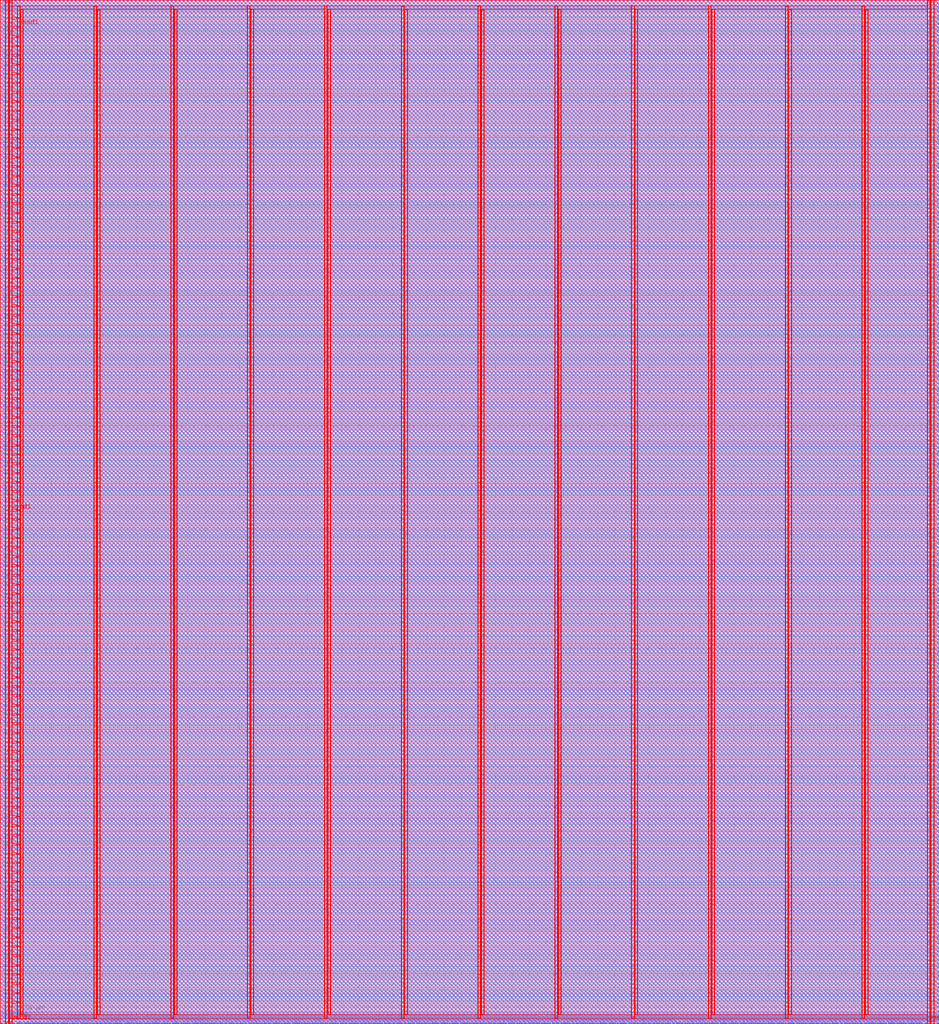
<source format=lef>
##
## LEF for PtnCells ;
## created by Innovus v19.11-s128_1 on Thu Dec 23 11:05:55 2021
##

VERSION 5.7 ;

BUSBITCHARS "[]" ;
DIVIDERCHAR "/" ;

MACRO ibex_top
  CLASS BLOCK ;
  SIZE 550.160000 BY 599.760000 ;
  FOREIGN ibex_top 0.000000 0.000000 ;
  ORIGIN 0 0 ;
  SYMMETRY X Y R90 ;
  PIN clk_i
    DIRECTION INPUT ;
    USE SIGNAL ;
    ANTENNAPARTIALMETALAREA 0.1603 LAYER met2  ;
    ANTENNAPARTIALMETALSIDEAREA 0.6405 LAYER met2  ;
    ANTENNAPARTIALCUTAREA 0.04 LAYER via2  ;
    ANTENNAPARTIALMETALAREA 2.4456 LAYER met3  ;
    ANTENNAPARTIALMETALSIDEAREA 13.984 LAYER met3  ;
    ANTENNAMODEL OXIDE1 ;
    ANTENNAGATEAREA 2.304 LAYER met3  ;
    ANTENNAMAXAREACAR 1.8071 LAYER met3  ;
    ANTENNAMAXSIDEAREACAR 7.68359 LAYER met3  ;
    ANTENNAMAXCUTCAR 0.0396701 LAYER via3  ;
    PORT
      LAYER met2 ;
        RECT 10.160000 0.000000 10.540000 0.900000 ;
    END
  END clk_i
  PIN rst_ni
    DIRECTION INPUT ;
    USE SIGNAL ;
    ANTENNAPARTIALMETALAREA 1.1851 LAYER met2  ;
    ANTENNAPARTIALMETALSIDEAREA 5.7645 LAYER met2  ;
    ANTENNAPARTIALCUTAREA 0.04 LAYER via2  ;
    ANTENNAPARTIALMETALAREA 12.6554 LAYER met3  ;
    ANTENNAPARTIALMETALSIDEAREA 69.84 LAYER met3  ;
    ANTENNAMODEL OXIDE1 ;
    ANTENNAGATEAREA 7.8795 LAYER met3  ;
    ANTENNAMAXAREACAR 28.2255 LAYER met3  ;
    ANTENNAMAXSIDEAREACAR 137.482 LAYER met3  ;
    ANTENNAPARTIALCUTAREA 0.08 LAYER via3  ;
    ANTENNAMAXCUTCAR 0.678855 LAYER via3  ;
    ANTENNAPARTIALMETALAREA 40.2759 LAYER met4  ;
    ANTENNAPARTIALMETALSIDEAREA 217.152 LAYER met4  ;
    ANTENNAGATEAREA 13.2495 LAYER met4  ;
    ANTENNAMAXAREACAR 31.2653 LAYER met4  ;
    ANTENNAMAXSIDEAREACAR 153.871 LAYER met4  ;
    ANTENNAMAXCUTCAR 0.678855 LAYER via4  ;
    PORT
      LAYER met2 ;
        RECT 11.080000 0.000000 11.460000 0.900000 ;
    END
  END rst_ni
  PIN test_en_i
    DIRECTION INPUT ;
    USE SIGNAL ;
    ANTENNAPARTIALMETALAREA 1.9438 LAYER met2  ;
    ANTENNAPARTIALMETALSIDEAREA 9.611 LAYER met2  ;
    ANTENNAMODEL OXIDE1 ;
    ANTENNAGATEAREA 0.126 LAYER met2  ;
    ANTENNAMAXAREACAR 20.1444 LAYER met2  ;
    ANTENNAMAXSIDEAREACAR 91.6786 LAYER met2  ;
    ANTENNAMAXCUTCAR 0.407937 LAYER via2  ;
    PORT
      LAYER met2 ;
        RECT 12.460000 0.000000 12.840000 0.900000 ;
    END
  END test_en_i
  PIN ram_cfg_i
    DIRECTION INPUT ;
    USE SIGNAL ;
    PORT
      LAYER met2 ;
        RECT 13.840000 0.000000 14.220000 0.900000 ;
    END
  END ram_cfg_i
  PIN hart_id_i[31]
    DIRECTION INPUT ;
    USE SIGNAL ;
    ANTENNAPARTIALMETALAREA 0.3311 LAYER met2  ;
    ANTENNAPARTIALMETALSIDEAREA 1.4945 LAYER met2  ;
    ANTENNAPARTIALCUTAREA 0.04 LAYER via2  ;
    ANTENNAPARTIALMETALAREA 19.3336 LAYER met3  ;
    ANTENNAPARTIALMETALSIDEAREA 104.52 LAYER met3  ;
    ANTENNAPARTIALCUTAREA 0.04 LAYER via3  ;
    ANTENNAPARTIALMETALAREA 0.3258 LAYER met4  ;
    ANTENNAPARTIALMETALSIDEAREA 2.208 LAYER met4  ;
    ANTENNAMODEL OXIDE1 ;
    ANTENNAGATEAREA 0.2475 LAYER met4  ;
    ANTENNAMAXAREACAR 18.5111 LAYER met4  ;
    ANTENNAMAXSIDEAREACAR 96.0323 LAYER met4  ;
    ANTENNAMAXCUTCAR 0.530909 LAYER via4  ;
    PORT
      LAYER met2 ;
        RECT 15.220000 0.000000 15.600000 0.900000 ;
    END
  END hart_id_i[31]
  PIN hart_id_i[30]
    DIRECTION INPUT ;
    USE SIGNAL ;
    ANTENNAPARTIALMETALAREA 4.1387 LAYER met2  ;
    ANTENNAPARTIALMETALSIDEAREA 20.2965 LAYER met2  ;
    ANTENNAPARTIALCUTAREA 0.04 LAYER via2  ;
    ANTENNAPARTIALMETALAREA 13.0782 LAYER met3  ;
    ANTENNAPARTIALMETALSIDEAREA 71.632 LAYER met3  ;
    ANTENNAMODEL OXIDE1 ;
    ANTENNAGATEAREA 0.2475 LAYER met3  ;
    ANTENNAMAXAREACAR 66.322 LAYER met3  ;
    ANTENNAMAXSIDEAREACAR 352.032 LAYER met3  ;
    ANTENNAMAXCUTCAR 0.369293 LAYER via3  ;
    PORT
      LAYER met2 ;
        RECT 16.140000 0.000000 16.520000 0.900000 ;
    END
  END hart_id_i[30]
  PIN hart_id_i[29]
    DIRECTION INPUT ;
    USE SIGNAL ;
    ANTENNAPARTIALMETALAREA 9.1707 LAYER met2  ;
    ANTENNAPARTIALMETALSIDEAREA 45.6925 LAYER met2  ;
    ANTENNAPARTIALCUTAREA 0.04 LAYER via2  ;
    ANTENNAPARTIALMETALAREA 7.6608 LAYER met3  ;
    ANTENNAPARTIALMETALSIDEAREA 41.328 LAYER met3  ;
    ANTENNAMODEL OXIDE1 ;
    ANTENNAGATEAREA 0.2475 LAYER met3  ;
    ANTENNAMAXAREACAR 45.5154 LAYER met3  ;
    ANTENNAMAXSIDEAREACAR 235.398 LAYER met3  ;
    ANTENNAMAXCUTCAR 0.369293 LAYER via3  ;
    PORT
      LAYER met2 ;
        RECT 17.520000 0.000000 17.900000 0.900000 ;
    END
  END hart_id_i[29]
  PIN hart_id_i[28]
    DIRECTION INPUT ;
    USE SIGNAL ;
    ANTENNAPARTIALMETALAREA 12.5237 LAYER met2  ;
    ANTENNAPARTIALMETALSIDEAREA 62.4575 LAYER met2  ;
    ANTENNAPARTIALCUTAREA 0.04 LAYER via2  ;
    ANTENNAPARTIALMETALAREA 11.9388 LAYER met3  ;
    ANTENNAPARTIALMETALSIDEAREA 64.144 LAYER met3  ;
    ANTENNAMODEL OXIDE1 ;
    ANTENNAGATEAREA 0.2475 LAYER met3  ;
    ANTENNAMAXAREACAR 51.7501 LAYER met3  ;
    ANTENNAMAXSIDEAREACAR 273.083 LAYER met3  ;
    ANTENNAMAXCUTCAR 0.369293 LAYER via3  ;
    PORT
      LAYER met2 ;
        RECT 18.900000 0.000000 19.280000 0.900000 ;
    END
  END hart_id_i[28]
  PIN hart_id_i[27]
    DIRECTION INPUT ;
    USE SIGNAL ;
    ANTENNAPARTIALMETALAREA 7.1993 LAYER met2  ;
    ANTENNAPARTIALMETALSIDEAREA 35.7175 LAYER met2  ;
    ANTENNAPARTIALCUTAREA 0.04 LAYER via2  ;
    ANTENNAPARTIALMETALAREA 10.7388 LAYER met3  ;
    ANTENNAPARTIALMETALSIDEAREA 57.744 LAYER met3  ;
    ANTENNAMODEL OXIDE1 ;
    ANTENNAGATEAREA 0.2475 LAYER met3  ;
    ANTENNAMAXAREACAR 65.9226 LAYER met3  ;
    ANTENNAMAXSIDEAREACAR 342.057 LAYER met3  ;
    ANTENNAMAXCUTCAR 0.369293 LAYER via3  ;
    PORT
      LAYER met2 ;
        RECT 20.280000 0.000000 20.660000 0.900000 ;
    END
  END hart_id_i[27]
  PIN hart_id_i[26]
    DIRECTION INPUT ;
    USE SIGNAL ;
    ANTENNAPARTIALMETALAREA 1.6121 LAYER met2  ;
    ANTENNAPARTIALMETALSIDEAREA 7.8995 LAYER met2  ;
    ANTENNAPARTIALCUTAREA 0.04 LAYER via2  ;
    ANTENNAPARTIALMETALAREA 0.676 LAYER met3  ;
    ANTENNAPARTIALMETALSIDEAREA 4.072 LAYER met3  ;
    ANTENNAPARTIALCUTAREA 0.04 LAYER via3  ;
    ANTENNAPARTIALMETALAREA 18.0138 LAYER met4  ;
    ANTENNAPARTIALMETALSIDEAREA 96.544 LAYER met4  ;
    ANTENNAMODEL OXIDE1 ;
    ANTENNAGATEAREA 0.2475 LAYER met4  ;
    ANTENNAMAXAREACAR 111.234 LAYER met4  ;
    ANTENNAMAXSIDEAREACAR 591.636 LAYER met4  ;
    ANTENNAMAXCUTCAR 0.530909 LAYER via4  ;
    PORT
      LAYER met2 ;
        RECT 21.660000 0.000000 22.040000 0.900000 ;
    END
  END hart_id_i[26]
  PIN hart_id_i[25]
    DIRECTION INPUT ;
    USE SIGNAL ;
    ANTENNAPARTIALMETALAREA 1.6121 LAYER met2  ;
    ANTENNAPARTIALMETALSIDEAREA 7.8995 LAYER met2  ;
    ANTENNAPARTIALCUTAREA 0.04 LAYER via2  ;
    ANTENNAPARTIALMETALAREA 6.286 LAYER met3  ;
    ANTENNAPARTIALMETALSIDEAREA 33.992 LAYER met3  ;
    ANTENNAPARTIALCUTAREA 0.04 LAYER via3  ;
    ANTENNAPARTIALMETALAREA 15.1248 LAYER met4  ;
    ANTENNAPARTIALMETALSIDEAREA 81.136 LAYER met4  ;
    ANTENNAMODEL OXIDE1 ;
    ANTENNAGATEAREA 0.2475 LAYER met4  ;
    ANTENNAMAXAREACAR 77.0034 LAYER met4  ;
    ANTENNAMAXSIDEAREACAR 409.968 LAYER met4  ;
    ANTENNAMAXCUTCAR 0.530909 LAYER via4  ;
    PORT
      LAYER met2 ;
        RECT 22.580000 0.000000 22.960000 0.900000 ;
    END
  END hart_id_i[25]
  PIN hart_id_i[24]
    DIRECTION INPUT ;
    USE SIGNAL ;
    ANTENNAPARTIALMETALAREA 1.4413 LAYER met2  ;
    ANTENNAPARTIALMETALSIDEAREA 7.0455 LAYER met2  ;
    ANTENNAPARTIALCUTAREA 0.04 LAYER via2  ;
    ANTENNAPARTIALMETALAREA 0.745 LAYER met3  ;
    ANTENNAPARTIALMETALSIDEAREA 4.44 LAYER met3  ;
    ANTENNAPARTIALCUTAREA 0.04 LAYER via3  ;
    ANTENNAPARTIALMETALAREA 15.8418 LAYER met4  ;
    ANTENNAPARTIALMETALSIDEAREA 84.96 LAYER met4  ;
    ANTENNAMODEL OXIDE1 ;
    ANTENNAGATEAREA 0.2475 LAYER met4  ;
    ANTENNAMAXAREACAR 110.427 LAYER met4  ;
    ANTENNAMAXSIDEAREACAR 586.941 LAYER met4  ;
    ANTENNAMAXCUTCAR 0.530909 LAYER via4  ;
    PORT
      LAYER met2 ;
        RECT 23.960000 0.000000 24.340000 0.900000 ;
    END
  END hart_id_i[24]
  PIN hart_id_i[23]
    DIRECTION INPUT ;
    USE SIGNAL ;
    ANTENNAPARTIALMETALAREA 9.7626 LAYER met2  ;
    ANTENNAPARTIALMETALSIDEAREA 48.587 LAYER met2  ;
    ANTENNAMODEL OXIDE1 ;
    ANTENNAGATEAREA 0.2475 LAYER met2  ;
    ANTENNAMAXAREACAR 40.6952 LAYER met2  ;
    ANTENNAMAXSIDEAREACAR 199.606 LAYER met2  ;
    ANTENNAMAXCUTCAR 0.207677 LAYER via2  ;
    PORT
      LAYER met2 ;
        RECT 25.340000 0.000000 25.720000 0.900000 ;
    END
  END hart_id_i[23]
  PIN hart_id_i[22]
    DIRECTION INPUT ;
    USE SIGNAL ;
    ANTENNAPARTIALMETALAREA 5.9097 LAYER met2  ;
    ANTENNAPARTIALMETALSIDEAREA 29.1515 LAYER met2  ;
    ANTENNAPARTIALCUTAREA 0.04 LAYER via2  ;
    ANTENNAPARTIALMETALAREA 10.1736 LAYER met3  ;
    ANTENNAPARTIALMETALSIDEAREA 55.2 LAYER met3  ;
    ANTENNAMODEL OXIDE1 ;
    ANTENNAGATEAREA 0.2475 LAYER met3  ;
    ANTENNAMAXAREACAR 55.2956 LAYER met3  ;
    ANTENNAMAXSIDEAREACAR 290.061 LAYER met3  ;
    ANTENNAMAXCUTCAR 0.369293 LAYER via3  ;
    PORT
      LAYER met2 ;
        RECT 26.720000 0.000000 27.100000 0.900000 ;
    END
  END hart_id_i[22]
  PIN hart_id_i[21]
    DIRECTION INPUT ;
    USE SIGNAL ;
    ANTENNAPARTIALMETALAREA 17.9593 LAYER met2  ;
    ANTENNAPARTIALMETALSIDEAREA 89.2815 LAYER met2  ;
    ANTENNAPARTIALCUTAREA 0.04 LAYER via2  ;
    ANTENNAPARTIALMETALAREA 12.6996 LAYER met3  ;
    ANTENNAPARTIALMETALSIDEAREA 68.672 LAYER met3  ;
    ANTENNAMODEL OXIDE1 ;
    ANTENNAGATEAREA 0.2475 LAYER met3  ;
    ANTENNAMAXAREACAR 69.138 LAYER met3  ;
    ANTENNAMAXSIDEAREACAR 362.448 LAYER met3  ;
    ANTENNAMAXCUTCAR 0.369293 LAYER via3  ;
    PORT
      LAYER met2 ;
        RECT 27.640000 0.000000 28.020000 0.900000 ;
    END
  END hart_id_i[21]
  PIN hart_id_i[20]
    DIRECTION INPUT ;
    USE SIGNAL ;
    ANTENNAPARTIALMETALAREA 2.7977 LAYER met2  ;
    ANTENNAPARTIALMETALSIDEAREA 13.7095 LAYER met2  ;
    ANTENNAPARTIALCUTAREA 0.04 LAYER via2  ;
    ANTENNAPARTIALMETALAREA 19.4206 LAYER met3  ;
    ANTENNAPARTIALMETALSIDEAREA 104.984 LAYER met3  ;
    ANTENNAPARTIALCUTAREA 0.04 LAYER via3  ;
    ANTENNAPARTIALMETALAREA 0.9696 LAYER met4  ;
    ANTENNAPARTIALMETALSIDEAREA 6.112 LAYER met4  ;
    ANTENNAMODEL OXIDE1 ;
    ANTENNAGATEAREA 0.2475 LAYER met4  ;
    ANTENNAMAXAREACAR 19.4117 LAYER met4  ;
    ANTENNAMAXSIDEAREACAR 103.739 LAYER met4  ;
    ANTENNAMAXCUTCAR 0.530909 LAYER via4  ;
    PORT
      LAYER met2 ;
        RECT 29.020000 0.000000 29.400000 0.900000 ;
    END
  END hart_id_i[20]
  PIN hart_id_i[19]
    DIRECTION INPUT ;
    USE SIGNAL ;
    ANTENNAPARTIALMETALAREA 8.3861 LAYER met2  ;
    ANTENNAPARTIALMETALSIDEAREA 41.4155 LAYER met2  ;
    ANTENNAPARTIALCUTAREA 0.04 LAYER via2  ;
    ANTENNAPARTIALMETALAREA 13.0236 LAYER met3  ;
    ANTENNAPARTIALMETALSIDEAREA 70.4 LAYER met3  ;
    ANTENNAMODEL OXIDE1 ;
    ANTENNAGATEAREA 0.2475 LAYER met3  ;
    ANTENNAMAXAREACAR 66.6467 LAYER met3  ;
    ANTENNAMAXSIDEAREACAR 350.655 LAYER met3  ;
    ANTENNAMAXCUTCAR 0.369293 LAYER via3  ;
    PORT
      LAYER met2 ;
        RECT 30.400000 0.000000 30.780000 0.900000 ;
    END
  END hart_id_i[19]
  PIN hart_id_i[18]
    DIRECTION INPUT ;
    USE SIGNAL ;
    ANTENNAPARTIALMETALAREA 8.7517 LAYER met2  ;
    ANTENNAPARTIALMETALSIDEAREA 43.3615 LAYER met2  ;
    ANTENNAPARTIALCUTAREA 0.04 LAYER via2  ;
    ANTENNAPARTIALMETALAREA 10.3116 LAYER met3  ;
    ANTENNAPARTIALMETALSIDEAREA 55.936 LAYER met3  ;
    ANTENNAMODEL OXIDE1 ;
    ANTENNAGATEAREA 0.2475 LAYER met3  ;
    ANTENNAMAXAREACAR 53.2002 LAYER met3  ;
    ANTENNAMAXSIDEAREACAR 279.77 LAYER met3  ;
    ANTENNAMAXCUTCAR 0.369293 LAYER via3  ;
    PORT
      LAYER met2 ;
        RECT 31.780000 0.000000 32.160000 0.900000 ;
    END
  END hart_id_i[18]
  PIN hart_id_i[17]
    DIRECTION INPUT ;
    USE SIGNAL ;
    ANTENNAPARTIALMETALAREA 5.8763 LAYER met2  ;
    ANTENNAPARTIALMETALSIDEAREA 29.1025 LAYER met2  ;
    ANTENNAPARTIALCUTAREA 0.04 LAYER via2  ;
    ANTENNAPARTIALMETALAREA 32.7604 LAYER met3  ;
    ANTENNAPARTIALMETALSIDEAREA 176.6 LAYER met3  ;
    ANTENNAPARTIALCUTAREA 0.04 LAYER via3  ;
    ANTENNAPARTIALMETALAREA 0.6516 LAYER met4  ;
    ANTENNAPARTIALMETALSIDEAREA 4.416 LAYER met4  ;
    ANTENNAMODEL OXIDE1 ;
    ANTENNAGATEAREA 0.2475 LAYER met4  ;
    ANTENNAMAXAREACAR 17.0103 LAYER met4  ;
    ANTENNAMAXSIDEAREACAR 90.9899 LAYER met4  ;
    ANTENNAMAXCUTCAR 0.530909 LAYER via4  ;
    PORT
      LAYER met2 ;
        RECT 33.160000 0.000000 33.540000 0.900000 ;
    END
  END hart_id_i[17]
  PIN hart_id_i[16]
    DIRECTION INPUT ;
    USE SIGNAL ;
    ANTENNAPARTIALMETALAREA 4.5309 LAYER met2  ;
    ANTENNAPARTIALMETALSIDEAREA 22.3755 LAYER met2  ;
    ANTENNAPARTIALCUTAREA 0.04 LAYER via2  ;
    ANTENNAPARTIALMETALAREA 5.3952 LAYER met3  ;
    ANTENNAPARTIALMETALSIDEAREA 30.656 LAYER met3  ;
    ANTENNAMODEL OXIDE1 ;
    ANTENNAGATEAREA 0.2475 LAYER met3  ;
    ANTENNAMAXAREACAR 26.0319 LAYER met3  ;
    ANTENNAMAXSIDEAREACAR 140.711 LAYER met3  ;
    ANTENNAMAXCUTCAR 0.369293 LAYER via3  ;
    PORT
      LAYER met2 ;
        RECT 34.080000 0.000000 34.460000 0.900000 ;
    END
  END hart_id_i[16]
  PIN hart_id_i[15]
    DIRECTION INPUT ;
    USE SIGNAL ;
    ANTENNAPARTIALMETALAREA 11.1697 LAYER met2  ;
    ANTENNAPARTIALMETALSIDEAREA 55.5695 LAYER met2  ;
    ANTENNAPARTIALCUTAREA 0.04 LAYER via2  ;
    ANTENNAPARTIALMETALAREA 11.1846 LAYER met3  ;
    ANTENNAPARTIALMETALSIDEAREA 60.592 LAYER met3  ;
    ANTENNAMODEL OXIDE1 ;
    ANTENNAGATEAREA 0.2475 LAYER met3  ;
    ANTENNAMAXAREACAR 52.1541 LAYER met3  ;
    ANTENNAMAXSIDEAREACAR 274.848 LAYER met3  ;
    ANTENNAMAXCUTCAR 0.369293 LAYER via3  ;
    PORT
      LAYER met2 ;
        RECT 35.460000 0.000000 35.840000 0.900000 ;
    END
  END hart_id_i[15]
  PIN hart_id_i[14]
    DIRECTION INPUT ;
    USE SIGNAL ;
    ANTENNAPARTIALMETALAREA 3.0483 LAYER met2  ;
    ANTENNAPARTIALMETALSIDEAREA 14.9625 LAYER met2  ;
    ANTENNAPARTIALCUTAREA 0.04 LAYER via2  ;
    ANTENNAPARTIALMETALAREA 13.4184 LAYER met3  ;
    ANTENNAPARTIALMETALSIDEAREA 72.976 LAYER met3  ;
    ANTENNAMODEL OXIDE1 ;
    ANTENNAGATEAREA 0.2475 LAYER met3  ;
    ANTENNAMAXAREACAR 56.7576 LAYER met3  ;
    ANTENNAMAXSIDEAREACAR 304.493 LAYER met3  ;
    ANTENNAMAXCUTCAR 0.369293 LAYER via3  ;
    PORT
      LAYER met2 ;
        RECT 36.840000 0.000000 37.220000 0.900000 ;
    END
  END hart_id_i[14]
  PIN hart_id_i[13]
    DIRECTION INPUT ;
    USE SIGNAL ;
    ANTENNAPARTIALMETALAREA 5.7055 LAYER met2  ;
    ANTENNAPARTIALMETALSIDEAREA 28.2485 LAYER met2  ;
    ANTENNAPARTIALCUTAREA 0.04 LAYER via2  ;
    ANTENNAPARTIALMETALAREA 13.3542 LAYER met3  ;
    ANTENNAPARTIALMETALSIDEAREA 73.104 LAYER met3  ;
    ANTENNAMODEL OXIDE1 ;
    ANTENNAGATEAREA 0.2475 LAYER met3  ;
    ANTENNAMAXAREACAR 63.7143 LAYER met3  ;
    ANTENNAMAXSIDEAREACAR 340.271 LAYER met3  ;
    ANTENNAMAXCUTCAR 0.369293 LAYER via3  ;
    PORT
      LAYER met2 ;
        RECT 38.220000 0.000000 38.600000 0.900000 ;
    END
  END hart_id_i[13]
  PIN hart_id_i[12]
    DIRECTION INPUT ;
    USE SIGNAL ;
    ANTENNAPARTIALMETALAREA 1.9537 LAYER met2  ;
    ANTENNAPARTIALMETALSIDEAREA 9.6075 LAYER met2  ;
    ANTENNAPARTIALCUTAREA 0.04 LAYER via2  ;
    ANTENNAPARTIALMETALAREA 11.2138 LAYER met3  ;
    ANTENNAPARTIALMETALSIDEAREA 60.744 LAYER met3  ;
    ANTENNAPARTIALCUTAREA 0.04 LAYER via3  ;
    ANTENNAPARTIALMETALAREA 0.6516 LAYER met4  ;
    ANTENNAPARTIALMETALSIDEAREA 4.416 LAYER met4  ;
    ANTENNAMODEL OXIDE1 ;
    ANTENNAGATEAREA 0.2475 LAYER met4  ;
    ANTENNAMAXAREACAR 52.3616 LAYER met4  ;
    ANTENNAMAXSIDEAREACAR 285.135 LAYER met4  ;
    ANTENNAMAXCUTCAR 0.530909 LAYER via4  ;
    PORT
      LAYER met2 ;
        RECT 39.140000 0.000000 39.520000 0.900000 ;
    END
  END hart_id_i[12]
  PIN hart_id_i[11]
    DIRECTION INPUT ;
    USE SIGNAL ;
    ANTENNAPARTIALMETALAREA 1.0143 LAYER met2  ;
    ANTENNAPARTIALMETALSIDEAREA 4.9105 LAYER met2  ;
    ANTENNAPARTIALCUTAREA 0.04 LAYER via2  ;
    ANTENNAPARTIALMETALAREA 32.0956 LAYER met3  ;
    ANTENNAPARTIALMETALSIDEAREA 172.584 LAYER met3  ;
    ANTENNAPARTIALCUTAREA 0.04 LAYER via3  ;
    ANTENNAPARTIALMETALAREA 0.6516 LAYER met4  ;
    ANTENNAPARTIALMETALSIDEAREA 4.416 LAYER met4  ;
    ANTENNAMODEL OXIDE1 ;
    ANTENNAGATEAREA 0.2475 LAYER met4  ;
    ANTENNAMAXAREACAR 9.12727 LAYER met4  ;
    ANTENNAMAXSIDEAREACAR 50.1535 LAYER met4  ;
    ANTENNAMAXCUTCAR 0.530909 LAYER via4  ;
    PORT
      LAYER met2 ;
        RECT 40.520000 0.000000 40.900000 0.900000 ;
    END
  END hart_id_i[11]
  PIN hart_id_i[10]
    DIRECTION INPUT ;
    USE SIGNAL ;
    ANTENNAPARTIALMETALAREA 5.6307 LAYER met2  ;
    ANTENNAPARTIALMETALSIDEAREA 27.5205 LAYER met2  ;
    ANTENNAPARTIALCUTAREA 0.04 LAYER via2  ;
    ANTENNAPARTIALMETALAREA 15.2124 LAYER met3  ;
    ANTENNAPARTIALMETALSIDEAREA 82.544 LAYER met3  ;
    ANTENNAMODEL OXIDE1 ;
    ANTENNAGATEAREA 0.2475 LAYER met3  ;
    ANTENNAMAXAREACAR 72.9665 LAYER met3  ;
    ANTENNAMAXSIDEAREACAR 388.008 LAYER met3  ;
    ANTENNAMAXCUTCAR 0.369293 LAYER via3  ;
    PORT
      LAYER met2 ;
        RECT 41.900000 0.000000 42.280000 0.900000 ;
    END
  END hart_id_i[10]
  PIN hart_id_i[9]
    DIRECTION INPUT ;
    USE SIGNAL ;
    ANTENNAPARTIALMETALAREA 0.5024 LAYER met2  ;
    ANTENNAPARTIALMETALSIDEAREA 2.394 LAYER met2  ;
    ANTENNAMODEL OXIDE1 ;
    ANTENNAGATEAREA 0.2475 LAYER met2  ;
    ANTENNAMAXAREACAR 9.13838 LAYER met2  ;
    ANTENNAMAXSIDEAREACAR 41.9859 LAYER met2  ;
    ANTENNAMAXCUTCAR 0.207677 LAYER via2  ;
    PORT
      LAYER met2 ;
        RECT 43.280000 0.000000 43.660000 0.900000 ;
    END
  END hart_id_i[9]
  PIN hart_id_i[8]
    DIRECTION INPUT ;
    USE SIGNAL ;
    ANTENNAPARTIALMETALAREA 29.8352 LAYER met2  ;
    ANTENNAPARTIALMETALSIDEAREA 148.897 LAYER met2  ;
    ANTENNAPARTIALCUTAREA 0.04 LAYER via2  ;
    ANTENNAPARTIALMETALAREA 0.255 LAYER met3  ;
    ANTENNAPARTIALMETALSIDEAREA 1.808 LAYER met3  ;
    ANTENNAPARTIALCUTAREA 0.04 LAYER via3  ;
    ANTENNAPARTIALMETALAREA 4.9728 LAYER met4  ;
    ANTENNAPARTIALMETALSIDEAREA 26.992 LAYER met4  ;
    ANTENNAMODEL OXIDE1 ;
    ANTENNAGATEAREA 0.2475 LAYER met4  ;
    ANTENNAMAXAREACAR 25.8982 LAYER met4  ;
    ANTENNAMAXSIDEAREACAR 136.149 LAYER met4  ;
    ANTENNAMAXCUTCAR 0.530909 LAYER via4  ;
    PORT
      LAYER met2 ;
        RECT 44.660000 0.000000 45.040000 0.900000 ;
    END
  END hart_id_i[8]
  PIN hart_id_i[7]
    DIRECTION INPUT ;
    USE SIGNAL ;
    ANTENNAPARTIALMETALAREA 0.1603 LAYER met2  ;
    ANTENNAPARTIALMETALSIDEAREA 0.6405 LAYER met2  ;
    ANTENNAPARTIALCUTAREA 0.04 LAYER via2  ;
    ANTENNAPARTIALMETALAREA 23.9758 LAYER met3  ;
    ANTENNAPARTIALMETALSIDEAREA 128.808 LAYER met3  ;
    ANTENNAPARTIALCUTAREA 0.04 LAYER via3  ;
    ANTENNAPARTIALMETALAREA 1.5828 LAYER met4  ;
    ANTENNAPARTIALMETALSIDEAREA 8.912 LAYER met4  ;
    ANTENNAMODEL OXIDE1 ;
    ANTENNAGATEAREA 0.2475 LAYER met4  ;
    ANTENNAMAXAREACAR 43.3572 LAYER met4  ;
    ANTENNAMAXSIDEAREACAR 229.834 LAYER met4  ;
    ANTENNAMAXCUTCAR 0.530909 LAYER via4  ;
    PORT
      LAYER met2 ;
        RECT 45.580000 0.000000 45.960000 0.900000 ;
    END
  END hart_id_i[7]
  PIN hart_id_i[6]
    DIRECTION INPUT ;
    USE SIGNAL ;
    ANTENNAPARTIALMETALAREA 1.5057 LAYER met2  ;
    ANTENNAPARTIALMETALSIDEAREA 7.3675 LAYER met2  ;
    ANTENNAPARTIALCUTAREA 0.04 LAYER via2  ;
    ANTENNAPARTIALMETALAREA 14.6788 LAYER met3  ;
    ANTENNAPARTIALMETALSIDEAREA 81.576 LAYER met3  ;
    ANTENNAPARTIALCUTAREA 0.04 LAYER via3  ;
    ANTENNAPARTIALMETALAREA 0.6516 LAYER met4  ;
    ANTENNAPARTIALMETALSIDEAREA 4.416 LAYER met4  ;
    ANTENNAMODEL OXIDE1 ;
    ANTENNAGATEAREA 0.2475 LAYER met4  ;
    ANTENNAMAXAREACAR 15.8089 LAYER met4  ;
    ANTENNAMAXSIDEAREACAR 83.6404 LAYER met4  ;
    ANTENNAMAXCUTCAR 0.530909 LAYER via4  ;
    PORT
      LAYER met2 ;
        RECT 46.960000 0.000000 47.340000 0.900000 ;
    END
  END hart_id_i[6]
  PIN hart_id_i[5]
    DIRECTION INPUT ;
    USE SIGNAL ;
    ANTENNAPARTIALMETALAREA 2.5949 LAYER met2  ;
    ANTENNAPARTIALMETALSIDEAREA 12.8135 LAYER met2  ;
    ANTENNAPARTIALCUTAREA 0.04 LAYER via2  ;
    ANTENNAPARTIALMETALAREA 27.9988 LAYER met3  ;
    ANTENNAPARTIALMETALSIDEAREA 150.264 LAYER met3  ;
    ANTENNAPARTIALCUTAREA 0.04 LAYER via3  ;
    ANTENNAPARTIALMETALAREA 0.6678 LAYER met4  ;
    ANTENNAPARTIALMETALSIDEAREA 4.032 LAYER met4  ;
    ANTENNAMODEL OXIDE1 ;
    ANTENNAGATEAREA 0.2475 LAYER met4  ;
    ANTENNAMAXAREACAR 23.6218 LAYER met4  ;
    ANTENNAMAXSIDEAREACAR 125.2 LAYER met4  ;
    ANTENNAMAXCUTCAR 0.530909 LAYER via4  ;
    PORT
      LAYER met2 ;
        RECT 48.340000 0.000000 48.720000 0.900000 ;
    END
  END hart_id_i[5]
  PIN hart_id_i[4]
    DIRECTION INPUT ;
    USE SIGNAL ;
    ANTENNAPARTIALMETALAREA 4.0395 LAYER met2  ;
    ANTENNAPARTIALMETALSIDEAREA 19.9185 LAYER met2  ;
    ANTENNAPARTIALCUTAREA 0.04 LAYER via2  ;
    ANTENNAPARTIALMETALAREA 7.77 LAYER met3  ;
    ANTENNAPARTIALMETALSIDEAREA 43.792 LAYER met3  ;
    ANTENNAMODEL OXIDE1 ;
    ANTENNAGATEAREA 0.2475 LAYER met3  ;
    ANTENNAMAXAREACAR 40.4865 LAYER met3  ;
    ANTENNAMAXSIDEAREACAR 218.784 LAYER met3  ;
    ANTENNAMAXCUTCAR 0.369293 LAYER via3  ;
    PORT
      LAYER met2 ;
        RECT 49.720000 0.000000 50.100000 0.900000 ;
    END
  END hart_id_i[4]
  PIN hart_id_i[3]
    DIRECTION INPUT ;
    USE SIGNAL ;
    ANTENNAPARTIALMETALAREA 4.4631 LAYER met2  ;
    ANTENNAPARTIALMETALSIDEAREA 21.9275 LAYER met2  ;
    ANTENNAPARTIALCUTAREA 0.04 LAYER via2  ;
    ANTENNAPARTIALMETALAREA 14.3188 LAYER met3  ;
    ANTENNAPARTIALMETALSIDEAREA 77.304 LAYER met3  ;
    ANTENNAPARTIALCUTAREA 0.04 LAYER via3  ;
    ANTENNAPARTIALMETALAREA 0.6516 LAYER met4  ;
    ANTENNAPARTIALMETALSIDEAREA 4.416 LAYER met4  ;
    ANTENNAMODEL OXIDE1 ;
    ANTENNAGATEAREA 0.2475 LAYER met4  ;
    ANTENNAMAXAREACAR 17.1354 LAYER met4  ;
    ANTENNAMAXSIDEAREACAR 90.4606 LAYER met4  ;
    ANTENNAMAXCUTCAR 0.530909 LAYER via4  ;
    PORT
      LAYER met2 ;
        RECT 50.640000 0.000000 51.020000 0.900000 ;
    END
  END hart_id_i[3]
  PIN hart_id_i[2]
    DIRECTION INPUT ;
    USE SIGNAL ;
    ANTENNAPARTIALMETALAREA 7.6349 LAYER met2  ;
    ANTENNAPARTIALMETALSIDEAREA 38.0135 LAYER met2  ;
    ANTENNAPARTIALCUTAREA 0.04 LAYER via2  ;
    ANTENNAPARTIALMETALAREA 25.1764 LAYER met3  ;
    ANTENNAPARTIALMETALSIDEAREA 138.504 LAYER met3  ;
    ANTENNAPARTIALCUTAREA 0.04 LAYER via3  ;
    ANTENNAPARTIALMETALAREA 1.8846 LAYER met4  ;
    ANTENNAPARTIALMETALSIDEAREA 10.992 LAYER met4  ;
    ANTENNAMODEL OXIDE1 ;
    ANTENNAGATEAREA 0.2475 LAYER met4  ;
    ANTENNAMAXAREACAR 24.5002 LAYER met4  ;
    ANTENNAMAXSIDEAREACAR 131.37 LAYER met4  ;
    ANTENNAMAXCUTCAR 0.530909 LAYER via4  ;
    PORT
      LAYER met2 ;
        RECT 52.020000 0.000000 52.400000 0.900000 ;
    END
  END hart_id_i[2]
  PIN hart_id_i[1]
    DIRECTION INPUT ;
    USE SIGNAL ;
    ANTENNAPARTIALMETALAREA 1.0143 LAYER met2  ;
    ANTENNAPARTIALMETALSIDEAREA 4.9105 LAYER met2  ;
    ANTENNAPARTIALCUTAREA 0.04 LAYER via2  ;
    ANTENNAPARTIALMETALAREA 31.8724 LAYER met3  ;
    ANTENNAPARTIALMETALSIDEAREA 171.864 LAYER met3  ;
    ANTENNAPARTIALCUTAREA 0.04 LAYER via3  ;
    ANTENNAPARTIALMETALAREA 0.6516 LAYER met4  ;
    ANTENNAPARTIALMETALSIDEAREA 4.416 LAYER met4  ;
    ANTENNAMODEL OXIDE1 ;
    ANTENNAGATEAREA 0.2475 LAYER met4  ;
    ANTENNAMAXAREACAR 11.2473 LAYER met4  ;
    ANTENNAMAXSIDEAREACAR 61.8505 LAYER met4  ;
    ANTENNAMAXCUTCAR 0.530909 LAYER via4  ;
    PORT
      LAYER met2 ;
        RECT 53.400000 0.000000 53.780000 0.900000 ;
    END
  END hart_id_i[1]
  PIN hart_id_i[0]
    DIRECTION INPUT ;
    USE SIGNAL ;
    ANTENNAPARTIALMETALAREA 2.5539 LAYER met2  ;
    ANTENNAPARTIALMETALSIDEAREA 12.3725 LAYER met2  ;
    ANTENNAPARTIALCUTAREA 0.04 LAYER via2  ;
    ANTENNAPARTIALMETALAREA 12.3816 LAYER met3  ;
    ANTENNAPARTIALMETALSIDEAREA 66.976 LAYER met3  ;
    ANTENNAMODEL OXIDE1 ;
    ANTENNAGATEAREA 0.2475 LAYER met3  ;
    ANTENNAMAXAREACAR 65.6877 LAYER met3  ;
    ANTENNAMAXSIDEAREACAR 344.562 LAYER met3  ;
    ANTENNAMAXCUTCAR 0.369293 LAYER via3  ;
    PORT
      LAYER met2 ;
        RECT 54.780000 0.000000 55.160000 0.900000 ;
    END
  END hart_id_i[0]
  PIN boot_addr_i[31]
    DIRECTION INPUT ;
    USE SIGNAL ;
    ANTENNAPARTIALMETALAREA 1.5419 LAYER met2  ;
    ANTENNAPARTIALMETALSIDEAREA 7.4305 LAYER met2  ;
    ANTENNAPARTIALCUTAREA 0.04 LAYER via2  ;
    ANTENNAPARTIALMETALAREA 1.159 LAYER met3  ;
    ANTENNAPARTIALMETALSIDEAREA 6.648 LAYER met3  ;
    ANTENNAPARTIALCUTAREA 0.04 LAYER via3  ;
    ANTENNAPARTIALMETALAREA 13.9626 LAYER met4  ;
    ANTENNAPARTIALMETALSIDEAREA 75.408 LAYER met4  ;
    ANTENNAMODEL OXIDE1 ;
    ANTENNAGATEAREA 0.252 LAYER met4  ;
    ANTENNAMAXAREACAR 82.1968 LAYER met4  ;
    ANTENNAMAXSIDEAREACAR 417.034 LAYER met4  ;
    ANTENNAMAXCUTCAR 0.725397 LAYER via4  ;
    PORT
      LAYER met2 ;
        RECT 56.160000 0.000000 56.540000 0.900000 ;
    END
  END boot_addr_i[31]
  PIN boot_addr_i[30]
    DIRECTION INPUT ;
    USE SIGNAL ;
    ANTENNAPARTIALMETALAREA 1.0787 LAYER met2  ;
    ANTENNAPARTIALMETALSIDEAREA 5.2325 LAYER met2  ;
    ANTENNAPARTIALCUTAREA 0.04 LAYER via2  ;
    ANTENNAPARTIALMETALAREA 1.435 LAYER met3  ;
    ANTENNAPARTIALMETALSIDEAREA 8.12 LAYER met3  ;
    ANTENNAPARTIALCUTAREA 0.04 LAYER via3  ;
    ANTENNAPARTIALMETALAREA 15.1248 LAYER met4  ;
    ANTENNAPARTIALMETALSIDEAREA 81.136 LAYER met4  ;
    ANTENNAMODEL OXIDE1 ;
    ANTENNAGATEAREA 0.252 LAYER met4  ;
    ANTENNAMAXAREACAR 108.065 LAYER met4  ;
    ANTENNAMAXSIDEAREACAR 553.329 LAYER met4  ;
    ANTENNAMAXCUTCAR 0.725397 LAYER via4  ;
    PORT
      LAYER met2 ;
        RECT 57.080000 0.000000 57.460000 0.900000 ;
    END
  END boot_addr_i[30]
  PIN boot_addr_i[29]
    DIRECTION INPUT ;
    USE SIGNAL ;
    ANTENNAPARTIALMETALAREA 1.4413 LAYER met2  ;
    ANTENNAPARTIALMETALSIDEAREA 7.0455 LAYER met2  ;
    ANTENNAPARTIALCUTAREA 0.04 LAYER via2  ;
    ANTENNAPARTIALMETALAREA 3.022 LAYER met3  ;
    ANTENNAPARTIALMETALSIDEAREA 16.584 LAYER met3  ;
    ANTENNAPARTIALCUTAREA 0.04 LAYER via3  ;
    ANTENNAPARTIALMETALAREA 13.4778 LAYER met4  ;
    ANTENNAPARTIALMETALSIDEAREA 72.352 LAYER met4  ;
    ANTENNAMODEL OXIDE1 ;
    ANTENNAGATEAREA 0.252 LAYER met4  ;
    ANTENNAMAXAREACAR 105.186 LAYER met4  ;
    ANTENNAMAXSIDEAREACAR 533.76 LAYER met4  ;
    ANTENNAMAXCUTCAR 0.903968 LAYER via4  ;
    PORT
      LAYER met2 ;
        RECT 58.460000 0.000000 58.840000 0.900000 ;
    END
  END boot_addr_i[29]
  PIN boot_addr_i[28]
    DIRECTION INPUT ;
    USE SIGNAL ;
    ANTENNAPARTIALMETALAREA 4.2609 LAYER met2  ;
    ANTENNAPARTIALMETALSIDEAREA 21.1435 LAYER met2  ;
    ANTENNAPARTIALCUTAREA 0.04 LAYER via2  ;
    ANTENNAPARTIALMETALAREA 4.471 LAYER met3  ;
    ANTENNAPARTIALMETALSIDEAREA 24.312 LAYER met3  ;
    ANTENNAPARTIALCUTAREA 0.04 LAYER via3  ;
    ANTENNAPARTIALMETALAREA 14.3604 LAYER met4  ;
    ANTENNAPARTIALMETALSIDEAREA 78 LAYER met4  ;
    ANTENNAMODEL OXIDE1 ;
    ANTENNAGATEAREA 0.252 LAYER met4  ;
    ANTENNAMAXAREACAR 103.206 LAYER met4  ;
    ANTENNAMAXSIDEAREACAR 534.845 LAYER met4  ;
    ANTENNAMAXCUTCAR 1.67778 LAYER via4  ;
    PORT
      LAYER met2 ;
        RECT 59.840000 0.000000 60.220000 0.900000 ;
    END
  END boot_addr_i[28]
  PIN boot_addr_i[27]
    DIRECTION INPUT ;
    USE SIGNAL ;
    ANTENNAPARTIALMETALAREA 3.4207 LAYER met2  ;
    ANTENNAPARTIALMETALSIDEAREA 16.8245 LAYER met2  ;
    ANTENNAPARTIALCUTAREA 0.04 LAYER via2  ;
    ANTENNAPARTIALMETALAREA 3.229 LAYER met3  ;
    ANTENNAPARTIALMETALSIDEAREA 17.688 LAYER met3  ;
    ANTENNAPARTIALCUTAREA 0.04 LAYER via3  ;
    ANTENNAPARTIALMETALAREA 8.1948 LAYER met4  ;
    ANTENNAPARTIALMETALSIDEAREA 44.176 LAYER met4  ;
    ANTENNAMODEL OXIDE1 ;
    ANTENNAGATEAREA 0.252 LAYER met4  ;
    ANTENNAMAXAREACAR 61.1885 LAYER met4  ;
    ANTENNAMAXSIDEAREACAR 301.585 LAYER met4  ;
    ANTENNAMAXCUTCAR 0.725397 LAYER via4  ;
    PORT
      LAYER met2 ;
        RECT 61.220000 0.000000 61.600000 0.900000 ;
    END
  END boot_addr_i[27]
  PIN boot_addr_i[26]
    DIRECTION INPUT ;
    USE SIGNAL ;
    ANTENNAPARTIALMETALAREA 1.4413 LAYER met2  ;
    ANTENNAPARTIALMETALSIDEAREA 7.0455 LAYER met2  ;
    ANTENNAPARTIALCUTAREA 0.04 LAYER via2  ;
    ANTENNAPARTIALMETALAREA 0.883 LAYER met3  ;
    ANTENNAPARTIALMETALSIDEAREA 5.176 LAYER met3  ;
    ANTENNAPARTIALCUTAREA 0.04 LAYER via3  ;
    ANTENNAPARTIALMETALAREA 15.5148 LAYER met4  ;
    ANTENNAPARTIALMETALSIDEAREA 83.216 LAYER met4  ;
    ANTENNAMODEL OXIDE1 ;
    ANTENNAGATEAREA 0.252 LAYER met4  ;
    ANTENNAMAXAREACAR 83.5357 LAYER met4  ;
    ANTENNAMAXSIDEAREACAR 424.202 LAYER met4  ;
    ANTENNAMAXCUTCAR 0.725397 LAYER via4  ;
    PORT
      LAYER met2 ;
        RECT 62.140000 0.000000 62.520000 0.900000 ;
    END
  END boot_addr_i[26]
  PIN boot_addr_i[25]
    DIRECTION INPUT ;
    USE SIGNAL ;
    ANTENNAPARTIALMETALAREA 8.9178 LAYER met2  ;
    ANTENNAPARTIALMETALSIDEAREA 44.373 LAYER met2  ;
    ANTENNAMODEL OXIDE1 ;
    ANTENNAGATEAREA 0.252 LAYER met2  ;
    ANTENNAMAXAREACAR 41.754 LAYER met2  ;
    ANTENNAMAXSIDEAREACAR 190.135 LAYER met2  ;
    ANTENNAMAXCUTCAR 0.407937 LAYER via2  ;
    PORT
      LAYER met2 ;
        RECT 63.520000 0.000000 63.900000 0.900000 ;
    END
  END boot_addr_i[25]
  PIN boot_addr_i[24]
    DIRECTION INPUT ;
    USE SIGNAL ;
    ANTENNAPARTIALMETALAREA 1.4847 LAYER met2  ;
    ANTENNAPARTIALMETALSIDEAREA 7.2625 LAYER met2  ;
    ANTENNAPARTIALCUTAREA 0.04 LAYER via2  ;
    ANTENNAPARTIALMETALAREA 1.228 LAYER met3  ;
    ANTENNAPARTIALMETALSIDEAREA 7.016 LAYER met3  ;
    ANTENNAPARTIALCUTAREA 0.04 LAYER via3  ;
    ANTENNAPARTIALMETALAREA 14.3058 LAYER met4  ;
    ANTENNAPARTIALMETALSIDEAREA 76.768 LAYER met4  ;
    ANTENNAMODEL OXIDE1 ;
    ANTENNAGATEAREA 0.252 LAYER met4  ;
    ANTENNAMAXAREACAR 80.1694 LAYER met4  ;
    ANTENNAMAXSIDEAREACAR 406.776 LAYER met4  ;
    ANTENNAMAXCUTCAR 0.725397 LAYER via4  ;
    PORT
      LAYER met2 ;
        RECT 64.900000 0.000000 65.280000 0.900000 ;
    END
  END boot_addr_i[24]
  PIN boot_addr_i[23]
    DIRECTION INPUT ;
    USE SIGNAL ;
    ANTENNAPARTIALMETALAREA 3.3425 LAYER met2  ;
    ANTENNAPARTIALMETALSIDEAREA 16.5515 LAYER met2  ;
    ANTENNAPARTIALCUTAREA 0.04 LAYER via2  ;
    ANTENNAPARTIALMETALAREA 0.331 LAYER met3  ;
    ANTENNAPARTIALMETALSIDEAREA 2.232 LAYER met3  ;
    ANTENNAPARTIALCUTAREA 0.04 LAYER via3  ;
    ANTENNAPARTIALMETALAREA 8.3778 LAYER met4  ;
    ANTENNAPARTIALMETALSIDEAREA 45.152 LAYER met4  ;
    ANTENNAMODEL OXIDE1 ;
    ANTENNAGATEAREA 0.252 LAYER met4  ;
    ANTENNAMAXAREACAR 56.6321 LAYER met4  ;
    ANTENNAMAXSIDEAREACAR 279.514 LAYER met4  ;
    ANTENNAMAXCUTCAR 0.725397 LAYER via4  ;
    PORT
      LAYER met2 ;
        RECT 66.280000 0.000000 66.660000 0.900000 ;
    END
  END boot_addr_i[23]
  PIN boot_addr_i[22]
    DIRECTION INPUT ;
    USE SIGNAL ;
    ANTENNAPARTIALMETALAREA 1.0143 LAYER met2  ;
    ANTENNAPARTIALMETALSIDEAREA 4.9105 LAYER met2  ;
    ANTENNAPARTIALCUTAREA 0.04 LAYER via2  ;
    ANTENNAPARTIALMETALAREA 0.255 LAYER met3  ;
    ANTENNAPARTIALMETALSIDEAREA 1.808 LAYER met3  ;
    ANTENNAPARTIALCUTAREA 0.04 LAYER via3  ;
    ANTENNAPARTIALMETALAREA 14.2818 LAYER met4  ;
    ANTENNAPARTIALMETALSIDEAREA 76.64 LAYER met4  ;
    ANTENNAMODEL OXIDE1 ;
    ANTENNAGATEAREA 0.252 LAYER met4  ;
    ANTENNAMAXAREACAR 77.6893 LAYER met4  ;
    ANTENNAMAXSIDEAREACAR 393.613 LAYER met4  ;
    ANTENNAMAXCUTCAR 0.725397 LAYER via4  ;
    PORT
      LAYER met2 ;
        RECT 67.660000 0.000000 68.040000 0.900000 ;
    END
  END boot_addr_i[22]
  PIN boot_addr_i[21]
    DIRECTION INPUT ;
    USE SIGNAL ;
    ANTENNAPARTIALMETALAREA 3.8339 LAYER met2  ;
    ANTENNAPARTIALMETALSIDEAREA 19.0085 LAYER met2  ;
    ANTENNAPARTIALCUTAREA 0.04 LAYER via2  ;
    ANTENNAPARTIALMETALAREA 2.056 LAYER met3  ;
    ANTENNAPARTIALMETALSIDEAREA 11.432 LAYER met3  ;
    ANTENNAPARTIALCUTAREA 0.04 LAYER via3  ;
    ANTENNAPARTIALMETALAREA 7.2558 LAYER met4  ;
    ANTENNAPARTIALMETALSIDEAREA 39.168 LAYER met4  ;
    ANTENNAMODEL OXIDE1 ;
    ANTENNAGATEAREA 0.252 LAYER met4  ;
    ANTENNAMAXAREACAR 48.7012 LAYER met4  ;
    ANTENNAMAXSIDEAREACAR 238.649 LAYER met4  ;
    ANTENNAMAXCUTCAR 0.725397 LAYER via4  ;
    PORT
      LAYER met2 ;
        RECT 68.580000 0.000000 68.960000 0.900000 ;
    END
  END boot_addr_i[21]
  PIN boot_addr_i[20]
    DIRECTION INPUT ;
    USE SIGNAL ;
    ANTENNAPARTIALMETALAREA 2.5949 LAYER met2  ;
    ANTENNAPARTIALMETALSIDEAREA 12.8135 LAYER met2  ;
    ANTENNAPARTIALCUTAREA 0.04 LAYER via2  ;
    ANTENNAPARTIALMETALAREA 0.538 LAYER met3  ;
    ANTENNAPARTIALMETALSIDEAREA 3.336 LAYER met3  ;
    ANTENNAPARTIALCUTAREA 0.04 LAYER via3  ;
    ANTENNAPARTIALMETALAREA 10.1838 LAYER met4  ;
    ANTENNAPARTIALMETALSIDEAREA 54.784 LAYER met4  ;
    ANTENNAMODEL OXIDE1 ;
    ANTENNAGATEAREA 0.252 LAYER met4  ;
    ANTENNAMAXAREACAR 82.9401 LAYER met4  ;
    ANTENNAMAXSIDEAREACAR 421.153 LAYER met4  ;
    ANTENNAMAXCUTCAR 0.725397 LAYER via4  ;
    PORT
      LAYER met2 ;
        RECT 69.960000 0.000000 70.340000 0.900000 ;
    END
  END boot_addr_i[20]
  PIN boot_addr_i[19]
    DIRECTION INPUT ;
    USE SIGNAL ;
    ANTENNAPARTIALMETALAREA 4.2385 LAYER met2  ;
    ANTENNAPARTIALMETALSIDEAREA 21.0315 LAYER met2  ;
    ANTENNAPARTIALCUTAREA 0.04 LAYER via2  ;
    ANTENNAPARTIALMETALAREA 2.953 LAYER met3  ;
    ANTENNAPARTIALMETALSIDEAREA 16.216 LAYER met3  ;
    ANTENNAPARTIALCUTAREA 0.04 LAYER via3  ;
    ANTENNAPARTIALMETALAREA 8.2188 LAYER met4  ;
    ANTENNAPARTIALMETALSIDEAREA 44.304 LAYER met4  ;
    ANTENNAMODEL OXIDE1 ;
    ANTENNAGATEAREA 0.252 LAYER met4  ;
    ANTENNAMAXAREACAR 48.8413 LAYER met4  ;
    ANTENNAMAXSIDEAREACAR 240.385 LAYER met4  ;
    ANTENNAMAXCUTCAR 0.725397 LAYER via4  ;
    PORT
      LAYER met2 ;
        RECT 71.340000 0.000000 71.720000 0.900000 ;
    END
  END boot_addr_i[19]
  PIN boot_addr_i[18]
    DIRECTION INPUT ;
    USE SIGNAL ;
    ANTENNAPARTIALMETALAREA 2.5095 LAYER met2  ;
    ANTENNAPARTIALMETALSIDEAREA 12.3865 LAYER met2  ;
    ANTENNAPARTIALCUTAREA 0.04 LAYER via2  ;
    ANTENNAPARTIALMETALAREA 5.368 LAYER met3  ;
    ANTENNAPARTIALMETALSIDEAREA 29.096 LAYER met3  ;
    ANTENNAPARTIALCUTAREA 0.04 LAYER via3  ;
    ANTENNAPARTIALMETALAREA 10.7808 LAYER met4  ;
    ANTENNAPARTIALMETALSIDEAREA 57.968 LAYER met4  ;
    ANTENNAMODEL OXIDE1 ;
    ANTENNAGATEAREA 0.252 LAYER met4  ;
    ANTENNAMAXAREACAR 63.5742 LAYER met4  ;
    ANTENNAMAXSIDEAREACAR 318.407 LAYER met4  ;
    ANTENNAMAXCUTCAR 0.725397 LAYER via4  ;
    PORT
      LAYER met2 ;
        RECT 72.720000 0.000000 73.100000 0.900000 ;
    END
  END boot_addr_i[18]
  PIN boot_addr_i[17]
    DIRECTION INPUT ;
    USE SIGNAL ;
    ANTENNAPARTIALMETALAREA 2.9365 LAYER met2  ;
    ANTENNAPARTIALMETALSIDEAREA 14.5215 LAYER met2  ;
    ANTENNAPARTIALCUTAREA 0.04 LAYER via2  ;
    ANTENNAPARTIALMETALAREA 0.255 LAYER met3  ;
    ANTENNAPARTIALMETALSIDEAREA 1.808 LAYER met3  ;
    ANTENNAPARTIALCUTAREA 0.04 LAYER via3  ;
    ANTENNAPARTIALMETALAREA 10.4148 LAYER met4  ;
    ANTENNAPARTIALMETALSIDEAREA 56.016 LAYER met4  ;
    ANTENNAMODEL OXIDE1 ;
    ANTENNAGATEAREA 0.252 LAYER met4  ;
    ANTENNAMAXAREACAR 75.8139 LAYER met4  ;
    ANTENNAMAXSIDEAREACAR 382.395 LAYER met4  ;
    ANTENNAMAXCUTCAR 0.725397 LAYER via4  ;
    PORT
      LAYER met2 ;
        RECT 74.100000 0.000000 74.480000 0.900000 ;
    END
  END boot_addr_i[17]
  PIN boot_addr_i[16]
    DIRECTION INPUT ;
    USE SIGNAL ;
    ANTENNAPARTIALMETALAREA 1.5911 LAYER met2  ;
    ANTENNAPARTIALMETALSIDEAREA 7.7945 LAYER met2  ;
    ANTENNAPARTIALCUTAREA 0.04 LAYER via2  ;
    ANTENNAPARTIALMETALAREA 1.801 LAYER met3  ;
    ANTENNAPARTIALMETALSIDEAREA 10.072 LAYER met3  ;
    ANTENNAPARTIALCUTAREA 0.04 LAYER via3  ;
    ANTENNAPARTIALMETALAREA 13.1598 LAYER met4  ;
    ANTENNAPARTIALMETALSIDEAREA 70.656 LAYER met4  ;
    ANTENNAMODEL OXIDE1 ;
    ANTENNAGATEAREA 0.252 LAYER met4  ;
    ANTENNAMAXAREACAR 82.4623 LAYER met4  ;
    ANTENNAMAXSIDEAREACAR 416.815 LAYER met4  ;
    ANTENNAMAXCUTCAR 0.725397 LAYER via4  ;
    PORT
      LAYER met2 ;
        RECT 75.020000 0.000000 75.400000 0.900000 ;
    END
  END boot_addr_i[16]
  PIN boot_addr_i[15]
    DIRECTION INPUT ;
    USE SIGNAL ;
    ANTENNAPARTIALMETALAREA 1.3559 LAYER met2  ;
    ANTENNAPARTIALMETALSIDEAREA 6.6185 LAYER met2  ;
    ANTENNAPARTIALCUTAREA 0.04 LAYER via2  ;
    ANTENNAPARTIALMETALAREA 3.619 LAYER met3  ;
    ANTENNAPARTIALMETALSIDEAREA 19.768 LAYER met3  ;
    ANTENNAPARTIALCUTAREA 0.04 LAYER via3  ;
    ANTENNAPARTIALMETALAREA 15.8808 LAYER met4  ;
    ANTENNAPARTIALMETALSIDEAREA 85.168 LAYER met4  ;
    ANTENNAMODEL OXIDE1 ;
    ANTENNAGATEAREA 0.252 LAYER met4  ;
    ANTENNAMAXAREACAR 90.0095 LAYER met4  ;
    ANTENNAMAXSIDEAREACAR 459.496 LAYER met4  ;
    ANTENNAMAXCUTCAR 0.725397 LAYER via4  ;
    PORT
      LAYER met2 ;
        RECT 76.400000 0.000000 76.780000 0.900000 ;
    END
  END boot_addr_i[15]
  PIN boot_addr_i[14]
    DIRECTION INPUT ;
    USE SIGNAL ;
    ANTENNAPARTIALMETALAREA 3.7289 LAYER met2  ;
    ANTENNAPARTIALMETALSIDEAREA 18.4835 LAYER met2  ;
    ANTENNAPARTIALCUTAREA 0.04 LAYER via2  ;
    ANTENNAPARTIALMETALAREA 0.538 LAYER met3  ;
    ANTENNAPARTIALMETALSIDEAREA 3.336 LAYER met3  ;
    ANTENNAPARTIALCUTAREA 0.04 LAYER via3  ;
    ANTENNAPARTIALMETALAREA 11.8548 LAYER met4  ;
    ANTENNAPARTIALMETALSIDEAREA 63.696 LAYER met4  ;
    ANTENNAMODEL OXIDE1 ;
    ANTENNAGATEAREA 0.252 LAYER met4  ;
    ANTENNAMAXAREACAR 97.5786 LAYER met4  ;
    ANTENNAMAXSIDEAREACAR 499.52 LAYER met4  ;
    ANTENNAMAXCUTCAR 0.725397 LAYER via4  ;
    PORT
      LAYER met2 ;
        RECT 77.780000 0.000000 78.160000 0.900000 ;
    END
  END boot_addr_i[14]
  PIN boot_addr_i[13]
    DIRECTION INPUT ;
    USE SIGNAL ;
    ANTENNAPARTIALMETALAREA 4.2537 LAYER met2  ;
    ANTENNAPARTIALMETALSIDEAREA 20.9895 LAYER met2  ;
    ANTENNAPARTIALCUTAREA 0.04 LAYER via2  ;
    ANTENNAPARTIALMETALAREA 0.607 LAYER met3  ;
    ANTENNAPARTIALMETALSIDEAREA 3.704 LAYER met3  ;
    ANTENNAPARTIALCUTAREA 0.04 LAYER via3  ;
    ANTENNAPARTIALMETALAREA 8.0838 LAYER met4  ;
    ANTENNAPARTIALMETALSIDEAREA 43.584 LAYER met4  ;
    ANTENNAMODEL OXIDE1 ;
    ANTENNAGATEAREA 0.252 LAYER met4  ;
    ANTENNAMAXAREACAR 80.8321 LAYER met4  ;
    ANTENNAMAXSIDEAREACAR 401.74 LAYER met4  ;
    ANTENNAMAXCUTCAR 0.725397 LAYER via4  ;
    PORT
      LAYER met2 ;
        RECT 79.160000 0.000000 79.540000 0.900000 ;
    END
  END boot_addr_i[13]
  PIN boot_addr_i[12]
    DIRECTION INPUT ;
    USE SIGNAL ;
    ANTENNAPARTIALMETALAREA 0.2457 LAYER met2  ;
    ANTENNAPARTIALMETALSIDEAREA 1.0675 LAYER met2  ;
    ANTENNAPARTIALCUTAREA 0.04 LAYER via2  ;
    ANTENNAPARTIALMETALAREA 0.676 LAYER met3  ;
    ANTENNAPARTIALMETALSIDEAREA 4.072 LAYER met3  ;
    ANTENNAPARTIALCUTAREA 0.04 LAYER via3  ;
    ANTENNAPARTIALMETALAREA 15.1086 LAYER met4  ;
    ANTENNAPARTIALMETALSIDEAREA 81.52 LAYER met4  ;
    ANTENNAMODEL OXIDE1 ;
    ANTENNAGATEAREA 0.252 LAYER met4  ;
    ANTENNAMAXAREACAR 108.465 LAYER met4  ;
    ANTENNAMAXSIDEAREACAR 550.331 LAYER met4  ;
    ANTENNAMAXCUTCAR 0.903968 LAYER via4  ;
    PORT
      LAYER met2 ;
        RECT 80.080000 0.000000 80.460000 0.900000 ;
    END
  END boot_addr_i[12]
  PIN boot_addr_i[11]
    DIRECTION INPUT ;
    USE SIGNAL ;
    ANTENNAPARTIALMETALAREA 1.7619 LAYER met2  ;
    ANTENNAPARTIALMETALSIDEAREA 8.6485 LAYER met2  ;
    ANTENNAPARTIALCUTAREA 0.04 LAYER via2  ;
    ANTENNAPARTIALMETALAREA 7.963 LAYER met3  ;
    ANTENNAPARTIALMETALSIDEAREA 42.936 LAYER met3  ;
    ANTENNAPARTIALCUTAREA 0.04 LAYER via3  ;
    ANTENNAPARTIALMETALAREA 12.8418 LAYER met4  ;
    ANTENNAPARTIALMETALSIDEAREA 68.96 LAYER met4  ;
    ANTENNAMODEL OXIDE1 ;
    ANTENNAGATEAREA 0.252 LAYER met4  ;
    ANTENNAMAXAREACAR 92.5909 LAYER met4  ;
    ANTENNAMAXSIDEAREACAR 468.942 LAYER met4  ;
    ANTENNAMAXCUTCAR 0.725397 LAYER via4  ;
    PORT
      LAYER met2 ;
        RECT 81.460000 0.000000 81.840000 0.900000 ;
    END
  END boot_addr_i[11]
  PIN boot_addr_i[10]
    DIRECTION INPUT ;
    USE SIGNAL ;
    ANTENNAPARTIALMETALAREA 1.6861 LAYER met2  ;
    ANTENNAPARTIALMETALSIDEAREA 8.1515 LAYER met2  ;
    ANTENNAPARTIALCUTAREA 0.04 LAYER via2  ;
    ANTENNAPARTIALMETALAREA 2.677 LAYER met3  ;
    ANTENNAPARTIALMETALSIDEAREA 14.744 LAYER met3  ;
    ANTENNAPARTIALCUTAREA 0.04 LAYER via3  ;
    ANTENNAPARTIALMETALAREA 18.3156 LAYER met4  ;
    ANTENNAPARTIALMETALSIDEAREA 98.624 LAYER met4  ;
    ANTENNAMODEL OXIDE1 ;
    ANTENNAGATEAREA 0.252 LAYER met4  ;
    ANTENNAMAXAREACAR 115.727 LAYER met4  ;
    ANTENNAMAXSIDEAREACAR 591.103 LAYER met4  ;
    ANTENNAMAXCUTCAR 1.85635 LAYER via4  ;
    PORT
      LAYER met2 ;
        RECT 82.840000 0.000000 83.220000 0.900000 ;
    END
  END boot_addr_i[10]
  PIN boot_addr_i[9]
    DIRECTION INPUT ;
    USE SIGNAL ;
    ANTENNAPARTIALMETALAREA 1.8191 LAYER met2  ;
    ANTENNAPARTIALMETALSIDEAREA 8.8165 LAYER met2  ;
    ANTENNAPARTIALCUTAREA 0.04 LAYER via2  ;
    ANTENNAPARTIALMETALAREA 2.056 LAYER met3  ;
    ANTENNAPARTIALMETALSIDEAREA 11.432 LAYER met3  ;
    ANTENNAPARTIALCUTAREA 0.04 LAYER via3  ;
    ANTENNAPARTIALMETALAREA 12.1098 LAYER met4  ;
    ANTENNAPARTIALMETALSIDEAREA 65.056 LAYER met4  ;
    ANTENNAMODEL OXIDE1 ;
    ANTENNAGATEAREA 0.252 LAYER met4  ;
    ANTENNAMAXAREACAR 129.073 LAYER met4  ;
    ANTENNAMAXSIDEAREACAR 649.579 LAYER met4  ;
    ANTENNAMAXCUTCAR 0.884127 LAYER via4  ;
    PORT
      LAYER met2 ;
        RECT 84.220000 0.000000 84.600000 0.900000 ;
    END
  END boot_addr_i[9]
  PIN boot_addr_i[8]
    DIRECTION INPUT ;
    USE SIGNAL ;
    ANTENNAPARTIALMETALAREA 0.1603 LAYER met2  ;
    ANTENNAPARTIALMETALSIDEAREA 0.6405 LAYER met2  ;
    ANTENNAPARTIALCUTAREA 0.04 LAYER via2  ;
    ANTENNAPARTIALMETALAREA 9.736 LAYER met3  ;
    ANTENNAPARTIALMETALSIDEAREA 52.392 LAYER met3  ;
    ANTENNAPARTIALCUTAREA 0.04 LAYER via3  ;
    ANTENNAPARTIALMETALAREA 15.5868 LAYER met4  ;
    ANTENNAPARTIALMETALSIDEAREA 83.6 LAYER met4  ;
    ANTENNAMODEL OXIDE1 ;
    ANTENNAGATEAREA 0.252 LAYER met4  ;
    ANTENNAMAXAREACAR 129.171 LAYER met4  ;
    ANTENNAMAXSIDEAREACAR 654.885 LAYER met4  ;
    ANTENNAMAXCUTCAR 1.20159 LAYER via4  ;
    PORT
      LAYER met2 ;
        RECT 85.600000 0.000000 85.980000 0.900000 ;
    END
  END boot_addr_i[8]
  PIN boot_addr_i[7]
    DIRECTION INPUT ;
    USE SIGNAL ;
    PORT
      LAYER met2 ;
        RECT 86.520000 0.000000 86.900000 0.900000 ;
    END
  END boot_addr_i[7]
  PIN boot_addr_i[6]
    DIRECTION INPUT ;
    USE SIGNAL ;
    PORT
      LAYER met2 ;
        RECT 87.900000 0.000000 88.280000 0.900000 ;
    END
  END boot_addr_i[6]
  PIN boot_addr_i[5]
    DIRECTION INPUT ;
    USE SIGNAL ;
    PORT
      LAYER met2 ;
        RECT 89.280000 0.000000 89.660000 0.900000 ;
    END
  END boot_addr_i[5]
  PIN boot_addr_i[4]
    DIRECTION INPUT ;
    USE SIGNAL ;
    PORT
      LAYER met2 ;
        RECT 90.660000 0.000000 91.040000 0.900000 ;
    END
  END boot_addr_i[4]
  PIN boot_addr_i[3]
    DIRECTION INPUT ;
    USE SIGNAL ;
    PORT
      LAYER met2 ;
        RECT 91.580000 0.000000 91.960000 0.900000 ;
    END
  END boot_addr_i[3]
  PIN boot_addr_i[2]
    DIRECTION INPUT ;
    USE SIGNAL ;
    PORT
      LAYER met2 ;
        RECT 92.960000 0.000000 93.340000 0.900000 ;
    END
  END boot_addr_i[2]
  PIN boot_addr_i[1]
    DIRECTION INPUT ;
    USE SIGNAL ;
    PORT
      LAYER met2 ;
        RECT 94.340000 0.000000 94.720000 0.900000 ;
    END
  END boot_addr_i[1]
  PIN boot_addr_i[0]
    DIRECTION INPUT ;
    USE SIGNAL ;
    PORT
      LAYER met2 ;
        RECT 95.720000 0.000000 96.100000 0.900000 ;
    END
  END boot_addr_i[0]
  PIN instr_req_o
    DIRECTION OUTPUT ;
    USE SIGNAL ;
    ANTENNAPARTIALMETALAREA 2.1773 LAYER met2  ;
    ANTENNAPARTIALMETALSIDEAREA 10.4895 LAYER met2  ;
    ANTENNAPARTIALCUTAREA 0.04 LAYER via2  ;
    ANTENNADIFFAREA 1.782 LAYER met3  ;
    ANTENNAPARTIALMETALAREA 9.04072 LAYER met3  ;
    ANTENNAPARTIALMETALSIDEAREA 48.664 LAYER met3  ;
    PORT
      LAYER met2 ;
        RECT 97.100000 0.000000 97.480000 0.900000 ;
    END
  END instr_req_o
  PIN instr_gnt_i
    DIRECTION INPUT ;
    USE SIGNAL ;
    ANTENNAPARTIALMETALAREA 2.5016 LAYER met2  ;
    ANTENNAPARTIALMETALSIDEAREA 12.39 LAYER met2  ;
    ANTENNAMODEL OXIDE1 ;
    ANTENNAGATEAREA 0.126 LAYER met2  ;
    ANTENNAMAXAREACAR 22.6004 LAYER met2  ;
    ANTENNAMAXSIDEAREACAR 108.29 LAYER met2  ;
    ANTENNAMAXCUTCAR 0.407937 LAYER via2  ;
    PORT
      LAYER met2 ;
        RECT 98.020000 0.000000 98.400000 0.900000 ;
    END
  END instr_gnt_i
  PIN instr_rvalid_i
    DIRECTION INPUT ;
    USE SIGNAL ;
    ANTENNAPARTIALMETALAREA 2.0696 LAYER met2  ;
    ANTENNAPARTIALMETALSIDEAREA 10.122 LAYER met2  ;
    ANTENNAMODEL OXIDE1 ;
    ANTENNAGATEAREA 0.2475 LAYER met2  ;
    ANTENNAMAXAREACAR 13.2576 LAYER met2  ;
    ANTENNAMAXSIDEAREACAR 63.7919 LAYER met2  ;
    ANTENNAMAXCUTCAR 0.207677 LAYER via2  ;
    PORT
      LAYER met2 ;
        RECT 99.400000 0.000000 99.780000 0.900000 ;
    END
  END instr_rvalid_i
  PIN instr_addr_o[31]
    DIRECTION OUTPUT ;
    USE SIGNAL ;
    ANTENNADIFFAREA 1.782 LAYER met2  ;
    ANTENNAPARTIALMETALAREA 2.2966 LAYER met2  ;
    ANTENNAPARTIALMETALSIDEAREA 11.375 LAYER met2  ;
    PORT
      LAYER met2 ;
        RECT 100.780000 0.000000 101.160000 0.900000 ;
    END
  END instr_addr_o[31]
  PIN instr_addr_o[30]
    DIRECTION OUTPUT ;
    USE SIGNAL ;
    ANTENNADIFFAREA 1.782 LAYER met2  ;
    ANTENNAPARTIALMETALAREA 1.7798 LAYER met2  ;
    ANTENNAPARTIALMETALSIDEAREA 8.673 LAYER met2  ;
    PORT
      LAYER met2 ;
        RECT 102.160000 0.000000 102.540000 0.900000 ;
    END
  END instr_addr_o[30]
  PIN instr_addr_o[29]
    DIRECTION OUTPUT ;
    USE SIGNAL ;
    ANTENNADIFFAREA 1.782 LAYER met2  ;
    ANTENNAPARTIALMETALAREA 1.9842 LAYER met2  ;
    ANTENNAPARTIALMETALSIDEAREA 9.695 LAYER met2  ;
    PORT
      LAYER met2 ;
        RECT 103.080000 0.000000 103.460000 0.900000 ;
    END
  END instr_addr_o[29]
  PIN instr_addr_o[28]
    DIRECTION OUTPUT ;
    USE SIGNAL ;
    ANTENNADIFFAREA 1.782 LAYER met2  ;
    ANTENNAPARTIALMETALAREA 2.001 LAYER met2  ;
    ANTENNAPARTIALMETALSIDEAREA 9.779 LAYER met2  ;
    PORT
      LAYER met2 ;
        RECT 104.460000 0.000000 104.840000 0.900000 ;
    END
  END instr_addr_o[28]
  PIN instr_addr_o[27]
    DIRECTION OUTPUT ;
    USE SIGNAL ;
    ANTENNADIFFAREA 1.782 LAYER met2  ;
    ANTENNAPARTIALMETALAREA 2.6982 LAYER met2  ;
    ANTENNAPARTIALMETALSIDEAREA 13.265 LAYER met2  ;
    PORT
      LAYER met2 ;
        RECT 105.840000 0.000000 106.220000 0.900000 ;
    END
  END instr_addr_o[27]
  PIN instr_addr_o[26]
    DIRECTION OUTPUT ;
    USE SIGNAL ;
    ANTENNADIFFAREA 1.782 LAYER met2  ;
    ANTENNAPARTIALMETALAREA 1.6034 LAYER met2  ;
    ANTENNAPARTIALMETALSIDEAREA 7.791 LAYER met2  ;
    PORT
      LAYER met2 ;
        RECT 107.220000 0.000000 107.600000 0.900000 ;
    END
  END instr_addr_o[26]
  PIN instr_addr_o[25]
    DIRECTION OUTPUT ;
    USE SIGNAL ;
    ANTENNADIFFAREA 1.782 LAYER met2  ;
    ANTENNAPARTIALMETALAREA 1.5558 LAYER met2  ;
    ANTENNAPARTIALMETALSIDEAREA 7.553 LAYER met2  ;
    PORT
      LAYER met2 ;
        RECT 108.600000 0.000000 108.980000 0.900000 ;
    END
  END instr_addr_o[25]
  PIN instr_addr_o[24]
    DIRECTION OUTPUT ;
    USE SIGNAL ;
    ANTENNADIFFAREA 1.782 LAYER met2  ;
    ANTENNAPARTIALMETALAREA 2.0486 LAYER met2  ;
    ANTENNAPARTIALMETALSIDEAREA 10.017 LAYER met2  ;
    PORT
      LAYER met2 ;
        RECT 109.520000 0.000000 109.900000 0.900000 ;
    END
  END instr_addr_o[24]
  PIN instr_addr_o[23]
    DIRECTION OUTPUT ;
    USE SIGNAL ;
    ANTENNADIFFAREA 1.782 LAYER met2  ;
    ANTENNAPARTIALMETALAREA 1.6244 LAYER met2  ;
    ANTENNAPARTIALMETALSIDEAREA 7.896 LAYER met2  ;
    PORT
      LAYER met2 ;
        RECT 110.900000 0.000000 111.280000 0.900000 ;
    END
  END instr_addr_o[23]
  PIN instr_addr_o[22]
    DIRECTION OUTPUT ;
    USE SIGNAL ;
    ANTENNADIFFAREA 1.782 LAYER met2  ;
    ANTENNAPARTIALMETALAREA 1.6448 LAYER met2  ;
    ANTENNAPARTIALMETALSIDEAREA 8.106 LAYER met2  ;
    PORT
      LAYER met2 ;
        RECT 112.280000 0.000000 112.660000 0.900000 ;
    END
  END instr_addr_o[22]
  PIN instr_addr_o[21]
    DIRECTION OUTPUT ;
    USE SIGNAL ;
    ANTENNADIFFAREA 1.782 LAYER met2  ;
    ANTENNAPARTIALMETALAREA 1.6034 LAYER met2  ;
    ANTENNAPARTIALMETALSIDEAREA 7.791 LAYER met2  ;
    PORT
      LAYER met2 ;
        RECT 113.660000 0.000000 114.040000 0.900000 ;
    END
  END instr_addr_o[21]
  PIN instr_addr_o[20]
    DIRECTION OUTPUT ;
    USE SIGNAL ;
    ANTENNADIFFAREA 1.782 LAYER met2  ;
    ANTENNAPARTIALMETALAREA 2.4646 LAYER met2  ;
    ANTENNAPARTIALMETALSIDEAREA 12.215 LAYER met2  ;
    PORT
      LAYER met2 ;
        RECT 114.580000 0.000000 114.960000 0.900000 ;
    END
  END instr_addr_o[20]
  PIN instr_addr_o[19]
    DIRECTION OUTPUT ;
    USE SIGNAL ;
    ANTENNADIFFAREA 1.782 LAYER met2  ;
    ANTENNAPARTIALMETALAREA 2.365 LAYER met2  ;
    ANTENNAPARTIALMETALSIDEAREA 11.599 LAYER met2  ;
    PORT
      LAYER met2 ;
        RECT 115.960000 0.000000 116.340000 0.900000 ;
    END
  END instr_addr_o[19]
  PIN instr_addr_o[18]
    DIRECTION OUTPUT ;
    USE SIGNAL ;
    ANTENNADIFFAREA 1.782 LAYER met2  ;
    ANTENNAPARTIALMETALAREA 2.5934 LAYER met2  ;
    ANTENNAPARTIALMETALSIDEAREA 12.859 LAYER met2  ;
    PORT
      LAYER met2 ;
        RECT 117.340000 0.000000 117.720000 0.900000 ;
    END
  END instr_addr_o[18]
  PIN instr_addr_o[17]
    DIRECTION OUTPUT ;
    USE SIGNAL ;
    ANTENNADIFFAREA 1.782 LAYER met2  ;
    ANTENNAPARTIALMETALAREA 2.529 LAYER met2  ;
    ANTENNAPARTIALMETALSIDEAREA 12.537 LAYER met2  ;
    PORT
      LAYER met2 ;
        RECT 118.720000 0.000000 119.100000 0.900000 ;
    END
  END instr_addr_o[17]
  PIN instr_addr_o[16]
    DIRECTION OUTPUT ;
    USE SIGNAL ;
    ANTENNADIFFAREA 1.782 LAYER met2  ;
    ANTENNAPARTIALMETALAREA 2.8006 LAYER met2  ;
    ANTENNAPARTIALMETALSIDEAREA 13.895 LAYER met2  ;
    PORT
      LAYER met2 ;
        RECT 120.100000 0.000000 120.480000 0.900000 ;
    END
  END instr_addr_o[16]
  PIN instr_addr_o[15]
    DIRECTION OUTPUT ;
    USE SIGNAL ;
    ANTENNADIFFAREA 1.782 LAYER met2  ;
    ANTENNAPARTIALMETALAREA 1.7322 LAYER met2  ;
    ANTENNAPARTIALMETALSIDEAREA 8.435 LAYER met2  ;
    PORT
      LAYER met2 ;
        RECT 121.020000 0.000000 121.400000 0.900000 ;
    END
  END instr_addr_o[15]
  PIN instr_addr_o[14]
    DIRECTION OUTPUT ;
    USE SIGNAL ;
    ANTENNADIFFAREA 1.782 LAYER met2  ;
    ANTENNAPARTIALMETALAREA 1.4342 LAYER met2  ;
    ANTENNAPARTIALMETALSIDEAREA 7.063 LAYER met2  ;
    PORT
      LAYER met2 ;
        RECT 122.400000 0.000000 122.780000 0.900000 ;
    END
  END instr_addr_o[14]
  PIN instr_addr_o[13]
    DIRECTION OUTPUT ;
    USE SIGNAL ;
    ANTENNADIFFAREA 1.782 LAYER met2  ;
    ANTENNAPARTIALMETALAREA 1.7092 LAYER met2  ;
    ANTENNAPARTIALMETALSIDEAREA 8.428 LAYER met2  ;
    PORT
      LAYER met2 ;
        RECT 123.780000 0.000000 124.160000 0.900000 ;
    END
  END instr_addr_o[13]
  PIN instr_addr_o[12]
    DIRECTION OUTPUT ;
    USE SIGNAL ;
    ANTENNADIFFAREA 1.782 LAYER met2  ;
    ANTENNAPARTIALMETALAREA 1.563 LAYER met2  ;
    ANTENNAPARTIALMETALSIDEAREA 7.707 LAYER met2  ;
    PORT
      LAYER met2 ;
        RECT 125.160000 0.000000 125.540000 0.900000 ;
    END
  END instr_addr_o[12]
  PIN instr_addr_o[11]
    DIRECTION OUTPUT ;
    USE SIGNAL ;
    ANTENNADIFFAREA 1.782 LAYER met2  ;
    ANTENNAPARTIALMETALAREA 2.4366 LAYER met2  ;
    ANTENNAPARTIALMETALSIDEAREA 12.075 LAYER met2  ;
    PORT
      LAYER met2 ;
        RECT 126.080000 0.000000 126.460000 0.900000 ;
    END
  END instr_addr_o[11]
  PIN instr_addr_o[10]
    DIRECTION OUTPUT ;
    USE SIGNAL ;
    ANTENNADIFFAREA 1.782 LAYER met2  ;
    ANTENNAPARTIALMETALAREA 1.7322 LAYER met2  ;
    ANTENNAPARTIALMETALSIDEAREA 8.435 LAYER met2  ;
    PORT
      LAYER met2 ;
        RECT 127.460000 0.000000 127.840000 0.900000 ;
    END
  END instr_addr_o[10]
  PIN instr_addr_o[9]
    DIRECTION OUTPUT ;
    USE SIGNAL ;
    ANTENNADIFFAREA 1.782 LAYER met2  ;
    ANTENNAPARTIALMETALAREA 3.191 LAYER met2  ;
    ANTENNAPARTIALMETALSIDEAREA 15.729 LAYER met2  ;
    PORT
      LAYER met2 ;
        RECT 128.840000 0.000000 129.220000 0.900000 ;
    END
  END instr_addr_o[9]
  PIN instr_addr_o[8]
    DIRECTION OUTPUT ;
    USE SIGNAL ;
    ANTENNADIFFAREA 1.782 LAYER met2  ;
    ANTENNAPARTIALMETALAREA 1.651 LAYER met2  ;
    ANTENNAPARTIALMETALSIDEAREA 8.029 LAYER met2  ;
    PORT
      LAYER met2 ;
        RECT 130.220000 0.000000 130.600000 0.900000 ;
    END
  END instr_addr_o[8]
  PIN instr_addr_o[7]
    DIRECTION OUTPUT ;
    USE SIGNAL ;
    ANTENNADIFFAREA 1.782 LAYER met2  ;
    ANTENNAPARTIALMETALAREA 2.7362 LAYER met2  ;
    ANTENNAPARTIALMETALSIDEAREA 13.573 LAYER met2  ;
    PORT
      LAYER met2 ;
        RECT 131.600000 0.000000 131.980000 0.900000 ;
    END
  END instr_addr_o[7]
  PIN instr_addr_o[6]
    DIRECTION OUTPUT ;
    USE SIGNAL ;
    ANTENNADIFFAREA 1.782 LAYER met2  ;
    ANTENNAPARTIALMETALAREA 2.389 LAYER met2  ;
    ANTENNAPARTIALMETALSIDEAREA 11.837 LAYER met2  ;
    PORT
      LAYER met2 ;
        RECT 132.520000 0.000000 132.900000 0.900000 ;
    END
  END instr_addr_o[6]
  PIN instr_addr_o[5]
    DIRECTION OUTPUT ;
    USE SIGNAL ;
    ANTENNADIFFAREA 1.782 LAYER met2  ;
    ANTENNAPARTIALMETALAREA 1.4818 LAYER met2  ;
    ANTENNAPARTIALMETALSIDEAREA 7.301 LAYER met2  ;
    PORT
      LAYER met2 ;
        RECT 133.900000 0.000000 134.280000 0.900000 ;
    END
  END instr_addr_o[5]
  PIN instr_addr_o[4]
    DIRECTION OUTPUT ;
    USE SIGNAL ;
    ANTENNADIFFAREA 1.782 LAYER met2  ;
    ANTENNAPARTIALMETALAREA 1.8274 LAYER met2  ;
    ANTENNAPARTIALMETALSIDEAREA 8.911 LAYER met2  ;
    PORT
      LAYER met2 ;
        RECT 135.280000 0.000000 135.660000 0.900000 ;
    END
  END instr_addr_o[4]
  PIN instr_addr_o[3]
    DIRECTION OUTPUT ;
    USE SIGNAL ;
    ANTENNAPARTIALMETALAREA 1.6121 LAYER met2  ;
    ANTENNAPARTIALMETALSIDEAREA 7.8995 LAYER met2  ;
    ANTENNAPARTIALCUTAREA 0.04 LAYER via2  ;
    ANTENNADIFFAREA 1.782 LAYER met3  ;
    ANTENNAPARTIALMETALAREA 5.2248 LAYER met3  ;
    ANTENNAPARTIALMETALSIDEAREA 28.336 LAYER met3  ;
    PORT
      LAYER met2 ;
        RECT 136.660000 0.000000 137.040000 0.900000 ;
    END
  END instr_addr_o[3]
  PIN instr_addr_o[2]
    DIRECTION OUTPUT ;
    USE SIGNAL ;
    ANTENNADIFFAREA 1.782 LAYER met2  ;
    ANTENNAPARTIALMETALAREA 2.365 LAYER met2  ;
    ANTENNAPARTIALMETALSIDEAREA 11.599 LAYER met2  ;
    PORT
      LAYER met2 ;
        RECT 138.040000 0.000000 138.420000 0.900000 ;
    END
  END instr_addr_o[2]
  PIN instr_addr_o[1]
    DIRECTION OUTPUT ;
    USE SIGNAL ;
    ANTENNAPARTIALMETALAREA 1.889 LAYER met2  ;
    ANTENNAPARTIALMETALSIDEAREA 9.219 LAYER met2  ;
    PORT
      LAYER met2 ;
        RECT 138.960000 0.000000 139.340000 0.900000 ;
    END
  END instr_addr_o[1]
  PIN instr_addr_o[0]
    DIRECTION OUTPUT ;
    USE SIGNAL ;
    ANTENNAPARTIALMETALAREA 1.563 LAYER met2  ;
    ANTENNAPARTIALMETALSIDEAREA 7.707 LAYER met2  ;
    PORT
      LAYER met2 ;
        RECT 140.340000 0.000000 140.720000 0.900000 ;
    END
  END instr_addr_o[0]
  PIN instr_rdata_i[31]
    DIRECTION INPUT ;
    USE SIGNAL ;
    ANTENNAPARTIALMETALAREA 1.4847 LAYER met2  ;
    ANTENNAPARTIALMETALSIDEAREA 7.2625 LAYER met2  ;
    ANTENNAPARTIALCUTAREA 0.04 LAYER via2  ;
    ANTENNAPARTIALMETALAREA 2.446 LAYER met3  ;
    ANTENNAPARTIALMETALSIDEAREA 13.512 LAYER met3  ;
    ANTENNAPARTIALCUTAREA 0.04 LAYER via3  ;
    ANTENNAPARTIALMETALAREA 10.0488 LAYER met4  ;
    ANTENNAPARTIALMETALSIDEAREA 54.064 LAYER met4  ;
    ANTENNAMODEL OXIDE1 ;
    ANTENNAGATEAREA 0.6255 LAYER met4  ;
    ANTENNAMAXAREACAR 46.7655 LAYER met4  ;
    ANTENNAMAXSIDEAREACAR 230.888 LAYER met4  ;
    ANTENNAMAXCUTCAR 0.756277 LAYER via4  ;
    PORT
      LAYER met2 ;
        RECT 141.720000 0.000000 142.100000 0.900000 ;
    END
  END instr_rdata_i[31]
  PIN instr_rdata_i[30]
    DIRECTION INPUT ;
    USE SIGNAL ;
    ANTENNAPARTIALMETALAREA 7.9758 LAYER met2  ;
    ANTENNAPARTIALMETALSIDEAREA 39.319 LAYER met2  ;
    ANTENNAMODEL OXIDE1 ;
    ANTENNAGATEAREA 0.6255 LAYER met2  ;
    ANTENNAMAXAREACAR 24.0515 LAYER met2  ;
    ANTENNAMAXSIDEAREACAR 108.34 LAYER met2  ;
    ANTENNAMAXCUTCAR 0.586508 LAYER via2  ;
    PORT
      LAYER met2 ;
        RECT 143.100000 0.000000 143.480000 0.900000 ;
    END
  END instr_rdata_i[30]
  PIN instr_rdata_i[29]
    DIRECTION INPUT ;
    USE SIGNAL ;
    ANTENNAPARTIALMETALAREA 1.7351 LAYER met2  ;
    ANTENNAPARTIALMETALSIDEAREA 8.3965 LAYER met2  ;
    ANTENNAPARTIALCUTAREA 0.04 LAYER via2  ;
    ANTENNAPARTIALMETALAREA 0.469 LAYER met3  ;
    ANTENNAPARTIALMETALSIDEAREA 2.968 LAYER met3  ;
    ANTENNAPARTIALCUTAREA 0.04 LAYER via3  ;
    ANTENNAPARTIALMETALAREA 9.1818 LAYER met4  ;
    ANTENNAPARTIALMETALSIDEAREA 49.44 LAYER met4  ;
    ANTENNAMODEL OXIDE1 ;
    ANTENNAGATEAREA 0.6255 LAYER met4  ;
    ANTENNAMAXAREACAR 28.4068 LAYER met4  ;
    ANTENNAMAXSIDEAREACAR 136.623 LAYER met4  ;
    ANTENNAMAXCUTCAR 0.535834 LAYER via4  ;
    PORT
      LAYER met2 ;
        RECT 144.020000 0.000000 144.400000 0.900000 ;
    END
  END instr_rdata_i[29]
  PIN instr_rdata_i[28]
    DIRECTION INPUT ;
    USE SIGNAL ;
    ANTENNAPARTIALMETALAREA 9.1994 LAYER met2  ;
    ANTENNAPARTIALMETALSIDEAREA 45.535 LAYER met2  ;
    ANTENNAMODEL OXIDE1 ;
    ANTENNAGATEAREA 0.6255 LAYER met2  ;
    ANTENNAMAXAREACAR 30.8553 LAYER met2  ;
    ANTENNAMAXSIDEAREACAR 142.195 LAYER met2  ;
    ANTENNAMAXCUTCAR 0.586508 LAYER via2  ;
    PORT
      LAYER met2 ;
        RECT 145.400000 0.000000 145.780000 0.900000 ;
    END
  END instr_rdata_i[28]
  PIN instr_rdata_i[27]
    DIRECTION INPUT ;
    USE SIGNAL ;
    ANTENNAPARTIALMETALAREA 5.9669 LAYER met2  ;
    ANTENNAPARTIALMETALSIDEAREA 29.2215 LAYER met2  ;
    ANTENNAMODEL OXIDE1 ;
    ANTENNAGATEAREA 0.4995 LAYER met2  ;
    ANTENNAMAXAREACAR 20.9573 LAYER met2  ;
    ANTENNAMAXSIDEAREACAR 92.5372 LAYER met2  ;
    ANTENNAPARTIALCUTAREA 0.04 LAYER via2  ;
    ANTENNAMAXCUTCAR 0.488017 LAYER via2  ;
    ANTENNAPARTIALMETALAREA 9.6378 LAYER met3  ;
    ANTENNAPARTIALMETALSIDEAREA 51.872 LAYER met3  ;
    ANTENNAGATEAREA 0.6255 LAYER met3  ;
    ANTENNAMAXAREACAR 36.3654 LAYER met3  ;
    ANTENNAMAXSIDEAREACAR 175.466 LAYER met3  ;
    ANTENNAMAXCUTCAR 0.725397 LAYER via3  ;
    PORT
      LAYER met2 ;
        RECT 146.780000 0.000000 147.160000 0.900000 ;
    END
  END instr_rdata_i[27]
  PIN instr_rdata_i[26]
    DIRECTION INPUT ;
    USE SIGNAL ;
    ANTENNAPARTIALMETALAREA 6.7886 LAYER met2  ;
    ANTENNAPARTIALMETALSIDEAREA 33.383 LAYER met2  ;
    ANTENNAMODEL OXIDE1 ;
    ANTENNAGATEAREA 0.6255 LAYER met2  ;
    ANTENNAMAXAREACAR 17.8201 LAYER met2  ;
    ANTENNAMAXSIDEAREACAR 77.1836 LAYER met2  ;
    ANTENNAMAXCUTCAR 0.407937 LAYER via2  ;
    PORT
      LAYER met2 ;
        RECT 148.160000 0.000000 148.540000 0.900000 ;
    END
  END instr_rdata_i[26]
  PIN instr_rdata_i[25]
    DIRECTION INPUT ;
    USE SIGNAL ;
    ANTENNAPARTIALMETALAREA 6.7697 LAYER met2  ;
    ANTENNAPARTIALMETALSIDEAREA 33.2255 LAYER met2  ;
    ANTENNAMODEL OXIDE1 ;
    ANTENNAGATEAREA 0.378 LAYER met2  ;
    ANTENNAMAXAREACAR 37.2573 LAYER met2  ;
    ANTENNAMAXSIDEAREACAR 173.295 LAYER met2  ;
    ANTENNAPARTIALCUTAREA 0.04 LAYER via2  ;
    ANTENNAMAXCUTCAR 0.692328 LAYER via2  ;
    ANTENNAPARTIALMETALAREA 1.3608 LAYER met3  ;
    ANTENNAPARTIALMETALSIDEAREA 7.728 LAYER met3  ;
    ANTENNAGATEAREA 0.6255 LAYER met3  ;
    ANTENNAMAXAREACAR 39.4328 LAYER met3  ;
    ANTENNAMAXSIDEAREACAR 185.65 LAYER met3  ;
    ANTENNAMAXCUTCAR 0.692328 LAYER via3  ;
    PORT
      LAYER met2 ;
        RECT 149.540000 0.000000 149.920000 0.900000 ;
    END
  END instr_rdata_i[25]
  PIN instr_rdata_i[24]
    DIRECTION INPUT ;
    USE SIGNAL ;
    ANTENNAPARTIALMETALAREA 6.4854 LAYER met2  ;
    ANTENNAPARTIALMETALSIDEAREA 31.857 LAYER met2  ;
    ANTENNAMODEL OXIDE1 ;
    ANTENNAGATEAREA 0.6255 LAYER met2  ;
    ANTENNAMAXAREACAR 23.4687 LAYER met2  ;
    ANTENNAMAXSIDEAREACAR 105.411 LAYER met2  ;
    ANTENNAMAXCUTCAR 0.407937 LAYER via2  ;
    PORT
      LAYER met2 ;
        RECT 150.460000 0.000000 150.840000 0.900000 ;
    END
  END instr_rdata_i[24]
  PIN instr_rdata_i[23]
    DIRECTION INPUT ;
    USE SIGNAL ;
    ANTENNAPARTIALMETALAREA 5.1914 LAYER met2  ;
    ANTENNAPARTIALMETALSIDEAREA 25.515 LAYER met2  ;
    ANTENNAMODEL OXIDE1 ;
    ANTENNAGATEAREA 0.6255 LAYER met2  ;
    ANTENNAMAXAREACAR 22.6453 LAYER met2  ;
    ANTENNAMAXSIDEAREACAR 108.854 LAYER met2  ;
    ANTENNAMAXCUTCAR 0.407937 LAYER via2  ;
    PORT
      LAYER met2 ;
        RECT 151.840000 0.000000 152.220000 0.900000 ;
    END
  END instr_rdata_i[23]
  PIN instr_rdata_i[22]
    DIRECTION INPUT ;
    USE SIGNAL ;
    ANTENNAPARTIALMETALAREA 9.2908 LAYER met2  ;
    ANTENNAPARTIALMETALSIDEAREA 45.304 LAYER met2  ;
    ANTENNAMODEL OXIDE1 ;
    ANTENNAGATEAREA 0.6255 LAYER met2  ;
    ANTENNAMAXAREACAR 21.6141 LAYER met2  ;
    ANTENNAMAXSIDEAREACAR 94.3531 LAYER met2  ;
    ANTENNAMAXCUTCAR 0.586508 LAYER via2  ;
    PORT
      LAYER met2 ;
        RECT 153.220000 0.000000 153.600000 0.900000 ;
    END
  END instr_rdata_i[22]
  PIN instr_rdata_i[21]
    DIRECTION INPUT ;
    USE SIGNAL ;
    ANTENNAPARTIALMETALAREA 1.6121 LAYER met2  ;
    ANTENNAPARTIALMETALSIDEAREA 7.8995 LAYER met2  ;
    ANTENNAPARTIALCUTAREA 0.04 LAYER via2  ;
    ANTENNAPARTIALMETALAREA 10.126 LAYER met3  ;
    ANTENNAPARTIALMETALSIDEAREA 54.472 LAYER met3  ;
    ANTENNAPARTIALCUTAREA 0.04 LAYER via3  ;
    ANTENNAPARTIALMETALAREA 1.0338 LAYER met4  ;
    ANTENNAPARTIALMETALSIDEAREA 5.984 LAYER met4  ;
    ANTENNAMODEL OXIDE1 ;
    ANTENNAGATEAREA 0.6255 LAYER met4  ;
    ANTENNAMAXAREACAR 21.6409 LAYER met4  ;
    ANTENNAMAXSIDEAREACAR 100.86 LAYER met4  ;
    ANTENNAMAXCUTCAR 0.789346 LAYER via4  ;
    PORT
      LAYER met2 ;
        RECT 154.600000 0.000000 154.980000 0.900000 ;
    END
  END instr_rdata_i[21]
  PIN instr_rdata_i[20]
    DIRECTION INPUT ;
    USE SIGNAL ;
    ANTENNAPARTIALMETALAREA 1.7598 LAYER met2  ;
    ANTENNAPARTIALMETALSIDEAREA 8.638 LAYER met2  ;
    ANTENNAPARTIALCUTAREA 0.04 LAYER via2  ;
    ANTENNAPARTIALMETALAREA 9.0858 LAYER met3  ;
    ANTENNAPARTIALMETALSIDEAREA 48.928 LAYER met3  ;
    ANTENNAMODEL OXIDE1 ;
    ANTENNAGATEAREA 0.6255 LAYER met3  ;
    ANTENNAMAXAREACAR 34.8426 LAYER met3  ;
    ANTENNAMAXSIDEAREACAR 168.363 LAYER met3  ;
    ANTENNAMAXCUTCAR 0.413796 LAYER via3  ;
    PORT
      LAYER met2 ;
        RECT 155.520000 0.000000 155.900000 0.900000 ;
    END
  END instr_rdata_i[20]
  PIN instr_rdata_i[19]
    DIRECTION INPUT ;
    USE SIGNAL ;
    ANTENNAPARTIALMETALAREA 3.7211 LAYER met2  ;
    ANTENNAPARTIALMETALSIDEAREA 17.9725 LAYER met2  ;
    ANTENNAMODEL OXIDE1 ;
    ANTENNAGATEAREA 0.2475 LAYER met2  ;
    ANTENNAMAXAREACAR 19.2438 LAYER met2  ;
    ANTENNAMAXSIDEAREACAR 89.996 LAYER met2  ;
    ANTENNAPARTIALCUTAREA 0.04 LAYER via2  ;
    ANTENNAMAXCUTCAR 0.460202 LAYER via2  ;
    ANTENNAPARTIALMETALAREA 2.1888 LAYER met3  ;
    ANTENNAPARTIALMETALSIDEAREA 12.144 LAYER met3  ;
    ANTENNAGATEAREA 0.6255 LAYER met3  ;
    ANTENNAMAXAREACAR 22.7431 LAYER met3  ;
    ANTENNAMAXSIDEAREACAR 109.411 LAYER met3  ;
    ANTENNAMAXCUTCAR 0.692328 LAYER via3  ;
    PORT
      LAYER met2 ;
        RECT 156.900000 0.000000 157.280000 0.900000 ;
    END
  END instr_rdata_i[19]
  PIN instr_rdata_i[18]
    DIRECTION INPUT ;
    USE SIGNAL ;
    ANTENNAPARTIALMETALAREA 2.2533 LAYER met2  ;
    ANTENNAPARTIALMETALSIDEAREA 11.1055 LAYER met2  ;
    ANTENNAPARTIALCUTAREA 0.04 LAYER via2  ;
    ANTENNAPARTIALMETALAREA 0.255 LAYER met3  ;
    ANTENNAPARTIALMETALSIDEAREA 1.808 LAYER met3  ;
    ANTENNAPARTIALCUTAREA 0.04 LAYER via3  ;
    ANTENNAPARTIALMETALAREA 7.5576 LAYER met4  ;
    ANTENNAPARTIALMETALSIDEAREA 41.248 LAYER met4  ;
    ANTENNAMODEL OXIDE1 ;
    ANTENNAGATEAREA 0.6255 LAYER met4  ;
    ANTENNAMAXAREACAR 64.9252 LAYER met4  ;
    ANTENNAMAXSIDEAREACAR 326.264 LAYER met4  ;
    ANTENNAMAXCUTCAR 1.32725 LAYER via4  ;
    PORT
      LAYER met2 ;
        RECT 158.280000 0.000000 158.660000 0.900000 ;
    END
  END instr_rdata_i[18]
  PIN instr_rdata_i[17]
    DIRECTION INPUT ;
    USE SIGNAL ;
    ANTENNAPARTIALMETALAREA 0.4941 LAYER met2  ;
    ANTENNAPARTIALMETALSIDEAREA 2.2995 LAYER met2  ;
    ANTENNAPARTIALCUTAREA 0.04 LAYER via2  ;
    ANTENNAPARTIALMETALAREA 23.764 LAYER met3  ;
    ANTENNAPARTIALMETALSIDEAREA 127.208 LAYER met3  ;
    ANTENNAPARTIALCUTAREA 0.04 LAYER via3  ;
    ANTENNAPARTIALMETALAREA 5.0697 LAYER met4  ;
    ANTENNAPARTIALMETALSIDEAREA 27.504 LAYER met4  ;
    ANTENNAMODEL OXIDE1 ;
    ANTENNAGATEAREA 0.6255 LAYER met4  ;
    ANTENNAMAXAREACAR 35.2188 LAYER met4  ;
    ANTENNAMAXSIDEAREACAR 184.549 LAYER met4  ;
    ANTENNAMAXCUTCAR 0.798148 LAYER via4  ;
    PORT
      LAYER met2 ;
        RECT 159.660000 0.000000 160.040000 0.900000 ;
    END
  END instr_rdata_i[17]
  PIN instr_rdata_i[16]
    DIRECTION INPUT ;
    USE SIGNAL ;
    ANTENNAPARTIALMETALAREA 6.7697 LAYER met2  ;
    ANTENNAPARTIALMETALSIDEAREA 32.8265 LAYER met2  ;
    ANTENNAMODEL OXIDE1 ;
    ANTENNAGATEAREA 0.4995 LAYER met2  ;
    ANTENNAMAXAREACAR 28.5462 LAYER met2  ;
    ANTENNAMAXSIDEAREACAR 127.949 LAYER met2  ;
    ANTENNAPARTIALCUTAREA 0.04 LAYER via2  ;
    ANTENNAMAXCUTCAR 0.845159 LAYER via2  ;
    ANTENNAPARTIALMETALAREA 0.26895 LAYER met3  ;
    ANTENNAPARTIALMETALSIDEAREA 1.832 LAYER met3  ;
    ANTENNAGATEAREA 0.4995 LAYER met3  ;
    ANTENNAMAXAREACAR 29.0846 LAYER met3  ;
    ANTENNAMAXSIDEAREACAR 131.617 LAYER met3  ;
    ANTENNAPARTIALCUTAREA 0.04 LAYER via3  ;
    ANTENNAMAXCUTCAR 0.92524 LAYER via3  ;
    ANTENNAPARTIALMETALAREA 5.6082 LAYER met4  ;
    ANTENNAPARTIALMETALSIDEAREA 31.792 LAYER met4  ;
    ANTENNAGATEAREA 0.6255 LAYER met4  ;
    ANTENNAMAXAREACAR 38.0506 LAYER met4  ;
    ANTENNAMAXSIDEAREACAR 182.443 LAYER met4  ;
    ANTENNAMAXCUTCAR 1.04286 LAYER via4  ;
    PORT
      LAYER met2 ;
        RECT 161.040000 0.000000 161.420000 0.900000 ;
    END
  END instr_rdata_i[16]
  PIN instr_rdata_i[15]
    DIRECTION INPUT ;
    USE SIGNAL ;
    ANTENNAPARTIALMETALAREA 6.9766 LAYER met2  ;
    ANTENNAPARTIALMETALSIDEAREA 34.496 LAYER met2  ;
    ANTENNAMODEL OXIDE1 ;
    ANTENNAGATEAREA 0.126 LAYER met2  ;
    ANTENNAMAXAREACAR 73.0702 LAYER met2  ;
    ANTENNAMAXSIDEAREACAR 351.258 LAYER met2  ;
    ANTENNAPARTIALCUTAREA 0.04 LAYER via2  ;
    ANTENNAMAXCUTCAR 0.725397 LAYER via2  ;
    ANTENNAPARTIALMETALAREA 0.9619 LAYER met3  ;
    ANTENNAPARTIALMETALSIDEAREA 5.592 LAYER met3  ;
    ANTENNAGATEAREA 0.252 LAYER met3  ;
    ANTENNAMAXAREACAR 76.8873 LAYER met3  ;
    ANTENNAMAXSIDEAREACAR 373.448 LAYER met3  ;
    ANTENNAPARTIALCUTAREA 0.04 LAYER via3  ;
    ANTENNAMAXCUTCAR 0.884127 LAYER via3  ;
    ANTENNAPARTIALMETALAREA 1.3998 LAYER met4  ;
    ANTENNAPARTIALMETALSIDEAREA 7.936 LAYER met4  ;
    ANTENNAGATEAREA 0.6255 LAYER met4  ;
    ANTENNAMAXAREACAR 79.1252 LAYER met4  ;
    ANTENNAMAXSIDEAREACAR 386.136 LAYER met4  ;
    ANTENNAMAXCUTCAR 0.884127 LAYER via4  ;
    PORT
      LAYER met2 ;
        RECT 161.960000 0.000000 162.340000 0.900000 ;
    END
  END instr_rdata_i[15]
  PIN instr_rdata_i[14]
    DIRECTION INPUT ;
    USE SIGNAL ;
    ANTENNAPARTIALMETALAREA 8.0686 LAYER met2  ;
    ANTENNAPARTIALMETALSIDEAREA 39.655 LAYER met2  ;
    ANTENNAMODEL OXIDE1 ;
    ANTENNAGATEAREA 0.6255 LAYER met2  ;
    ANTENNAMAXAREACAR 24.4046 LAYER met2  ;
    ANTENNAMAXSIDEAREACAR 109.044 LAYER met2  ;
    ANTENNAMAXCUTCAR 0.586508 LAYER via2  ;
    PORT
      LAYER met2 ;
        RECT 163.340000 0.000000 163.720000 0.900000 ;
    END
  END instr_rdata_i[14]
  PIN instr_rdata_i[13]
    DIRECTION INPUT ;
    USE SIGNAL ;
    ANTENNAPARTIALMETALAREA 1.0997 LAYER met2  ;
    ANTENNAPARTIALMETALSIDEAREA 5.3375 LAYER met2  ;
    ANTENNAPARTIALCUTAREA 0.04 LAYER via2  ;
    ANTENNAPARTIALMETALAREA 20.593 LAYER met3  ;
    ANTENNAPARTIALMETALSIDEAREA 110.296 LAYER met3  ;
    ANTENNAPARTIALCUTAREA 0.04 LAYER via3  ;
    ANTENNAPARTIALMETALAREA 6.1515 LAYER met4  ;
    ANTENNAPARTIALMETALSIDEAREA 33.744 LAYER met4  ;
    ANTENNAMODEL OXIDE1 ;
    ANTENNAGATEAREA 0.6255 LAYER met4  ;
    ANTENNAMAXAREACAR 40.4905 LAYER met4  ;
    ANTENNAMAXSIDEAREACAR 202.138 LAYER met4  ;
    ANTENNAMAXCUTCAR 1.85635 LAYER via4  ;
    PORT
      LAYER met2 ;
        RECT 164.720000 0.000000 165.100000 0.900000 ;
    END
  END instr_rdata_i[13]
  PIN instr_rdata_i[12]
    DIRECTION INPUT ;
    USE SIGNAL ;
    ANTENNAPARTIALMETALAREA 9.7546 LAYER met2  ;
    ANTENNAPARTIALMETALSIDEAREA 47.859 LAYER met2  ;
    ANTENNAMODEL OXIDE1 ;
    ANTENNAGATEAREA 0.6255 LAYER met2  ;
    ANTENNAMAXAREACAR 21.0286 LAYER met2  ;
    ANTENNAMAXSIDEAREACAR 92.66 LAYER met2  ;
    ANTENNAMAXCUTCAR 0.586508 LAYER via2  ;
    PORT
      LAYER met2 ;
        RECT 166.100000 0.000000 166.480000 0.900000 ;
    END
  END instr_rdata_i[12]
  PIN instr_rdata_i[11]
    DIRECTION INPUT ;
    USE SIGNAL ;
    ANTENNAPARTIALMETALAREA 2.3413 LAYER met2  ;
    ANTENNAPARTIALMETALSIDEAREA 11.4275 LAYER met2  ;
    ANTENNAPARTIALCUTAREA 0.04 LAYER via2  ;
    ANTENNAPARTIALMETALAREA 6.18348 LAYER met3  ;
    ANTENNAPARTIALMETALSIDEAREA 33.432 LAYER met3  ;
    ANTENNAMODEL OXIDE1 ;
    ANTENNAGATEAREA 0.3735 LAYER met3  ;
    ANTENNAMAXAREACAR 34.4658 LAYER met3  ;
    ANTENNAMAXSIDEAREACAR 166.634 LAYER met3  ;
    ANTENNAPARTIALCUTAREA 0.04 LAYER via3  ;
    ANTENNAMAXCUTCAR 0.622127 LAYER via3  ;
    ANTENNAPARTIALMETALAREA 4.3278 LAYER met4  ;
    ANTENNAPARTIALMETALSIDEAREA 23.552 LAYER met4  ;
    ANTENNAGATEAREA 0.6255 LAYER met4  ;
    ANTENNAMAXAREACAR 41.3847 LAYER met4  ;
    ANTENNAMAXSIDEAREACAR 204.287 LAYER met4  ;
    ANTENNAMAXCUTCAR 0.725397 LAYER via4  ;
    PORT
      LAYER met2 ;
        RECT 167.020000 0.000000 167.400000 0.900000 ;
    END
  END instr_rdata_i[11]
  PIN instr_rdata_i[10]
    DIRECTION INPUT ;
    USE SIGNAL ;
    ANTENNAPARTIALMETALAREA 9.732 LAYER met2  ;
    ANTENNAPARTIALMETALSIDEAREA 48.09 LAYER met2  ;
    ANTENNAMODEL OXIDE1 ;
    ANTENNAGATEAREA 0.6255 LAYER met2  ;
    ANTENNAMAXAREACAR 24.479 LAYER met2  ;
    ANTENNAMAXSIDEAREACAR 110.14 LAYER met2  ;
    ANTENNAMAXCUTCAR 0.586508 LAYER via2  ;
    PORT
      LAYER met2 ;
        RECT 168.400000 0.000000 168.780000 0.900000 ;
    END
  END instr_rdata_i[10]
  PIN instr_rdata_i[9]
    DIRECTION INPUT ;
    USE SIGNAL ;
    ANTENNAPARTIALMETALAREA 8.4522 LAYER met2  ;
    ANTENNAPARTIALMETALSIDEAREA 41.573 LAYER met2  ;
    ANTENNAMODEL OXIDE1 ;
    ANTENNAGATEAREA 0.6255 LAYER met2  ;
    ANTENNAMAXAREACAR 22.3179 LAYER met2  ;
    ANTENNAMAXSIDEAREACAR 98.6105 LAYER met2  ;
    ANTENNAMAXCUTCAR 0.586508 LAYER via2  ;
    PORT
      LAYER met2 ;
        RECT 169.780000 0.000000 170.160000 0.900000 ;
    END
  END instr_rdata_i[9]
  PIN instr_rdata_i[8]
    DIRECTION INPUT ;
    USE SIGNAL ;
    ANTENNAPARTIALMETALAREA 5.3122 LAYER met2  ;
    ANTENNAPARTIALMETALSIDEAREA 25.767 LAYER met2  ;
    ANTENNAMODEL OXIDE1 ;
    ANTENNAGATEAREA 0.2475 LAYER met2  ;
    ANTENNAMAXAREACAR 22.7137 LAYER met2  ;
    ANTENNAMAXSIDEAREACAR 107.404 LAYER met2  ;
    ANTENNAPARTIALCUTAREA 0.08 LAYER via2  ;
    ANTENNAMAXCUTCAR 0.530909 LAYER via2  ;
    ANTENNAPARTIALMETALAREA 14.7696 LAYER met3  ;
    ANTENNAPARTIALMETALSIDEAREA 79.712 LAYER met3  ;
    ANTENNAGATEAREA 0.6255 LAYER met3  ;
    ANTENNAMAXAREACAR 46.3262 LAYER met3  ;
    ANTENNAMAXSIDEAREACAR 234.841 LAYER met3  ;
    ANTENNAMAXCUTCAR 0.725397 LAYER via3  ;
    PORT
      LAYER met2 ;
        RECT 171.160000 0.000000 171.540000 0.900000 ;
    END
  END instr_rdata_i[8]
  PIN instr_rdata_i[7]
    DIRECTION INPUT ;
    USE SIGNAL ;
    ANTENNAPARTIALMETALAREA 1.7953 LAYER met2  ;
    ANTENNAPARTIALMETALSIDEAREA 8.6975 LAYER met2  ;
    ANTENNAPARTIALCUTAREA 0.04 LAYER via2  ;
    ANTENNAPARTIALMETALAREA 4.402 LAYER met3  ;
    ANTENNAPARTIALMETALSIDEAREA 23.944 LAYER met3  ;
    ANTENNAPARTIALCUTAREA 0.04 LAYER via3  ;
    ANTENNAPARTIALMETALAREA 7.3746 LAYER met4  ;
    ANTENNAPARTIALMETALSIDEAREA 40.272 LAYER met4  ;
    ANTENNAMODEL OXIDE1 ;
    ANTENNAGATEAREA 0.6255 LAYER met4  ;
    ANTENNAMAXAREACAR 55.7339 LAYER met4  ;
    ANTENNAMAXSIDEAREACAR 280.705 LAYER met4  ;
    ANTENNAMAXCUTCAR 0.864647 LAYER via4  ;
    PORT
      LAYER met2 ;
        RECT 172.540000 0.000000 172.920000 0.900000 ;
    END
  END instr_rdata_i[7]
  PIN instr_rdata_i[6]
    DIRECTION INPUT ;
    USE SIGNAL ;
    ANTENNAPARTIALMETALAREA 1.5629 LAYER met2  ;
    ANTENNAPARTIALMETALSIDEAREA 7.5355 LAYER met2  ;
    ANTENNAPARTIALCUTAREA 0.04 LAYER via2  ;
    ANTENNAPARTIALMETALAREA 19.096 LAYER met3  ;
    ANTENNAPARTIALMETALSIDEAREA 102.312 LAYER met3  ;
    ANTENNAPARTIALCUTAREA 0.04 LAYER via3  ;
    ANTENNAPARTIALMETALAREA 12.7746 LAYER met4  ;
    ANTENNAPARTIALMETALSIDEAREA 71.424 LAYER met4  ;
    ANTENNAMODEL OXIDE1 ;
    ANTENNAGATEAREA 0.6255 LAYER met4  ;
    ANTENNAMAXAREACAR 82.2202 LAYER met4  ;
    ANTENNAMAXSIDEAREACAR 432.282 LAYER met4  ;
    ANTENNAMAXCUTCAR 1.36032 LAYER via4  ;
    PORT
      LAYER met2 ;
        RECT 173.460000 0.000000 173.840000 0.900000 ;
    END
  END instr_rdata_i[6]
  PIN instr_rdata_i[5]
    DIRECTION INPUT ;
    USE SIGNAL ;
    ANTENNAPARTIALMETALAREA 5.8213 LAYER met2  ;
    ANTENNAPARTIALMETALSIDEAREA 28.5915 LAYER met2  ;
    ANTENNAMODEL OXIDE1 ;
    ANTENNAGATEAREA 0.126 LAYER met2  ;
    ANTENNAMAXAREACAR 52.9782 LAYER met2  ;
    ANTENNAMAXSIDEAREACAR 248.925 LAYER met2  ;
    ANTENNAPARTIALCUTAREA 0.04 LAYER via2  ;
    ANTENNAMAXCUTCAR 0.903968 LAYER via2  ;
    ANTENNAPARTIALMETALAREA 1.021 LAYER met3  ;
    ANTENNAPARTIALMETALSIDEAREA 5.912 LAYER met3  ;
    ANTENNAGATEAREA 0.126 LAYER met3  ;
    ANTENNAMAXAREACAR 61.0813 LAYER met3  ;
    ANTENNAMAXSIDEAREACAR 295.845 LAYER met3  ;
    ANTENNAPARTIALCUTAREA 0.04 LAYER via3  ;
    ANTENNAMAXCUTCAR 1.22143 LAYER via3  ;
    ANTENNAPARTIALMETALAREA 2.1318 LAYER met4  ;
    ANTENNAPARTIALMETALSIDEAREA 11.84 LAYER met4  ;
    ANTENNAGATEAREA 0.6255 LAYER met4  ;
    ANTENNAMAXAREACAR 64.4895 LAYER met4  ;
    ANTENNAMAXSIDEAREACAR 314.774 LAYER met4  ;
    ANTENNAMAXCUTCAR 1.22143 LAYER via4  ;
    PORT
      LAYER met2 ;
        RECT 174.840000 0.000000 175.220000 0.900000 ;
    END
  END instr_rdata_i[5]
  PIN instr_rdata_i[4]
    DIRECTION INPUT ;
    USE SIGNAL ;
    ANTENNAPARTIALMETALAREA 6.7495 LAYER met2  ;
    ANTENNAPARTIALMETALSIDEAREA 33.1345 LAYER met2  ;
    ANTENNAMODEL OXIDE1 ;
    ANTENNAGATEAREA 0.3735 LAYER met2  ;
    ANTENNAMAXAREACAR 28.3491 LAYER met2  ;
    ANTENNAMAXSIDEAREACAR 129.083 LAYER met2  ;
    ANTENNAPARTIALCUTAREA 0.04 LAYER via2  ;
    ANTENNAMAXCUTCAR 0.515032 LAYER via2  ;
    ANTENNAPARTIALMETALAREA 15.2419 LAYER met3  ;
    ANTENNAPARTIALMETALSIDEAREA 81.752 LAYER met3  ;
    ANTENNAGATEAREA 0.4995 LAYER met3  ;
    ANTENNAMAXAREACAR 58.8634 LAYER met3  ;
    ANTENNAMAXSIDEAREACAR 292.75 LAYER met3  ;
    ANTENNAPARTIALCUTAREA 0.04 LAYER via3  ;
    ANTENNAMAXCUTCAR 0.805477 LAYER via3  ;
    ANTENNAPARTIALMETALAREA 1.7898 LAYER met4  ;
    ANTENNAPARTIALMETALSIDEAREA 10.016 LAYER met4  ;
    ANTENNAGATEAREA 0.6255 LAYER met4  ;
    ANTENNAMAXAREACAR 61.7248 LAYER met4  ;
    ANTENNAMAXSIDEAREACAR 308.763 LAYER met4  ;
    ANTENNAMAXCUTCAR 1.04286 LAYER via4  ;
    PORT
      LAYER met2 ;
        RECT 176.220000 0.000000 176.600000 0.900000 ;
    END
  END instr_rdata_i[4]
  PIN instr_rdata_i[3]
    DIRECTION INPUT ;
    USE SIGNAL ;
    ANTENNAPARTIALMETALAREA 3.2573 LAYER met2  ;
    ANTENNAPARTIALMETALSIDEAREA 15.7815 LAYER met2  ;
    ANTENNAMODEL OXIDE1 ;
    ANTENNAGATEAREA 0.3735 LAYER met2  ;
    ANTENNAMAXAREACAR 13.8339 LAYER met2  ;
    ANTENNAMAXSIDEAREACAR 64.0025 LAYER met2  ;
    ANTENNAPARTIALCUTAREA 0.04 LAYER via2  ;
    ANTENNAMAXCUTCAR 0.515032 LAYER via2  ;
    ANTENNAPARTIALMETALAREA 0.2509 LAYER met3  ;
    ANTENNAPARTIALMETALSIDEAREA 1.808 LAYER met3  ;
    ANTENNAGATEAREA 0.3735 LAYER met3  ;
    ANTENNAMAXAREACAR 14.5057 LAYER met3  ;
    ANTENNAMAXSIDEAREACAR 68.8432 LAYER met3  ;
    ANTENNAPARTIALCUTAREA 0.04 LAYER via3  ;
    ANTENNAMAXCUTCAR 0.622127 LAYER via3  ;
    ANTENNAPARTIALMETALAREA 6.3954 LAYER met4  ;
    ANTENNAPARTIALMETALSIDEAREA 35.52 LAYER met4  ;
    ANTENNAGATEAREA 0.6255 LAYER met4  ;
    ANTENNAMAXAREACAR 24.7302 LAYER met4  ;
    ANTENNAMAXSIDEAREACAR 125.63 LAYER met4  ;
    ANTENNAMAXCUTCAR 1.04286 LAYER via4  ;
    PORT
      LAYER met2 ;
        RECT 177.600000 0.000000 177.980000 0.900000 ;
    END
  END instr_rdata_i[3]
  PIN instr_rdata_i[2]
    DIRECTION INPUT ;
    USE SIGNAL ;
    ANTENNAPARTIALMETALAREA 8.2446 LAYER met2  ;
    ANTENNAPARTIALMETALSIDEAREA 40.761 LAYER met2  ;
    ANTENNAMODEL OXIDE1 ;
    ANTENNAGATEAREA 0.6255 LAYER met2  ;
    ANTENNAMAXAREACAR 30.886 LAYER met2  ;
    ANTENNAMAXSIDEAREACAR 141.812 LAYER met2  ;
    ANTENNAMAXCUTCAR 0.586508 LAYER via2  ;
    PORT
      LAYER met2 ;
        RECT 178.520000 0.000000 178.900000 0.900000 ;
    END
  END instr_rdata_i[2]
  PIN instr_rdata_i[1]
    DIRECTION INPUT ;
    USE SIGNAL ;
    ANTENNAPARTIALMETALAREA 7.6166 LAYER met2  ;
    ANTENNAPARTIALMETALSIDEAREA 37.513 LAYER met2  ;
    ANTENNAMODEL OXIDE1 ;
    ANTENNAGATEAREA 0.6255 LAYER met2  ;
    ANTENNAMAXAREACAR 23.3542 LAYER met2  ;
    ANTENNAMAXSIDEAREACAR 103.981 LAYER met2  ;
    ANTENNAMAXCUTCAR 0.586508 LAYER via2  ;
    PORT
      LAYER met2 ;
        RECT 179.900000 0.000000 180.280000 0.900000 ;
    END
  END instr_rdata_i[1]
  PIN instr_rdata_i[0]
    DIRECTION INPUT ;
    USE SIGNAL ;
    ANTENNAPARTIALMETALAREA 9.1806 LAYER met2  ;
    ANTENNAPARTIALMETALSIDEAREA 44.989 LAYER met2  ;
    ANTENNAMODEL OXIDE1 ;
    ANTENNAGATEAREA 0.6255 LAYER met2  ;
    ANTENNAMAXAREACAR 34.7435 LAYER met2  ;
    ANTENNAMAXSIDEAREACAR 160.377 LAYER met2  ;
    ANTENNAMAXCUTCAR 0.586508 LAYER via2  ;
    PORT
      LAYER met2 ;
        RECT 181.280000 0.000000 181.660000 0.900000 ;
    END
  END instr_rdata_i[0]
  PIN instr_rdata_intg_i[6]
    DIRECTION INPUT ;
    USE SIGNAL ;
    PORT
      LAYER met2 ;
        RECT 182.660000 0.000000 183.040000 0.900000 ;
    END
  END instr_rdata_intg_i[6]
  PIN instr_rdata_intg_i[5]
    DIRECTION INPUT ;
    USE SIGNAL ;
    PORT
      LAYER met2 ;
        RECT 184.040000 0.000000 184.420000 0.900000 ;
    END
  END instr_rdata_intg_i[5]
  PIN instr_rdata_intg_i[4]
    DIRECTION INPUT ;
    USE SIGNAL ;
    PORT
      LAYER met2 ;
        RECT 184.960000 0.000000 185.340000 0.900000 ;
    END
  END instr_rdata_intg_i[4]
  PIN instr_rdata_intg_i[3]
    DIRECTION INPUT ;
    USE SIGNAL ;
    PORT
      LAYER met2 ;
        RECT 186.340000 0.000000 186.720000 0.900000 ;
    END
  END instr_rdata_intg_i[3]
  PIN instr_rdata_intg_i[2]
    DIRECTION INPUT ;
    USE SIGNAL ;
    PORT
      LAYER met2 ;
        RECT 187.720000 0.000000 188.100000 0.900000 ;
    END
  END instr_rdata_intg_i[2]
  PIN instr_rdata_intg_i[1]
    DIRECTION INPUT ;
    USE SIGNAL ;
    PORT
      LAYER met2 ;
        RECT 189.100000 0.000000 189.480000 0.900000 ;
    END
  END instr_rdata_intg_i[1]
  PIN instr_rdata_intg_i[0]
    DIRECTION INPUT ;
    USE SIGNAL ;
    PORT
      LAYER met2 ;
        RECT 190.480000 0.000000 190.860000 0.900000 ;
    END
  END instr_rdata_intg_i[0]
  PIN instr_err_i
    DIRECTION INPUT ;
    USE SIGNAL ;
    ANTENNAPARTIALMETALAREA 1.6924 LAYER met2  ;
    ANTENNAPARTIALMETALSIDEAREA 8.344 LAYER met2  ;
    ANTENNAMODEL OXIDE1 ;
    ANTENNAGATEAREA 0.126 LAYER met2  ;
    ANTENNAMAXAREACAR 15.6671 LAYER met2  ;
    ANTENNAMAXSIDEAREACAR 73.623 LAYER met2  ;
    ANTENNAMAXCUTCAR 0.407937 LAYER via2  ;
    PORT
      LAYER met2 ;
        RECT 191.400000 0.000000 191.780000 0.900000 ;
    END
  END instr_err_i
  PIN data_req_o
    DIRECTION OUTPUT ;
    USE SIGNAL ;
    ANTENNADIFFAREA 1.782 LAYER met2  ;
    ANTENNAPARTIALMETALAREA 2.4168 LAYER met2  ;
    ANTENNAPARTIALMETALSIDEAREA 11.858 LAYER met2  ;
    PORT
      LAYER met2 ;
        RECT 192.780000 0.000000 193.160000 0.900000 ;
    END
  END data_req_o
  PIN data_gnt_i
    DIRECTION INPUT ;
    USE SIGNAL ;
    ANTENNAPARTIALMETALAREA 1.1359 LAYER met2  ;
    ANTENNAPARTIALMETALSIDEAREA 5.4005 LAYER met2  ;
    ANTENNAPARTIALCUTAREA 0.04 LAYER via2  ;
    ANTENNAPARTIALMETALAREA 0.4 LAYER met3  ;
    ANTENNAPARTIALMETALSIDEAREA 2.6 LAYER met3  ;
    ANTENNAPARTIALCUTAREA 0.04 LAYER via3  ;
    ANTENNAPARTIALMETALAREA 9.5706 LAYER met4  ;
    ANTENNAPARTIALMETALSIDEAREA 51.984 LAYER met4  ;
    ANTENNAMODEL OXIDE1 ;
    ANTENNAGATEAREA 1.746 LAYER met4  ;
    ANTENNAMAXAREACAR 19.639 LAYER met4  ;
    ANTENNAMAXSIDEAREACAR 86.0307 LAYER met4  ;
    ANTENNAMAXCUTCAR 0.898187 LAYER via4  ;
    PORT
      LAYER met2 ;
        RECT 194.160000 0.000000 194.540000 0.900000 ;
    END
  END data_gnt_i
  PIN data_rvalid_i
    DIRECTION INPUT ;
    USE SIGNAL ;
    ANTENNAPARTIALMETALAREA 0.3311 LAYER met2  ;
    ANTENNAPARTIALMETALSIDEAREA 1.4945 LAYER met2  ;
    ANTENNAPARTIALCUTAREA 0.04 LAYER via2  ;
    ANTENNAPARTIALMETALAREA 7.024 LAYER met3  ;
    ANTENNAPARTIALMETALSIDEAREA 37.928 LAYER met3  ;
    ANTENNAPARTIALCUTAREA 0.04 LAYER via3  ;
    ANTENNAPARTIALMETALAREA 16.9386 LAYER met4  ;
    ANTENNAPARTIALMETALSIDEAREA 91.28 LAYER met4  ;
    ANTENNAMODEL OXIDE1 ;
    ANTENNAGATEAREA 0.9945 LAYER met4  ;
    ANTENNAMAXAREACAR 41.7915 LAYER met4  ;
    ANTENNAMAXSIDEAREACAR 218.803 LAYER met4  ;
    ANTENNAMAXCUTCAR 0.555253 LAYER via4  ;
    PORT
      LAYER met2 ;
        RECT 195.540000 0.000000 195.920000 0.900000 ;
    END
  END data_rvalid_i
  PIN data_we_o
    DIRECTION OUTPUT ;
    USE SIGNAL ;
    ANTENNADIFFAREA 1.782 LAYER met2  ;
    ANTENNAPARTIALMETALAREA 2.7626 LAYER met2  ;
    ANTENNAPARTIALMETALSIDEAREA 13.587 LAYER met2  ;
    PORT
      LAYER met2 ;
        RECT 196.460000 0.000000 196.840000 0.900000 ;
    END
  END data_we_o
  PIN data_be_o[3]
    DIRECTION OUTPUT ;
    USE SIGNAL ;
    ANTENNADIFFAREA 1.782 LAYER met2  ;
    ANTENNAPARTIALMETALAREA 1.6986 LAYER met2  ;
    ANTENNAPARTIALMETALSIDEAREA 8.267 LAYER met2  ;
    PORT
      LAYER met2 ;
        RECT 197.840000 0.000000 198.220000 0.900000 ;
    END
  END data_be_o[3]
  PIN data_be_o[2]
    DIRECTION OUTPUT ;
    USE SIGNAL ;
    ANTENNADIFFAREA 1.782 LAYER met2  ;
    ANTENNAPARTIALMETALAREA 10.7538 LAYER met2  ;
    ANTENNAPARTIALMETALSIDEAREA 53.543 LAYER met2  ;
    PORT
      LAYER met2 ;
        RECT 199.220000 0.000000 199.600000 0.900000 ;
    END
  END data_be_o[2]
  PIN data_be_o[1]
    DIRECTION OUTPUT ;
    USE SIGNAL ;
    ANTENNADIFFAREA 1.782 LAYER met2  ;
    ANTENNAPARTIALMETALAREA 1.8352 LAYER met2  ;
    ANTENNAPARTIALMETALSIDEAREA 9.058 LAYER met2  ;
    PORT
      LAYER met2 ;
        RECT 200.600000 0.000000 200.980000 0.900000 ;
    END
  END data_be_o[1]
  PIN data_be_o[0]
    DIRECTION OUTPUT ;
    USE SIGNAL ;
    ANTENNADIFFAREA 1.782 LAYER met2  ;
    ANTENNAPARTIALMETALAREA 2.498 LAYER met2  ;
    ANTENNAPARTIALMETALSIDEAREA 12.264 LAYER met2  ;
    PORT
      LAYER met2 ;
        RECT 201.980000 0.000000 202.360000 0.900000 ;
    END
  END data_be_o[0]
  PIN data_addr_o[31]
    DIRECTION OUTPUT ;
    USE SIGNAL ;
    ANTENNADIFFAREA 1.782 LAYER met2  ;
    ANTENNAPARTIALMETALAREA 14.5522 LAYER met2  ;
    ANTENNAPARTIALMETALSIDEAREA 72.653 LAYER met2  ;
    PORT
      LAYER met2 ;
        RECT 202.900000 0.000000 203.280000 0.900000 ;
    END
  END data_addr_o[31]
  PIN data_addr_o[30]
    DIRECTION OUTPUT ;
    USE SIGNAL ;
    ANTENNAPARTIALMETALAREA 1.9971 LAYER met2  ;
    ANTENNAPARTIALMETALSIDEAREA 9.8245 LAYER met2  ;
    ANTENNAPARTIALCUTAREA 0.04 LAYER via2  ;
    ANTENNAPARTIALMETALAREA 0.255 LAYER met3  ;
    ANTENNAPARTIALMETALSIDEAREA 1.808 LAYER met3  ;
    ANTENNAPARTIALCUTAREA 0.04 LAYER via3  ;
    ANTENNADIFFAREA 1.782 LAYER met4  ;
    ANTENNAPARTIALMETALAREA 19.1118 LAYER met4  ;
    ANTENNAPARTIALMETALSIDEAREA 102.4 LAYER met4  ;
    PORT
      LAYER met2 ;
        RECT 204.280000 0.000000 204.660000 0.900000 ;
    END
  END data_addr_o[30]
  PIN data_addr_o[29]
    DIRECTION OUTPUT ;
    USE SIGNAL ;
    ANTENNADIFFAREA 1.782 LAYER met2  ;
    ANTENNAPARTIALMETALAREA 2.7362 LAYER met2  ;
    ANTENNAPARTIALMETALSIDEAREA 13.573 LAYER met2  ;
    PORT
      LAYER met2 ;
        RECT 205.660000 0.000000 206.040000 0.900000 ;
    END
  END data_addr_o[29]
  PIN data_addr_o[28]
    DIRECTION OUTPUT ;
    USE SIGNAL ;
    ANTENNADIFFAREA 1.782 LAYER met2  ;
    ANTENNAPARTIALMETALAREA 2.039 LAYER met2  ;
    ANTENNAPARTIALMETALSIDEAREA 10.087 LAYER met2  ;
    PORT
      LAYER met2 ;
        RECT 207.040000 0.000000 207.420000 0.900000 ;
    END
  END data_addr_o[28]
  PIN data_addr_o[27]
    DIRECTION OUTPUT ;
    USE SIGNAL ;
    ANTENNADIFFAREA 1.782 LAYER met2  ;
    ANTENNAPARTIALMETALAREA 2.0318 LAYER met2  ;
    ANTENNAPARTIALMETALSIDEAREA 9.933 LAYER met2  ;
    PORT
      LAYER met2 ;
        RECT 207.960000 0.000000 208.340000 0.900000 ;
    END
  END data_addr_o[27]
  PIN data_addr_o[26]
    DIRECTION OUTPUT ;
    USE SIGNAL ;
    ANTENNADIFFAREA 1.782 LAYER met2  ;
    ANTENNAPARTIALMETALAREA 1.6582 LAYER met2  ;
    ANTENNAPARTIALMETALSIDEAREA 8.183 LAYER met2  ;
    PORT
      LAYER met2 ;
        RECT 209.340000 0.000000 209.720000 0.900000 ;
    END
  END data_addr_o[26]
  PIN data_addr_o[25]
    DIRECTION OUTPUT ;
    USE SIGNAL ;
    ANTENNADIFFAREA 1.782 LAYER met2  ;
    ANTENNAPARTIALMETALAREA 8.647 LAYER met2  ;
    ANTENNAPARTIALMETALSIDEAREA 43.127 LAYER met2  ;
    PORT
      LAYER met2 ;
        RECT 210.720000 0.000000 211.100000 0.900000 ;
    END
  END data_addr_o[25]
  PIN data_addr_o[24]
    DIRECTION OUTPUT ;
    USE SIGNAL ;
    ANTENNADIFFAREA 1.782 LAYER met2  ;
    ANTENNAPARTIALMETALAREA 9.7116 LAYER met2  ;
    ANTENNAPARTIALMETALSIDEAREA 48.44 LAYER met2  ;
    PORT
      LAYER met2 ;
        RECT 212.100000 0.000000 212.480000 0.900000 ;
    END
  END data_addr_o[24]
  PIN data_addr_o[23]
    DIRECTION OUTPUT ;
    USE SIGNAL ;
    ANTENNADIFFAREA 1.782 LAYER met2  ;
    ANTENNAPARTIALMETALAREA 9.4842 LAYER met2  ;
    ANTENNAPARTIALMETALSIDEAREA 47.313 LAYER met2  ;
    PORT
      LAYER met2 ;
        RECT 213.480000 0.000000 213.860000 0.900000 ;
    END
  END data_addr_o[23]
  PIN data_addr_o[22]
    DIRECTION OUTPUT ;
    USE SIGNAL ;
    ANTENNADIFFAREA 1.782 LAYER met2  ;
    ANTENNAPARTIALMETALAREA 7.461 LAYER met2  ;
    ANTENNAPARTIALMETALSIDEAREA 37.079 LAYER met2  ;
    PORT
      LAYER met2 ;
        RECT 214.400000 0.000000 214.780000 0.900000 ;
    END
  END data_addr_o[22]
  PIN data_addr_o[21]
    DIRECTION OUTPUT ;
    USE SIGNAL ;
    ANTENNADIFFAREA 1.782 LAYER met2  ;
    ANTENNAPARTIALMETALAREA 7.2918 LAYER met2  ;
    ANTENNAPARTIALMETALSIDEAREA 36.351 LAYER met2  ;
    PORT
      LAYER met2 ;
        RECT 215.780000 0.000000 216.160000 0.900000 ;
    END
  END data_addr_o[21]
  PIN data_addr_o[20]
    DIRECTION OUTPUT ;
    USE SIGNAL ;
    ANTENNADIFFAREA 1.782 LAYER met2  ;
    ANTENNAPARTIALMETALAREA 8.465 LAYER met2  ;
    ANTENNAPARTIALMETALSIDEAREA 42.217 LAYER met2  ;
    PORT
      LAYER met2 ;
        RECT 217.160000 0.000000 217.540000 0.900000 ;
    END
  END data_addr_o[20]
  PIN data_addr_o[19]
    DIRECTION OUTPUT ;
    USE SIGNAL ;
    ANTENNADIFFAREA 1.782 LAYER met2  ;
    ANTENNAPARTIALMETALAREA 6.306 LAYER met2  ;
    ANTENNAPARTIALMETALSIDEAREA 31.304 LAYER met2  ;
    PORT
      LAYER met2 ;
        RECT 218.540000 0.000000 218.920000 0.900000 ;
    END
  END data_addr_o[19]
  PIN data_addr_o[18]
    DIRECTION OUTPUT ;
    USE SIGNAL ;
    ANTENNADIFFAREA 1.782 LAYER met2  ;
    ANTENNAPARTIALMETALAREA 6.9586 LAYER met2  ;
    ANTENNAPARTIALMETALSIDEAREA 34.685 LAYER met2  ;
    PORT
      LAYER met2 ;
        RECT 219.460000 0.000000 219.840000 0.900000 ;
    END
  END data_addr_o[18]
  PIN data_addr_o[17]
    DIRECTION OUTPUT ;
    USE SIGNAL ;
    ANTENNADIFFAREA 1.782 LAYER met2  ;
    ANTENNAPARTIALMETALAREA 7.135 LAYER met2  ;
    ANTENNAPARTIALMETALSIDEAREA 35.567 LAYER met2  ;
    PORT
      LAYER met2 ;
        RECT 220.840000 0.000000 221.220000 0.900000 ;
    END
  END data_addr_o[17]
  PIN data_addr_o[16]
    DIRECTION OUTPUT ;
    USE SIGNAL ;
    ANTENNADIFFAREA 1.782 LAYER met2  ;
    ANTENNAPARTIALMETALAREA 1.6246 LAYER met2  ;
    ANTENNAPARTIALMETALSIDEAREA 8.015 LAYER met2  ;
    PORT
      LAYER met2 ;
        RECT 222.220000 0.000000 222.600000 0.900000 ;
    END
  END data_addr_o[16]
  PIN data_addr_o[15]
    DIRECTION OUTPUT ;
    USE SIGNAL ;
    ANTENNADIFFAREA 1.782 LAYER met2  ;
    ANTENNAPARTIALMETALAREA 1.9102 LAYER met2  ;
    ANTENNAPARTIALMETALSIDEAREA 9.443 LAYER met2  ;
    PORT
      LAYER met2 ;
        RECT 223.600000 0.000000 223.980000 0.900000 ;
    END
  END data_addr_o[15]
  PIN data_addr_o[14]
    DIRECTION OUTPUT ;
    USE SIGNAL ;
    ANTENNADIFFAREA 1.782 LAYER met2  ;
    ANTENNAPARTIALMETALAREA 8.8934 LAYER met2  ;
    ANTENNAPARTIALMETALSIDEAREA 44.359 LAYER met2  ;
    PORT
      LAYER met2 ;
        RECT 224.980000 0.000000 225.360000 0.900000 ;
    END
  END data_addr_o[14]
  PIN data_addr_o[13]
    DIRECTION OUTPUT ;
    USE SIGNAL ;
    ANTENNADIFFAREA 1.782 LAYER met2  ;
    ANTENNAPARTIALMETALAREA 1.9578 LAYER met2  ;
    ANTENNAPARTIALMETALSIDEAREA 9.681 LAYER met2  ;
    PORT
      LAYER met2 ;
        RECT 225.900000 0.000000 226.280000 0.900000 ;
    END
  END data_addr_o[13]
  PIN data_addr_o[12]
    DIRECTION OUTPUT ;
    USE SIGNAL ;
    ANTENNADIFFAREA 1.782 LAYER met2  ;
    ANTENNAPARTIALMETALAREA 1.7322 LAYER met2  ;
    ANTENNAPARTIALMETALSIDEAREA 8.435 LAYER met2  ;
    PORT
      LAYER met2 ;
        RECT 227.280000 0.000000 227.660000 0.900000 ;
    END
  END data_addr_o[12]
  PIN data_addr_o[11]
    DIRECTION OUTPUT ;
    USE SIGNAL ;
    ANTENNADIFFAREA 1.782 LAYER met2  ;
    ANTENNAPARTIALMETALAREA 9.7733 LAYER met2  ;
    ANTENNAPARTIALMETALSIDEAREA 48.7585 LAYER met2  ;
    PORT
      LAYER met2 ;
        RECT 228.660000 0.000000 229.040000 0.900000 ;
    END
  END data_addr_o[11]
  PIN data_addr_o[10]
    DIRECTION OUTPUT ;
    USE SIGNAL ;
    ANTENNADIFFAREA 1.782 LAYER met2  ;
    ANTENNAPARTIALMETALAREA 1.672 LAYER met2  ;
    ANTENNAPARTIALMETALSIDEAREA 8.134 LAYER met2  ;
    PORT
      LAYER met2 ;
        RECT 230.040000 0.000000 230.420000 0.900000 ;
    END
  END data_addr_o[10]
  PIN data_addr_o[9]
    DIRECTION OUTPUT ;
    USE SIGNAL ;
    ANTENNADIFFAREA 1.782 LAYER met2  ;
    ANTENNAPARTIALMETALAREA 9.5246 LAYER met2  ;
    ANTENNAPARTIALMETALSIDEAREA 47.397 LAYER met2  ;
    PORT
      LAYER met2 ;
        RECT 230.960000 0.000000 231.340000 0.900000 ;
    END
  END data_addr_o[9]
  PIN data_addr_o[8]
    DIRECTION OUTPUT ;
    USE SIGNAL ;
    ANTENNAPARTIALMETALAREA 3.3635 LAYER met2  ;
    ANTENNAPARTIALMETALSIDEAREA 16.6565 LAYER met2  ;
    ANTENNAPARTIALCUTAREA 0.04 LAYER via2  ;
    ANTENNAPARTIALMETALAREA 0.331 LAYER met3  ;
    ANTENNAPARTIALMETALSIDEAREA 2.232 LAYER met3  ;
    ANTENNAPARTIALCUTAREA 0.04 LAYER via3  ;
    ANTENNADIFFAREA 1.782 LAYER met4  ;
    ANTENNAPARTIALMETALAREA 16.0878 LAYER met4  ;
    ANTENNAPARTIALMETALSIDEAREA 86.272 LAYER met4  ;
    PORT
      LAYER met2 ;
        RECT 232.340000 0.000000 232.720000 0.900000 ;
    END
  END data_addr_o[8]
  PIN data_addr_o[7]
    DIRECTION OUTPUT ;
    USE SIGNAL ;
    ANTENNADIFFAREA 1.782 LAYER met2  ;
    ANTENNAPARTIALMETALAREA 2.2374 LAYER met2  ;
    ANTENNAPARTIALMETALSIDEAREA 10.843 LAYER met2  ;
    PORT
      LAYER met2 ;
        RECT 233.720000 0.000000 234.100000 0.900000 ;
    END
  END data_addr_o[7]
  PIN data_addr_o[6]
    DIRECTION OUTPUT ;
    USE SIGNAL ;
    ANTENNAPARTIALMETALAREA 1.0143 LAYER met2  ;
    ANTENNAPARTIALMETALSIDEAREA 4.9105 LAYER met2  ;
    ANTENNAPARTIALCUTAREA 0.04 LAYER via2  ;
    ANTENNAPARTIALMETALAREA 0.331 LAYER met3  ;
    ANTENNAPARTIALMETALSIDEAREA 2.232 LAYER met3  ;
    ANTENNAPARTIALCUTAREA 0.04 LAYER via3  ;
    ANTENNADIFFAREA 1.782 LAYER met4  ;
    ANTENNAPARTIALMETALAREA 15.6978 LAYER met4  ;
    ANTENNAPARTIALMETALSIDEAREA 84.192 LAYER met4  ;
    PORT
      LAYER met2 ;
        RECT 235.100000 0.000000 235.480000 0.900000 ;
    END
  END data_addr_o[6]
  PIN data_addr_o[5]
    DIRECTION OUTPUT ;
    USE SIGNAL ;
    ANTENNAPARTIALMETALAREA 1.0143 LAYER met2  ;
    ANTENNAPARTIALMETALSIDEAREA 4.9105 LAYER met2  ;
    ANTENNAPARTIALCUTAREA 0.04 LAYER via2  ;
    ANTENNAPARTIALMETALAREA 1.78 LAYER met3  ;
    ANTENNAPARTIALMETALSIDEAREA 9.96 LAYER met3  ;
    ANTENNAPARTIALCUTAREA 0.04 LAYER via3  ;
    ANTENNADIFFAREA 1.782 LAYER met4  ;
    ANTENNAPARTIALMETALAREA 13.8438 LAYER met4  ;
    ANTENNAPARTIALMETALSIDEAREA 74.304 LAYER met4  ;
    PORT
      LAYER met2 ;
        RECT 236.480000 0.000000 236.860000 0.900000 ;
    END
  END data_addr_o[5]
  PIN data_addr_o[4]
    DIRECTION OUTPUT ;
    USE SIGNAL ;
    ANTENNAPARTIALMETALAREA 0.3311 LAYER met2  ;
    ANTENNAPARTIALMETALSIDEAREA 1.4945 LAYER met2  ;
    ANTENNAPARTIALCUTAREA 0.04 LAYER via2  ;
    ANTENNAPARTIALMETALAREA 1.849 LAYER met3  ;
    ANTENNAPARTIALMETALSIDEAREA 10.328 LAYER met3  ;
    ANTENNAPARTIALCUTAREA 0.04 LAYER via3  ;
    ANTENNADIFFAREA 1.782 LAYER met4  ;
    ANTENNAPARTIALMETALAREA 24.4818 LAYER met4  ;
    ANTENNAPARTIALMETALSIDEAREA 131.04 LAYER met4  ;
    PORT
      LAYER met2 ;
        RECT 237.400000 0.000000 237.780000 0.900000 ;
    END
  END data_addr_o[4]
  PIN data_addr_o[3]
    DIRECTION OUTPUT ;
    USE SIGNAL ;
    ANTENNADIFFAREA 1.782 LAYER met2  ;
    ANTENNAPARTIALMETALAREA 2.2966 LAYER met2  ;
    ANTENNAPARTIALMETALSIDEAREA 11.375 LAYER met2  ;
    PORT
      LAYER met2 ;
        RECT 238.780000 0.000000 239.160000 0.900000 ;
    END
  END data_addr_o[3]
  PIN data_addr_o[2]
    DIRECTION OUTPUT ;
    USE SIGNAL ;
    ANTENNAPARTIALMETALAREA 0.3101 LAYER met2  ;
    ANTENNAPARTIALMETALSIDEAREA 1.3895 LAYER met2  ;
    ANTENNAPARTIALCUTAREA 0.04 LAYER via2  ;
    ANTENNAPARTIALMETALAREA 3.022 LAYER met3  ;
    ANTENNAPARTIALMETALSIDEAREA 16.584 LAYER met3  ;
    ANTENNAPARTIALCUTAREA 0.04 LAYER via3  ;
    ANTENNADIFFAREA 1.782 LAYER met4  ;
    ANTENNAPARTIALMETALAREA 19.3188 LAYER met4  ;
    ANTENNAPARTIALMETALSIDEAREA 103.504 LAYER met4  ;
    PORT
      LAYER met2 ;
        RECT 240.160000 0.000000 240.540000 0.900000 ;
    END
  END data_addr_o[2]
  PIN data_addr_o[1]
    DIRECTION OUTPUT ;
    USE SIGNAL ;
    ANTENNAPARTIALMETALAREA 2.3722 LAYER met2  ;
    ANTENNAPARTIALMETALSIDEAREA 11.753 LAYER met2  ;
    PORT
      LAYER met2 ;
        RECT 241.540000 0.000000 241.920000 0.900000 ;
    END
  END data_addr_o[1]
  PIN data_addr_o[0]
    DIRECTION OUTPUT ;
    USE SIGNAL ;
    ANTENNAPARTIALMETALAREA 1.0787 LAYER met2  ;
    ANTENNAPARTIALMETALSIDEAREA 5.2325 LAYER met2  ;
    ANTENNAPARTIALCUTAREA 0.04 LAYER via2  ;
    ANTENNAPARTIALMETALAREA 0.26895 LAYER met3  ;
    ANTENNAPARTIALMETALSIDEAREA 1.832 LAYER met3  ;
    ANTENNAPARTIALCUTAREA 0.04 LAYER via3  ;
    ANTENNAPARTIALMETALAREA 3.2298 LAYER met4  ;
    ANTENNAPARTIALMETALSIDEAREA 17.696 LAYER met4  ;
    PORT
      LAYER met2 ;
        RECT 242.460000 0.000000 242.840000 0.900000 ;
    END
  END data_addr_o[0]
  PIN data_wdata_o[31]
    DIRECTION OUTPUT ;
    USE SIGNAL ;
    ANTENNADIFFAREA 1.782 LAYER met2  ;
    ANTENNAPARTIALMETALAREA 2.4058 LAYER met2  ;
    ANTENNAPARTIALMETALSIDEAREA 11.921 LAYER met2  ;
    PORT
      LAYER met2 ;
        RECT 243.840000 0.000000 244.220000 0.900000 ;
    END
  END data_wdata_o[31]
  PIN data_wdata_o[30]
    DIRECTION OUTPUT ;
    USE SIGNAL ;
    ANTENNADIFFAREA 1.782 LAYER met2  ;
    ANTENNAPARTIALMETALAREA 11.6934 LAYER met2  ;
    ANTENNAPARTIALMETALSIDEAREA 58.359 LAYER met2  ;
    PORT
      LAYER met2 ;
        RECT 245.220000 0.000000 245.600000 0.900000 ;
    END
  END data_wdata_o[30]
  PIN data_wdata_o[29]
    DIRECTION OUTPUT ;
    USE SIGNAL ;
    ANTENNADIFFAREA 1.782 LAYER met2  ;
    ANTENNAPARTIALMETALAREA 1.5558 LAYER met2  ;
    ANTENNAPARTIALMETALSIDEAREA 7.553 LAYER met2  ;
    PORT
      LAYER met2 ;
        RECT 246.600000 0.000000 246.980000 0.900000 ;
    END
  END data_wdata_o[29]
  PIN data_wdata_o[28]
    DIRECTION OUTPUT ;
    USE SIGNAL ;
    ANTENNADIFFAREA 1.782 LAYER met2  ;
    ANTENNAPARTIALMETALAREA 1.4986 LAYER met2  ;
    ANTENNAPARTIALMETALSIDEAREA 7.385 LAYER met2  ;
    PORT
      LAYER met2 ;
        RECT 247.980000 0.000000 248.360000 0.900000 ;
    END
  END data_wdata_o[28]
  PIN data_wdata_o[27]
    DIRECTION OUTPUT ;
    USE SIGNAL ;
    ANTENNADIFFAREA 1.782 LAYER met2  ;
    ANTENNAPARTIALMETALAREA 2.4126 LAYER met2  ;
    ANTENNAPARTIALMETALSIDEAREA 11.837 LAYER met2  ;
    PORT
      LAYER met2 ;
        RECT 248.900000 0.000000 249.280000 0.900000 ;
    END
  END data_wdata_o[27]
  PIN data_wdata_o[26]
    DIRECTION OUTPUT ;
    USE SIGNAL ;
    ANTENNADIFFAREA 1.782 LAYER met2  ;
    ANTENNAPARTIALMETALAREA 11.0002 LAYER met2  ;
    ANTENNAPARTIALMETALSIDEAREA 54.775 LAYER met2  ;
    PORT
      LAYER met2 ;
        RECT 250.280000 0.000000 250.660000 0.900000 ;
    END
  END data_wdata_o[26]
  PIN data_wdata_o[25]
    DIRECTION OUTPUT ;
    USE SIGNAL ;
    ANTENNAPARTIALMETALAREA 1.1359 LAYER met2  ;
    ANTENNAPARTIALMETALSIDEAREA 5.4005 LAYER met2  ;
    ANTENNAPARTIALCUTAREA 0.04 LAYER via2  ;
    ANTENNAPARTIALMETALAREA 0.255 LAYER met3  ;
    ANTENNAPARTIALMETALSIDEAREA 1.808 LAYER met3  ;
    ANTENNAPARTIALCUTAREA 0.04 LAYER via3  ;
    ANTENNADIFFAREA 1.782 LAYER met4  ;
    ANTENNAPARTIALMETALAREA 14.5368 LAYER met4  ;
    ANTENNAPARTIALMETALSIDEAREA 78 LAYER met4  ;
    PORT
      LAYER met2 ;
        RECT 251.660000 0.000000 252.040000 0.900000 ;
    END
  END data_wdata_o[25]
  PIN data_wdata_o[24]
    DIRECTION OUTPUT ;
    USE SIGNAL ;
    ANTENNADIFFAREA 1.782 LAYER met2  ;
    ANTENNAPARTIALMETALAREA 3.5718 LAYER met2  ;
    ANTENNAPARTIALMETALSIDEAREA 17.633 LAYER met2  ;
    PORT
      LAYER met2 ;
        RECT 253.040000 0.000000 253.420000 0.900000 ;
    END
  END data_wdata_o[24]
  PIN data_wdata_o[23]
    DIRECTION OUTPUT ;
    USE SIGNAL ;
    ANTENNADIFFAREA 1.782 LAYER met2  ;
    ANTENNAPARTIALMETALAREA 1.9914 LAYER met2  ;
    ANTENNAPARTIALMETALSIDEAREA 9.849 LAYER met2  ;
    PORT
      LAYER met2 ;
        RECT 254.420000 0.000000 254.800000 0.900000 ;
    END
  END data_wdata_o[23]
  PIN data_wdata_o[22]
    DIRECTION OUTPUT ;
    USE SIGNAL ;
    ANTENNADIFFAREA 1.782 LAYER met2  ;
    ANTENNAPARTIALMETALAREA 2.1606 LAYER met2  ;
    ANTENNAPARTIALMETALSIDEAREA 10.577 LAYER met2  ;
    PORT
      LAYER met2 ;
        RECT 255.340000 0.000000 255.720000 0.900000 ;
    END
  END data_wdata_o[22]
  PIN data_wdata_o[21]
    DIRECTION OUTPUT ;
    USE SIGNAL ;
    ANTENNAPARTIALMETALAREA 1.0143 LAYER met2  ;
    ANTENNAPARTIALMETALSIDEAREA 4.9105 LAYER met2  ;
    ANTENNAPARTIALCUTAREA 0.04 LAYER via2  ;
    ANTENNAPARTIALMETALAREA 0.4 LAYER met3  ;
    ANTENNAPARTIALMETALSIDEAREA 2.6 LAYER met3  ;
    ANTENNAPARTIALCUTAREA 0.04 LAYER via3  ;
    ANTENNADIFFAREA 1.782 LAYER met4  ;
    ANTENNAPARTIALMETALAREA 25.2618 LAYER met4  ;
    ANTENNAPARTIALMETALSIDEAREA 135.2 LAYER met4  ;
    PORT
      LAYER met2 ;
        RECT 256.720000 0.000000 257.100000 0.900000 ;
    END
  END data_wdata_o[21]
  PIN data_wdata_o[20]
    DIRECTION OUTPUT ;
    USE SIGNAL ;
    ANTENNADIFFAREA 1.782 LAYER met2  ;
    ANTENNAPARTIALMETALAREA 1.8626 LAYER met2  ;
    ANTENNAPARTIALMETALSIDEAREA 9.205 LAYER met2  ;
    PORT
      LAYER met2 ;
        RECT 258.100000 0.000000 258.480000 0.900000 ;
    END
  END data_wdata_o[20]
  PIN data_wdata_o[19]
    DIRECTION OUTPUT ;
    USE SIGNAL ;
    ANTENNADIFFAREA 1.782 LAYER met2  ;
    ANTENNAPARTIALMETALAREA 1.0322 LAYER met2  ;
    ANTENNAPARTIALMETALSIDEAREA 4.935 LAYER met2  ;
    PORT
      LAYER met2 ;
        RECT 259.480000 0.000000 259.860000 0.900000 ;
    END
  END data_wdata_o[19]
  PIN data_wdata_o[18]
    DIRECTION OUTPUT ;
    USE SIGNAL ;
    ANTENNAPARTIALMETALAREA 1.0143 LAYER met2  ;
    ANTENNAPARTIALMETALSIDEAREA 4.9105 LAYER met2  ;
    ANTENNAPARTIALCUTAREA 0.04 LAYER via2  ;
    ANTENNAPARTIALMETALAREA 0.814 LAYER met3  ;
    ANTENNAPARTIALMETALSIDEAREA 4.808 LAYER met3  ;
    ANTENNAPARTIALCUTAREA 0.04 LAYER via3  ;
    ANTENNADIFFAREA 1.782 LAYER met4  ;
    ANTENNAPARTIALMETALAREA 13.1598 LAYER met4  ;
    ANTENNAPARTIALMETALSIDEAREA 70.656 LAYER met4  ;
    PORT
      LAYER met2 ;
        RECT 260.400000 0.000000 260.780000 0.900000 ;
    END
  END data_wdata_o[18]
  PIN data_wdata_o[17]
    DIRECTION OUTPUT ;
    USE SIGNAL ;
    ANTENNAPARTIALMETALAREA 1.1773 LAYER met2  ;
    ANTENNAPARTIALMETALSIDEAREA 5.7155 LAYER met2  ;
    ANTENNAPARTIALCUTAREA 0.04 LAYER via2  ;
    ANTENNAPARTIALMETALAREA 2.263 LAYER met3  ;
    ANTENNAPARTIALMETALSIDEAREA 12.536 LAYER met3  ;
    ANTENNAPARTIALCUTAREA 0.04 LAYER via3  ;
    ANTENNADIFFAREA 1.782 LAYER met4  ;
    ANTENNAPARTIALMETALAREA 15.9048 LAYER met4  ;
    ANTENNAPARTIALMETALSIDEAREA 85.296 LAYER met4  ;
    PORT
      LAYER met2 ;
        RECT 261.780000 0.000000 262.160000 0.900000 ;
    END
  END data_wdata_o[17]
  PIN data_wdata_o[16]
    DIRECTION OUTPUT ;
    USE SIGNAL ;
    ANTENNAPARTIALMETALAREA 1.9537 LAYER met2  ;
    ANTENNAPARTIALMETALSIDEAREA 9.6075 LAYER met2  ;
    ANTENNAPARTIALCUTAREA 0.04 LAYER via2  ;
    ANTENNAPARTIALMETALAREA 4.93 LAYER met3  ;
    ANTENNAPARTIALMETALSIDEAREA 26.76 LAYER met3  ;
    ANTENNAPARTIALCUTAREA 0.04 LAYER via3  ;
    ANTENNADIFFAREA 1.782 LAYER met4  ;
    ANTENNAPARTIALMETALAREA 11.6958 LAYER met4  ;
    ANTENNAPARTIALMETALSIDEAREA 62.848 LAYER met4  ;
    PORT
      LAYER met2 ;
        RECT 263.160000 0.000000 263.540000 0.900000 ;
    END
  END data_wdata_o[16]
  PIN data_wdata_o[15]
    DIRECTION OUTPUT ;
    USE SIGNAL ;
    ANTENNAPARTIALMETALAREA 1.0143 LAYER met2  ;
    ANTENNAPARTIALMETALSIDEAREA 4.9105 LAYER met2  ;
    ANTENNAPARTIALCUTAREA 0.04 LAYER via2  ;
    ANTENNAPARTIALMETALAREA 1.021 LAYER met3  ;
    ANTENNAPARTIALMETALSIDEAREA 5.912 LAYER met3  ;
    ANTENNAPARTIALCUTAREA 0.04 LAYER via3  ;
    ANTENNADIFFAREA 1.782 LAYER met4  ;
    ANTENNAPARTIALMETALAREA 16.8198 LAYER met4  ;
    ANTENNAPARTIALMETALSIDEAREA 90.176 LAYER met4  ;
    PORT
      LAYER met2 ;
        RECT 264.540000 0.000000 264.920000 0.900000 ;
    END
  END data_wdata_o[15]
  PIN data_wdata_o[14]
    DIRECTION OUTPUT ;
    USE SIGNAL ;
    ANTENNAPARTIALMETALAREA 0.3311 LAYER met2  ;
    ANTENNAPARTIALMETALSIDEAREA 1.4945 LAYER met2  ;
    ANTENNAPARTIALCUTAREA 0.04 LAYER via2  ;
    ANTENNAPARTIALMETALAREA 1.021 LAYER met3  ;
    ANTENNAPARTIALMETALSIDEAREA 5.912 LAYER met3  ;
    ANTENNAPARTIALCUTAREA 0.04 LAYER via3  ;
    ANTENNADIFFAREA 1.782 LAYER met4  ;
    ANTENNAPARTIALMETALAREA 18.2838 LAYER met4  ;
    ANTENNAPARTIALMETALSIDEAREA 97.984 LAYER met4  ;
    PORT
      LAYER met2 ;
        RECT 265.920000 0.000000 266.300000 0.900000 ;
    END
  END data_wdata_o[14]
  PIN data_wdata_o[13]
    DIRECTION OUTPUT ;
    USE SIGNAL ;
    ANTENNADIFFAREA 1.782 LAYER met2  ;
    ANTENNAPARTIALMETALAREA 7.5634 LAYER met2  ;
    ANTENNAPARTIALMETALSIDEAREA 37.709 LAYER met2  ;
    PORT
      LAYER met2 ;
        RECT 266.840000 0.000000 267.220000 0.900000 ;
    END
  END data_wdata_o[13]
  PIN data_wdata_o[12]
    DIRECTION OUTPUT ;
    USE SIGNAL ;
    ANTENNAPARTIALMETALAREA 1.4413 LAYER met2  ;
    ANTENNAPARTIALMETALSIDEAREA 7.0455 LAYER met2  ;
    ANTENNAPARTIALCUTAREA 0.04 LAYER via2  ;
    ANTENNAPARTIALMETALAREA 0.745 LAYER met3  ;
    ANTENNAPARTIALMETALSIDEAREA 4.44 LAYER met3  ;
    ANTENNAPARTIALCUTAREA 0.04 LAYER via3  ;
    ANTENNADIFFAREA 1.782 LAYER met4  ;
    ANTENNAPARTIALMETALAREA 5.7918 LAYER met4  ;
    ANTENNAPARTIALMETALSIDEAREA 31.36 LAYER met4  ;
    PORT
      LAYER met2 ;
        RECT 268.220000 0.000000 268.600000 0.900000 ;
    END
  END data_wdata_o[12]
  PIN data_wdata_o[11]
    DIRECTION OUTPUT ;
    USE SIGNAL ;
    ANTENNAPARTIALMETALAREA 0.2457 LAYER met2  ;
    ANTENNAPARTIALMETALSIDEAREA 1.0675 LAYER met2  ;
    ANTENNAPARTIALCUTAREA 0.04 LAYER via2  ;
    ANTENNAPARTIALMETALAREA 0.331 LAYER met3  ;
    ANTENNAPARTIALMETALSIDEAREA 2.232 LAYER met3  ;
    ANTENNAPARTIALCUTAREA 0.04 LAYER via3  ;
    ANTENNADIFFAREA 1.782 LAYER met4  ;
    ANTENNAPARTIALMETALAREA 28.5798 LAYER met4  ;
    ANTENNAPARTIALMETALSIDEAREA 152.896 LAYER met4  ;
    PORT
      LAYER met2 ;
        RECT 269.600000 0.000000 269.980000 0.900000 ;
    END
  END data_wdata_o[11]
  PIN data_wdata_o[10]
    DIRECTION OUTPUT ;
    USE SIGNAL ;
    ANTENNADIFFAREA 1.782 LAYER met2  ;
    ANTENNAPARTIALMETALAREA 1.6034 LAYER met2  ;
    ANTENNAPARTIALMETALSIDEAREA 7.791 LAYER met2  ;
    PORT
      LAYER met2 ;
        RECT 270.980000 0.000000 271.360000 0.900000 ;
    END
  END data_wdata_o[10]
  PIN data_wdata_o[9]
    DIRECTION OUTPUT ;
    USE SIGNAL ;
    ANTENNAPARTIALMETALAREA 0.3311 LAYER met2  ;
    ANTENNAPARTIALMETALSIDEAREA 1.4945 LAYER met2  ;
    ANTENNAPARTIALCUTAREA 0.04 LAYER via2  ;
    ANTENNAPARTIALMETALAREA 4.354 LAYER met3  ;
    ANTENNAPARTIALMETALSIDEAREA 23.688 LAYER met3  ;
    ANTENNAPARTIALCUTAREA 0.04 LAYER via3  ;
    ANTENNADIFFAREA 1.782 LAYER met4  ;
    ANTENNAPARTIALMETALAREA 11.1468 LAYER met4  ;
    ANTENNAPARTIALMETALSIDEAREA 59.92 LAYER met4  ;
    PORT
      LAYER met2 ;
        RECT 271.900000 0.000000 272.280000 0.900000 ;
    END
  END data_wdata_o[9]
  PIN data_wdata_o[8]
    DIRECTION OUTPUT ;
    USE SIGNAL ;
    ANTENNADIFFAREA 1.782 LAYER met2  ;
    ANTENNAPARTIALMETALAREA 1.6034 LAYER met2  ;
    ANTENNAPARTIALMETALSIDEAREA 7.791 LAYER met2  ;
    PORT
      LAYER met2 ;
        RECT 273.280000 0.000000 273.660000 0.900000 ;
    END
  END data_wdata_o[8]
  PIN data_wdata_o[7]
    DIRECTION OUTPUT ;
    USE SIGNAL ;
    ANTENNADIFFAREA 1.782 LAYER met2  ;
    ANTENNAPARTIALMETALAREA 1.6244 LAYER met2  ;
    ANTENNAPARTIALMETALSIDEAREA 7.896 LAYER met2  ;
    PORT
      LAYER met2 ;
        RECT 274.660000 0.000000 275.040000 0.900000 ;
    END
  END data_wdata_o[7]
  PIN data_wdata_o[6]
    DIRECTION OUTPUT ;
    USE SIGNAL ;
    ANTENNAPARTIALMETALAREA 1.5701 LAYER met2  ;
    ANTENNAPARTIALMETALSIDEAREA 7.6895 LAYER met2  ;
    ANTENNAPARTIALCUTAREA 0.04 LAYER via2  ;
    ANTENNAPARTIALMETALAREA 0.4 LAYER met3  ;
    ANTENNAPARTIALMETALSIDEAREA 2.6 LAYER met3  ;
    ANTENNAPARTIALCUTAREA 0.04 LAYER via3  ;
    ANTENNADIFFAREA 1.782 LAYER met4  ;
    ANTENNAPARTIALMETALAREA 19.0158 LAYER met4  ;
    ANTENNAPARTIALMETALSIDEAREA 101.888 LAYER met4  ;
    PORT
      LAYER met2 ;
        RECT 276.040000 0.000000 276.420000 0.900000 ;
    END
  END data_wdata_o[6]
  PIN data_wdata_o[5]
    DIRECTION OUTPUT ;
    USE SIGNAL ;
    ANTENNADIFFAREA 1.782 LAYER met2  ;
    ANTENNAPARTIALMETALAREA 1.5496 LAYER met2  ;
    ANTENNAPARTIALMETALSIDEAREA 7.63 LAYER met2  ;
    PORT
      LAYER met2 ;
        RECT 277.420000 0.000000 277.800000 0.900000 ;
    END
  END data_wdata_o[5]
  PIN data_wdata_o[4]
    DIRECTION OUTPUT ;
    USE SIGNAL ;
    ANTENNAPARTIALMETALAREA 1.5057 LAYER met2  ;
    ANTENNAPARTIALMETALSIDEAREA 7.3675 LAYER met2  ;
    ANTENNAPARTIALCUTAREA 0.04 LAYER via2  ;
    ANTENNAPARTIALMETALAREA 0.2509 LAYER met3  ;
    ANTENNAPARTIALMETALSIDEAREA 1.808 LAYER met3  ;
    ANTENNAPARTIALCUTAREA 0.04 LAYER via3  ;
    ANTENNADIFFAREA 1.782 LAYER met4  ;
    ANTENNAPARTIALMETALAREA 26.0178 LAYER met4  ;
    ANTENNAPARTIALMETALSIDEAREA 139.232 LAYER met4  ;
    PORT
      LAYER met2 ;
        RECT 278.340000 0.000000 278.720000 0.900000 ;
    END
  END data_wdata_o[4]
  PIN data_wdata_o[3]
    DIRECTION OUTPUT ;
    USE SIGNAL ;
    ANTENNAPARTIALMETALAREA 0.5451 LAYER met2  ;
    ANTENNAPARTIALMETALSIDEAREA 2.4465 LAYER met2  ;
    ANTENNAPARTIALCUTAREA 0.04 LAYER via2  ;
    ANTENNAPARTIALMETALAREA 0.255 LAYER met3  ;
    ANTENNAPARTIALMETALSIDEAREA 1.808 LAYER met3  ;
    ANTENNAPARTIALCUTAREA 0.04 LAYER via3  ;
    ANTENNADIFFAREA 1.782 LAYER met4  ;
    ANTENNAPARTIALMETALAREA 29.2488 LAYER met4  ;
    ANTENNAPARTIALMETALSIDEAREA 156.464 LAYER met4  ;
    PORT
      LAYER met2 ;
        RECT 279.720000 0.000000 280.100000 0.900000 ;
    END
  END data_wdata_o[3]
  PIN data_wdata_o[2]
    DIRECTION OUTPUT ;
    USE SIGNAL ;
    ANTENNADIFFAREA 1.782 LAYER met2  ;
    ANTENNAPARTIALMETALAREA 2.9264 LAYER met2  ;
    ANTENNAPARTIALMETALSIDEAREA 14.406 LAYER met2  ;
    PORT
      LAYER met2 ;
        RECT 281.100000 0.000000 281.480000 0.900000 ;
    END
  END data_wdata_o[2]
  PIN data_wdata_o[1]
    DIRECTION OUTPUT ;
    USE SIGNAL ;
    ANTENNADIFFAREA 1.782 LAYER met2  ;
    ANTENNAPARTIALMETALAREA 2.0318 LAYER met2  ;
    ANTENNAPARTIALMETALSIDEAREA 9.933 LAYER met2  ;
    PORT
      LAYER met2 ;
        RECT 282.480000 0.000000 282.860000 0.900000 ;
    END
  END data_wdata_o[1]
  PIN data_wdata_o[0]
    DIRECTION OUTPUT ;
    USE SIGNAL ;
    ANTENNADIFFAREA 1.782 LAYER met2  ;
    ANTENNAPARTIALMETALAREA 2.7054 LAYER met2  ;
    ANTENNAPARTIALMETALSIDEAREA 13.419 LAYER met2  ;
    PORT
      LAYER met2 ;
        RECT 283.400000 0.000000 283.780000 0.900000 ;
    END
  END data_wdata_o[0]
  PIN data_wdata_intg_o[6]
    DIRECTION OUTPUT ;
    USE SIGNAL ;
    ANTENNAPARTIALMETALAREA 2.44 LAYER met2  ;
    ANTENNAPARTIALMETALSIDEAREA 12.082 LAYER met2  ;
    PORT
      LAYER met2 ;
        RECT 284.780000 0.000000 285.160000 0.900000 ;
    END
  END data_wdata_intg_o[6]
  PIN data_wdata_intg_o[5]
    DIRECTION OUTPUT ;
    USE SIGNAL ;
    ANTENNAPARTIALMETALAREA 2.41 LAYER met2  ;
    ANTENNAPARTIALMETALSIDEAREA 11.942 LAYER met2  ;
    PORT
      LAYER met2 ;
        RECT 286.160000 0.000000 286.540000 0.900000 ;
    END
  END data_wdata_intg_o[5]
  PIN data_wdata_intg_o[4]
    DIRECTION OUTPUT ;
    USE SIGNAL ;
    ANTENNAPARTIALMETALAREA 1.563 LAYER met2  ;
    ANTENNAPARTIALMETALSIDEAREA 7.707 LAYER met2  ;
    PORT
      LAYER met2 ;
        RECT 287.540000 0.000000 287.920000 0.900000 ;
    END
  END data_wdata_intg_o[4]
  PIN data_wdata_intg_o[3]
    DIRECTION OUTPUT ;
    USE SIGNAL ;
    ANTENNAPARTIALMETALAREA 1.6202 LAYER met2  ;
    ANTENNAPARTIALMETALSIDEAREA 7.875 LAYER met2  ;
    PORT
      LAYER met2 ;
        RECT 288.920000 0.000000 289.300000 0.900000 ;
    END
  END data_wdata_intg_o[3]
  PIN data_wdata_intg_o[2]
    DIRECTION OUTPUT ;
    USE SIGNAL ;
    ANTENNAPARTIALMETALAREA 3.1674 LAYER met2  ;
    ANTENNAPARTIALMETALSIDEAREA 15.729 LAYER met2  ;
    PORT
      LAYER met2 ;
        RECT 289.840000 0.000000 290.220000 0.900000 ;
    END
  END data_wdata_intg_o[2]
  PIN data_wdata_intg_o[1]
    DIRECTION OUTPUT ;
    USE SIGNAL ;
    ANTENNAPARTIALMETALAREA 2.3174 LAYER met2  ;
    ANTENNAPARTIALMETALSIDEAREA 11.361 LAYER met2  ;
    PORT
      LAYER met2 ;
        RECT 291.220000 0.000000 291.600000 0.900000 ;
    END
  END data_wdata_intg_o[1]
  PIN data_wdata_intg_o[0]
    DIRECTION OUTPUT ;
    USE SIGNAL ;
    ANTENNAPARTIALMETALAREA 3.103 LAYER met2  ;
    ANTENNAPARTIALMETALSIDEAREA 15.407 LAYER met2  ;
    PORT
      LAYER met2 ;
        RECT 292.600000 0.000000 292.980000 0.900000 ;
    END
  END data_wdata_intg_o[0]
  PIN data_rdata_i[31]
    DIRECTION INPUT ;
    USE SIGNAL ;
    ANTENNAPARTIALMETALAREA 1.0143 LAYER met2  ;
    ANTENNAPARTIALMETALSIDEAREA 4.9105 LAYER met2  ;
    ANTENNAPARTIALCUTAREA 0.04 LAYER via2  ;
    ANTENNAPARTIALMETALAREA 0.255 LAYER met3  ;
    ANTENNAPARTIALMETALSIDEAREA 1.808 LAYER met3  ;
    ANTENNAPARTIALCUTAREA 0.04 LAYER via3  ;
    ANTENNAPARTIALMETALAREA 26.6784 LAYER met4  ;
    ANTENNAPARTIALMETALSIDEAREA 143.696 LAYER met4  ;
    ANTENNAMODEL OXIDE1 ;
    ANTENNAGATEAREA 0.8685 LAYER met4  ;
    ANTENNAMAXAREACAR 60.0573 LAYER met4  ;
    ANTENNAMAXSIDEAREACAR 317.599 LAYER met4  ;
    ANTENNAMAXCUTCAR 1.35025 LAYER via4  ;
    PORT
      LAYER met2 ;
        RECT 293.980000 0.000000 294.360000 0.900000 ;
    END
  END data_rdata_i[31]
  PIN data_rdata_i[30]
    DIRECTION INPUT ;
    USE SIGNAL ;
    ANTENNAPARTIALMETALAREA 1.4775 LAYER met2  ;
    ANTENNAPARTIALMETALSIDEAREA 7.1085 LAYER met2  ;
    ANTENNAPARTIALCUTAREA 0.04 LAYER via2  ;
    ANTENNAPARTIALMETALAREA 0.331 LAYER met3  ;
    ANTENNAPARTIALMETALSIDEAREA 2.232 LAYER met3  ;
    ANTENNAPARTIALCUTAREA 0.04 LAYER via3  ;
    ANTENNAPARTIALMETALAREA 24.0519 LAYER met4  ;
    ANTENNAPARTIALMETALSIDEAREA 130.624 LAYER met4  ;
    ANTENNAMODEL OXIDE1 ;
    ANTENNAGATEAREA 0.8685 LAYER met4  ;
    ANTENNAMAXAREACAR 93.8349 LAYER met4  ;
    ANTENNAMAXSIDEAREACAR 485.132 LAYER met4  ;
    ANTENNAMAXCUTCAR 1.36032 LAYER via4  ;
    PORT
      LAYER met2 ;
        RECT 294.900000 0.000000 295.280000 0.900000 ;
    END
  END data_rdata_i[30]
  PIN data_rdata_i[29]
    DIRECTION INPUT ;
    USE SIGNAL ;
    ANTENNAPARTIALMETALAREA 0.3311 LAYER met2  ;
    ANTENNAPARTIALMETALSIDEAREA 1.4945 LAYER met2  ;
    ANTENNAPARTIALCUTAREA 0.04 LAYER via2  ;
    ANTENNAPARTIALMETALAREA 8.266 LAYER met3  ;
    ANTENNAPARTIALMETALSIDEAREA 44.552 LAYER met3  ;
    ANTENNAPARTIALCUTAREA 0.04 LAYER via3  ;
    ANTENNAPARTIALMETALAREA 19.392 LAYER met4  ;
    ANTENNAPARTIALMETALSIDEAREA 105.296 LAYER met4  ;
    ANTENNAMODEL OXIDE1 ;
    ANTENNAGATEAREA 0.8685 LAYER met4  ;
    ANTENNAMAXAREACAR 46.8718 LAYER met4  ;
    ANTENNAMAXSIDEAREACAR 234.62 LAYER met4  ;
    ANTENNAMAXCUTCAR 1.04286 LAYER via4  ;
    PORT
      LAYER met2 ;
        RECT 296.280000 0.000000 296.660000 0.900000 ;
    END
  END data_rdata_i[29]
  PIN data_rdata_i[28]
    DIRECTION INPUT ;
    USE SIGNAL ;
    ANTENNAPARTIALMETALAREA 1.1431 LAYER met2  ;
    ANTENNAPARTIALMETALSIDEAREA 5.5545 LAYER met2  ;
    ANTENNAPARTIALCUTAREA 0.04 LAYER via2  ;
    ANTENNAPARTIALMETALAREA 0.469 LAYER met3  ;
    ANTENNAPARTIALMETALSIDEAREA 2.968 LAYER met3  ;
    ANTENNAPARTIALCUTAREA 0.04 LAYER via3  ;
    ANTENNAPARTIALMETALAREA 60.0156 LAYER met4  ;
    ANTENNAPARTIALMETALSIDEAREA 321.024 LAYER met4  ;
    ANTENNAMODEL OXIDE1 ;
    ANTENNAGATEAREA 0.8685 LAYER met4  ;
    ANTENNAMAXAREACAR 85.2659 LAYER met4  ;
    ANTENNAMAXSIDEAREACAR 433.94 LAYER met4  ;
    ANTENNAMAXCUTCAR 0.771453 LAYER via4  ;
    PORT
      LAYER met2 ;
        RECT 297.660000 0.000000 298.040000 0.900000 ;
    END
  END data_rdata_i[28]
  PIN data_rdata_i[27]
    DIRECTION INPUT ;
    USE SIGNAL ;
    ANTENNAPARTIALMETALAREA 5.3935 LAYER met2  ;
    ANTENNAPARTIALMETALSIDEAREA 26.8065 LAYER met2  ;
    ANTENNAPARTIALCUTAREA 0.04 LAYER via2  ;
    ANTENNAPARTIALMETALAREA 0.4 LAYER met3  ;
    ANTENNAPARTIALMETALSIDEAREA 2.6 LAYER met3  ;
    ANTENNAPARTIALCUTAREA 0.04 LAYER via3  ;
    ANTENNAPARTIALMETALAREA 53.1021 LAYER met4  ;
    ANTENNAPARTIALMETALSIDEAREA 285.088 LAYER met4  ;
    ANTENNAMODEL OXIDE1 ;
    ANTENNAGATEAREA 0.8685 LAYER met4  ;
    ANTENNAMAXAREACAR 84.5845 LAYER met4  ;
    ANTENNAMAXSIDEAREACAR 428.319 LAYER met4  ;
    ANTENNAMAXCUTCAR 0.536761 LAYER via4  ;
    PORT
      LAYER met2 ;
        RECT 299.040000 0.000000 299.420000 0.900000 ;
    END
  END data_rdata_i[27]
  PIN data_rdata_i[26]
    DIRECTION INPUT ;
    USE SIGNAL ;
    ANTENNAPARTIALMETALAREA 0.9539 LAYER met2  ;
    ANTENNAPARTIALMETALSIDEAREA 4.4905 LAYER met2  ;
    ANTENNAPARTIALCUTAREA 0.04 LAYER via2  ;
    ANTENNAPARTIALMETALAREA 8.059 LAYER met3  ;
    ANTENNAPARTIALMETALSIDEAREA 43.448 LAYER met3  ;
    ANTENNAPARTIALCUTAREA 0.04 LAYER via3  ;
    ANTENNAPARTIALMETALAREA 26.2413 LAYER met4  ;
    ANTENNAPARTIALMETALSIDEAREA 141.36 LAYER met4  ;
    ANTENNAMODEL OXIDE1 ;
    ANTENNAGATEAREA 0.8685 LAYER met4  ;
    ANTENNAMAXAREACAR 65.9618 LAYER met4  ;
    ANTENNAMAXSIDEAREACAR 346.016 LAYER met4  ;
    ANTENNAMAXCUTCAR 0.832492 LAYER via4  ;
    PORT
      LAYER met2 ;
        RECT 300.420000 0.000000 300.800000 0.900000 ;
    END
  END data_rdata_i[26]
  PIN data_rdata_i[25]
    DIRECTION INPUT ;
    USE SIGNAL ;
    ANTENNAPARTIALMETALAREA 1.0787 LAYER met2  ;
    ANTENNAPARTIALMETALSIDEAREA 5.2325 LAYER met2  ;
    ANTENNAPARTIALCUTAREA 0.04 LAYER via2  ;
    ANTENNAPARTIALMETALAREA 0.255 LAYER met3  ;
    ANTENNAPARTIALMETALSIDEAREA 1.808 LAYER met3  ;
    ANTENNAPARTIALCUTAREA 0.04 LAYER via3  ;
    ANTENNAPARTIALMETALAREA 23.1366 LAYER met4  ;
    ANTENNAPARTIALMETALSIDEAREA 124.336 LAYER met4  ;
    ANTENNAMODEL OXIDE1 ;
    ANTENNAGATEAREA 0.8685 LAYER met4  ;
    ANTENNAMAXAREACAR 102.266 LAYER met4  ;
    ANTENNAMAXSIDEAREACAR 523.68 LAYER met4  ;
    ANTENNAMAXCUTCAR 0.854221 LAYER via4  ;
    PORT
      LAYER met2 ;
        RECT 301.340000 0.000000 301.720000 0.900000 ;
    END
  END data_rdata_i[25]
  PIN data_rdata_i[24]
    DIRECTION INPUT ;
    USE SIGNAL ;
    ANTENNAPARTIALMETALAREA 1.6525 LAYER met2  ;
    ANTENNAPARTIALMETALSIDEAREA 7.9835 LAYER met2  ;
    ANTENNAPARTIALCUTAREA 0.04 LAYER via2  ;
    ANTENNAPARTIALMETALAREA 11.485 LAYER met3  ;
    ANTENNAPARTIALMETALSIDEAREA 61.72 LAYER met3  ;
    ANTENNAPARTIALCUTAREA 0.04 LAYER via3  ;
    ANTENNAPARTIALMETALAREA 14.8473 LAYER met4  ;
    ANTENNAPARTIALMETALSIDEAREA 80.592 LAYER met4  ;
    ANTENNAMODEL OXIDE1 ;
    ANTENNAGATEAREA 0.8685 LAYER met4  ;
    ANTENNAMAXAREACAR 28.1335 LAYER met4  ;
    ANTENNAMAXSIDEAREACAR 151.207 LAYER met4  ;
    ANTENNAMAXCUTCAR 1.04286 LAYER via4  ;
    PORT
      LAYER met2 ;
        RECT 302.720000 0.000000 303.100000 0.900000 ;
    END
  END data_rdata_i[24]
  PIN data_rdata_i[23]
    DIRECTION INPUT ;
    USE SIGNAL ;
    ANTENNAPARTIALMETALAREA 1.5701 LAYER met2  ;
    ANTENNAPARTIALMETALSIDEAREA 7.6895 LAYER met2  ;
    ANTENNAPARTIALCUTAREA 0.04 LAYER via2  ;
    ANTENNAPARTIALMETALAREA 0.538 LAYER met3  ;
    ANTENNAPARTIALMETALSIDEAREA 3.336 LAYER met3  ;
    ANTENNAPARTIALCUTAREA 0.04 LAYER via3  ;
    ANTENNAPARTIALMETALAREA 14.0586 LAYER met4  ;
    ANTENNAPARTIALMETALSIDEAREA 75.92 LAYER met4  ;
    ANTENNAMODEL OXIDE1 ;
    ANTENNAGATEAREA 0.8685 LAYER met4  ;
    ANTENNAMAXAREACAR 45.4063 LAYER met4  ;
    ANTENNAMAXSIDEAREACAR 230.621 LAYER met4  ;
    ANTENNAMAXCUTCAR 0.771453 LAYER via4  ;
    PORT
      LAYER met2 ;
        RECT 304.100000 0.000000 304.480000 0.900000 ;
    END
  END data_rdata_i[23]
  PIN data_rdata_i[22]
    DIRECTION INPUT ;
    USE SIGNAL ;
    ANTENNAPARTIALMETALAREA 7.0716 LAYER met2  ;
    ANTENNAPARTIALMETALSIDEAREA 34.916 LAYER met2  ;
    ANTENNAMODEL OXIDE1 ;
    ANTENNAGATEAREA 0.8685 LAYER met2  ;
    ANTENNAMAXAREACAR 13.601 LAYER met2  ;
    ANTENNAMAXSIDEAREACAR 50.2542 LAYER met2  ;
    ANTENNAMAXCUTCAR 0.407937 LAYER via2  ;
    PORT
      LAYER met2 ;
        RECT 305.480000 0.000000 305.860000 0.900000 ;
    END
  END data_rdata_i[22]
  PIN data_rdata_i[21]
    DIRECTION INPUT ;
    USE SIGNAL ;
    ANTENNAPARTIALMETALAREA 1.8263 LAYER met2  ;
    ANTENNAPARTIALMETALSIDEAREA 8.9705 LAYER met2  ;
    ANTENNAPARTIALCUTAREA 0.04 LAYER via2  ;
    ANTENNAPARTIALMETALAREA 0.331 LAYER met3  ;
    ANTENNAPARTIALMETALSIDEAREA 2.232 LAYER met3  ;
    ANTENNAPARTIALCUTAREA 0.04 LAYER via3  ;
    ANTENNAPARTIALMETALAREA 13.9626 LAYER met4  ;
    ANTENNAPARTIALMETALSIDEAREA 75.408 LAYER met4  ;
    ANTENNAMODEL OXIDE1 ;
    ANTENNAGATEAREA 0.8685 LAYER met4  ;
    ANTENNAMAXAREACAR 76.5052 LAYER met4  ;
    ANTENNAMAXSIDEAREACAR 387.162 LAYER met4  ;
    ANTENNAMAXCUTCAR 0.854221 LAYER via4  ;
    PORT
      LAYER met2 ;
        RECT 306.860000 0.000000 307.240000 0.900000 ;
    END
  END data_rdata_i[21]
  PIN data_rdata_i[20]
    DIRECTION INPUT ;
    USE SIGNAL ;
    ANTENNAPARTIALMETALAREA 1.6555 LAYER met2  ;
    ANTENNAPARTIALMETALSIDEAREA 8.1165 LAYER met2  ;
    ANTENNAPARTIALCUTAREA 0.04 LAYER via2  ;
    ANTENNAPARTIALMETALAREA 0.538 LAYER met3  ;
    ANTENNAPARTIALMETALSIDEAREA 3.336 LAYER met3  ;
    ANTENNAPARTIALCUTAREA 0.04 LAYER via3  ;
    ANTENNAPARTIALMETALAREA 55.1454 LAYER met4  ;
    ANTENNAPARTIALMETALSIDEAREA 295.52 LAYER met4  ;
    ANTENNAMODEL OXIDE1 ;
    ANTENNAGATEAREA 0.8685 LAYER met4  ;
    ANTENNAMAXAREACAR 77.7383 LAYER met4  ;
    ANTENNAMAXSIDEAREACAR 393.003 LAYER met4  ;
    ANTENNAMAXCUTCAR 0.678621 LAYER via4  ;
    PORT
      LAYER met2 ;
        RECT 307.780000 0.000000 308.160000 0.900000 ;
    END
  END data_rdata_i[20]
  PIN data_rdata_i[19]
    DIRECTION INPUT ;
    USE SIGNAL ;
    ANTENNAPARTIALMETALAREA 1.6975 LAYER met2  ;
    ANTENNAPARTIALMETALSIDEAREA 8.3265 LAYER met2  ;
    ANTENNAPARTIALCUTAREA 0.04 LAYER via2  ;
    ANTENNAPARTIALMETALAREA 0.255 LAYER met3  ;
    ANTENNAPARTIALMETALSIDEAREA 1.808 LAYER met3  ;
    ANTENNAPARTIALCUTAREA 0.04 LAYER via3  ;
    ANTENNAPARTIALMETALAREA 41.4684 LAYER met4  ;
    ANTENNAPARTIALMETALSIDEAREA 222.576 LAYER met4  ;
    ANTENNAMODEL OXIDE1 ;
    ANTENNAGATEAREA 0.8685 LAYER met4  ;
    ANTENNAMAXAREACAR 67.6212 LAYER met4  ;
    ANTENNAMAXSIDEAREACAR 353.983 LAYER met4  ;
    ANTENNAMAXCUTCAR 0.518405 LAYER via4  ;
    PORT
      LAYER met2 ;
        RECT 309.160000 0.000000 309.540000 0.900000 ;
    END
  END data_rdata_i[19]
  PIN data_rdata_i[18]
    DIRECTION INPUT ;
    USE SIGNAL ;
    ANTENNAPARTIALMETALAREA 1.2821 LAYER met2  ;
    ANTENNAPARTIALMETALSIDEAREA 6.1705 LAYER met2  ;
    ANTENNAPARTIALCUTAREA 0.04 LAYER via2  ;
    ANTENNAPARTIALMETALAREA 6.931 LAYER met3  ;
    ANTENNAPARTIALMETALSIDEAREA 37.432 LAYER met3  ;
    ANTENNAPARTIALCUTAREA 0.04 LAYER via3  ;
    ANTENNAPARTIALMETALAREA 11.5044 LAYER met4  ;
    ANTENNAPARTIALMETALSIDEAREA 62.768 LAYER met4  ;
    ANTENNAMODEL OXIDE1 ;
    ANTENNAGATEAREA 0.8685 LAYER met4  ;
    ANTENNAMAXAREACAR 45.4493 LAYER met4  ;
    ANTENNAMAXSIDEAREACAR 240.203 LAYER met4  ;
    ANTENNAMAXCUTCAR 0.692525 LAYER via4  ;
    PORT
      LAYER met2 ;
        RECT 310.540000 0.000000 310.920000 0.900000 ;
    END
  END data_rdata_i[18]
  PIN data_rdata_i[17]
    DIRECTION INPUT ;
    USE SIGNAL ;
    ANTENNAPARTIALMETALAREA 1.5911 LAYER met2  ;
    ANTENNAPARTIALMETALSIDEAREA 7.7945 LAYER met2  ;
    ANTENNAPARTIALCUTAREA 0.04 LAYER via2  ;
    ANTENNAPARTIALMETALAREA 0.883 LAYER met3  ;
    ANTENNAPARTIALMETALSIDEAREA 5.176 LAYER met3  ;
    ANTENNAPARTIALCUTAREA 0.04 LAYER via3  ;
    ANTENNAPARTIALMETALAREA 44.9226 LAYER met4  ;
    ANTENNAPARTIALMETALSIDEAREA 240.528 LAYER met4  ;
    ANTENNAMODEL OXIDE1 ;
    ANTENNAGATEAREA 0.8685 LAYER met4  ;
    ANTENNAMAXAREACAR 74.8826 LAYER met4  ;
    ANTENNAMAXSIDEAREACAR 393.372 LAYER met4  ;
    ANTENNAMAXCUTCAR 0.771453 LAYER via4  ;
    PORT
      LAYER met2 ;
        RECT 311.920000 0.000000 312.300000 0.900000 ;
    END
  END data_rdata_i[17]
  PIN data_rdata_i[16]
    DIRECTION INPUT ;
    USE SIGNAL ;
    ANTENNAPARTIALMETALAREA 1.3559 LAYER met2  ;
    ANTENNAPARTIALMETALSIDEAREA 6.6185 LAYER met2  ;
    ANTENNAPARTIALCUTAREA 0.04 LAYER via2  ;
    ANTENNAPARTIALMETALAREA 0.4 LAYER met3  ;
    ANTENNAPARTIALMETALSIDEAREA 2.6 LAYER met3  ;
    ANTENNAPARTIALCUTAREA 0.04 LAYER via3  ;
    ANTENNAPARTIALMETALAREA 12.2754 LAYER met4  ;
    ANTENNAPARTIALMETALSIDEAREA 66.88 LAYER met4  ;
    ANTENNAMODEL OXIDE1 ;
    ANTENNAGATEAREA 0.8685 LAYER met4  ;
    ANTENNAMAXAREACAR 47.2833 LAYER met4  ;
    ANTENNAMAXSIDEAREACAR 249.713 LAYER met4  ;
    ANTENNAMAXCUTCAR 0.854221 LAYER via4  ;
    PORT
      LAYER met2 ;
        RECT 312.840000 0.000000 313.220000 0.900000 ;
    END
  END data_rdata_i[16]
  PIN data_rdata_i[15]
    DIRECTION INPUT ;
    USE SIGNAL ;
    ANTENNAPARTIALMETALAREA 1.2075 LAYER met2  ;
    ANTENNAPARTIALMETALSIDEAREA 5.8765 LAYER met2  ;
    ANTENNAPARTIALCUTAREA 0.04 LAYER via2  ;
    ANTENNAPARTIALMETALAREA 0.469 LAYER met3  ;
    ANTENNAPARTIALMETALSIDEAREA 2.968 LAYER met3  ;
    ANTENNAPARTIALCUTAREA 0.04 LAYER via3  ;
    ANTENNAPARTIALMETALAREA 1.3998 LAYER met4  ;
    ANTENNAPARTIALMETALSIDEAREA 7.936 LAYER met4  ;
    ANTENNAMODEL OXIDE1 ;
    ANTENNAGATEAREA 0.8685 LAYER met4  ;
    ANTENNAMAXAREACAR 44.4505 LAYER met4  ;
    ANTENNAMAXSIDEAREACAR 209.185 LAYER met4  ;
    ANTENNAMAXCUTCAR 0.678621 LAYER via4  ;
    PORT
      LAYER met2 ;
        RECT 314.220000 0.000000 314.600000 0.900000 ;
    END
  END data_rdata_i[15]
  PIN data_rdata_i[14]
    DIRECTION INPUT ;
    USE SIGNAL ;
    ANTENNAPARTIALMETALAREA 3.2883 LAYER met2  ;
    ANTENNAPARTIALMETALSIDEAREA 16.0545 LAYER met2  ;
    ANTENNAMODEL OXIDE1 ;
    ANTENNAGATEAREA 0.2475 LAYER met2  ;
    ANTENNAMAXAREACAR 14.738 LAYER met2  ;
    ANTENNAMAXSIDEAREACAR 68.897 LAYER met2  ;
    ANTENNAPARTIALCUTAREA 0.04 LAYER via2  ;
    ANTENNAMAXCUTCAR 0.369293 LAYER via2  ;
    ANTENNAPARTIALMETALAREA 1.0848 LAYER met3  ;
    ANTENNAPARTIALMETALSIDEAREA 6.256 LAYER met3  ;
    ANTENNAGATEAREA 0.8685 LAYER met3  ;
    ANTENNAMAXAREACAR 15.987 LAYER met3  ;
    ANTENNAMAXSIDEAREACAR 76.1002 LAYER met3  ;
    ANTENNAMAXCUTCAR 0.65092 LAYER via3  ;
    PORT
      LAYER met2 ;
        RECT 315.600000 0.000000 315.980000 0.900000 ;
    END
  END data_rdata_i[14]
  PIN data_rdata_i[13]
    DIRECTION INPUT ;
    USE SIGNAL ;
    ANTENNAPARTIALMETALAREA 1.1431 LAYER met2  ;
    ANTENNAPARTIALMETALSIDEAREA 5.5545 LAYER met2  ;
    ANTENNAPARTIALCUTAREA 0.04 LAYER via2  ;
    ANTENNAPARTIALMETALAREA 22.4538 LAYER met3  ;
    ANTENNAPARTIALMETALSIDEAREA 120.672 LAYER met3  ;
    ANTENNAMODEL OXIDE1 ;
    ANTENNAGATEAREA 0.3735 LAYER met3  ;
    ANTENNAMAXAREACAR 79.9894 LAYER met3  ;
    ANTENNAMAXSIDEAREACAR 403.173 LAYER met3  ;
    ANTENNAPARTIALCUTAREA 0.04 LAYER via3  ;
    ANTENNAMAXCUTCAR 0.729222 LAYER via3  ;
    ANTENNAPARTIALMETALAREA 4.1448 LAYER met4  ;
    ANTENNAPARTIALMETALSIDEAREA 22.576 LAYER met4  ;
    ANTENNAGATEAREA 0.8685 LAYER met4  ;
    ANTENNAMAXAREACAR 84.7618 LAYER met4  ;
    ANTENNAMAXSIDEAREACAR 429.168 LAYER met4  ;
    ANTENNAMAXCUTCAR 0.729222 LAYER via4  ;
    PORT
      LAYER met2 ;
        RECT 316.980000 0.000000 317.360000 0.900000 ;
    END
  END data_rdata_i[13]
  PIN data_rdata_i[12]
    DIRECTION INPUT ;
    USE SIGNAL ;
    ANTENNAPARTIALMETALAREA 2.2041 LAYER met2  ;
    ANTENNAPARTIALMETALSIDEAREA 10.7415 LAYER met2  ;
    ANTENNAPARTIALCUTAREA 0.04 LAYER via2  ;
    ANTENNAPARTIALMETALAREA 29.7858 LAYER met3  ;
    ANTENNAPARTIALMETALSIDEAREA 159.328 LAYER met3  ;
    ANTENNAMODEL OXIDE1 ;
    ANTENNAGATEAREA 0.8685 LAYER met3  ;
    ANTENNAMAXAREACAR 49.0863 LAYER met3  ;
    ANTENNAMAXSIDEAREACAR 239.034 LAYER met3  ;
    ANTENNAMAXCUTCAR 0.453993 LAYER via3  ;
    PORT
      LAYER met2 ;
        RECT 318.360000 0.000000 318.740000 0.900000 ;
    END
  END data_rdata_i[12]
  PIN data_rdata_i[11]
    DIRECTION INPUT ;
    USE SIGNAL ;
    ANTENNAPARTIALMETALAREA 0.3233 LAYER met2  ;
    ANTENNAPARTIALMETALSIDEAREA 1.4455 LAYER met2  ;
    ANTENNAPARTIALCUTAREA 0.04 LAYER via2  ;
    ANTENNAPARTIALMETALAREA 1.849 LAYER met3  ;
    ANTENNAPARTIALMETALSIDEAREA 10.328 LAYER met3  ;
    ANTENNAPARTIALCUTAREA 0.04 LAYER via3  ;
    ANTENNAPARTIALMETALAREA 9.1644 LAYER met4  ;
    ANTENNAPARTIALMETALSIDEAREA 50.288 LAYER met4  ;
    ANTENNAMODEL OXIDE1 ;
    ANTENNAGATEAREA 0.8685 LAYER met4  ;
    ANTENNAMAXAREACAR 93.7887 LAYER met4  ;
    ANTENNAMAXSIDEAREACAR 496.912 LAYER met4  ;
    ANTENNAMAXCUTCAR 0.854141 LAYER via4  ;
    PORT
      LAYER met2 ;
        RECT 319.280000 0.000000 319.660000 0.900000 ;
    END
  END data_rdata_i[11]
  PIN data_rdata_i[10]
    DIRECTION INPUT ;
    USE SIGNAL ;
    ANTENNAPARTIALMETALAREA 5.673 LAYER met2  ;
    ANTENNAPARTIALMETALSIDEAREA 27.86 LAYER met2  ;
    ANTENNAMODEL OXIDE1 ;
    ANTENNAGATEAREA 0.3735 LAYER met2  ;
    ANTENNAMAXAREACAR 29.9769 LAYER met2  ;
    ANTENNAMAXSIDEAREACAR 130.754 LAYER met2  ;
    ANTENNAPARTIALCUTAREA 0.04 LAYER via2  ;
    ANTENNAMAXCUTCAR 0.515032 LAYER via2  ;
    ANTENNAPARTIALMETALAREA 2.6028 LAYER met3  ;
    ANTENNAPARTIALMETALSIDEAREA 14.352 LAYER met3  ;
    ANTENNAGATEAREA 0.8685 LAYER met3  ;
    ANTENNAMAXAREACAR 32.9737 LAYER met3  ;
    ANTENNAMAXSIDEAREACAR 147.279 LAYER met3  ;
    ANTENNAMAXCUTCAR 0.515032 LAYER via3  ;
    PORT
      LAYER met2 ;
        RECT 320.660000 0.000000 321.040000 0.900000 ;
    END
  END data_rdata_i[10]
  PIN data_rdata_i[9]
    DIRECTION INPUT ;
    USE SIGNAL ;
    ANTENNAPARTIALMETALAREA 5.7982 LAYER met2  ;
    ANTENNAPARTIALMETALSIDEAREA 28.539 LAYER met2  ;
    ANTENNAMODEL OXIDE1 ;
    ANTENNAGATEAREA 0.8685 LAYER met2  ;
    ANTENNAMAXAREACAR 16.6198 LAYER met2  ;
    ANTENNAMAXSIDEAREACAR 64.8006 LAYER met2  ;
    ANTENNAMAXCUTCAR 0.407937 LAYER via2  ;
    PORT
      LAYER met2 ;
        RECT 322.040000 0.000000 322.420000 0.900000 ;
    END
  END data_rdata_i[9]
  PIN data_rdata_i[8]
    DIRECTION INPUT ;
    USE SIGNAL ;
    ANTENNAPARTIALMETALAREA 7.2161 LAYER met2  ;
    ANTENNAPARTIALMETALSIDEAREA 35.3395 LAYER met2  ;
    ANTENNAMODEL OXIDE1 ;
    ANTENNAGATEAREA 0.621 LAYER met2  ;
    ANTENNAMAXAREACAR 17.986 LAYER met2  ;
    ANTENNAMAXSIDEAREACAR 70.959 LAYER met2  ;
    ANTENNAPARTIALCUTAREA 0.04 LAYER via2  ;
    ANTENNAMAXCUTCAR 0.472349 LAYER via2  ;
    ANTENNAPARTIALMETALAREA 1.7748 LAYER met3  ;
    ANTENNAPARTIALMETALSIDEAREA 9.936 LAYER met3  ;
    ANTENNAGATEAREA 0.8685 LAYER met3  ;
    ANTENNAMAXAREACAR 20.0295 LAYER met3  ;
    ANTENNAMAXSIDEAREACAR 82.3994 LAYER met3  ;
    ANTENNAMAXCUTCAR 0.472349 LAYER via3  ;
    PORT
      LAYER met2 ;
        RECT 323.420000 0.000000 323.800000 0.900000 ;
    END
  END data_rdata_i[8]
  PIN data_rdata_i[7]
    DIRECTION INPUT ;
    USE SIGNAL ;
    ANTENNAPARTIALMETALAREA 0.3311 LAYER met2  ;
    ANTENNAPARTIALMETALSIDEAREA 1.4945 LAYER met2  ;
    ANTENNAPARTIALCUTAREA 0.04 LAYER via2  ;
    ANTENNAPARTIALMETALAREA 17.395 LAYER met3  ;
    ANTENNAPARTIALMETALSIDEAREA 93.24 LAYER met3  ;
    ANTENNAPARTIALCUTAREA 0.04 LAYER via3  ;
    ANTENNAPARTIALMETALAREA 8.4018 LAYER met4  ;
    ANTENNAPARTIALMETALSIDEAREA 45.28 LAYER met4  ;
    ANTENNAMODEL OXIDE1 ;
    ANTENNAGATEAREA 0.621 LAYER met4  ;
    ANTENNAMAXAREACAR 32.3771 LAYER met4  ;
    ANTENNAMAXSIDEAREACAR 149.056 LAYER met4  ;
    ANTENNAMAXCUTCAR 0.715332 LAYER via4  ;
    PORT
      LAYER met2 ;
        RECT 324.340000 0.000000 324.720000 0.900000 ;
    END
  END data_rdata_i[7]
  PIN data_rdata_i[6]
    DIRECTION INPUT ;
    USE SIGNAL ;
    ANTENNAPARTIALMETALAREA 5.5556 LAYER met2  ;
    ANTENNAPARTIALMETALSIDEAREA 27.552 LAYER met2  ;
    ANTENNAMODEL OXIDE1 ;
    ANTENNAGATEAREA 0.621 LAYER met2  ;
    ANTENNAMAXAREACAR 14.801 LAYER met2  ;
    ANTENNAMAXSIDEAREACAR 55.8632 LAYER met2  ;
    ANTENNAMAXCUTCAR 0.407937 LAYER via2  ;
    PORT
      LAYER met2 ;
        RECT 325.720000 0.000000 326.100000 0.900000 ;
    END
  END data_rdata_i[6]
  PIN data_rdata_i[5]
    DIRECTION INPUT ;
    USE SIGNAL ;
    ANTENNAPARTIALMETALAREA 0.3793 LAYER met2  ;
    ANTENNAPARTIALMETALSIDEAREA 1.5365 LAYER met2  ;
    ANTENNAPARTIALCUTAREA 0.04 LAYER via2  ;
    ANTENNAPARTIALMETALAREA 0.2413 LAYER met3  ;
    ANTENNAPARTIALMETALSIDEAREA 1.624 LAYER met3  ;
    ANTENNAPARTIALCUTAREA 0.04 LAYER via3  ;
    ANTENNAPARTIALMETALAREA 4.1046 LAYER met4  ;
    ANTENNAPARTIALMETALSIDEAREA 22.832 LAYER met4  ;
    ANTENNAMODEL OXIDE1 ;
    ANTENNAGATEAREA 0.621 LAYER met4  ;
    ANTENNAMAXAREACAR 23.0346 LAYER met4  ;
    ANTENNAMAXSIDEAREACAR 102.593 LAYER met4  ;
    ANTENNAMAXCUTCAR 0.536761 LAYER via4  ;
    PORT
      LAYER met2 ;
        RECT 327.100000 0.000000 327.480000 0.900000 ;
    END
  END data_rdata_i[5]
  PIN data_rdata_i[4]
    DIRECTION INPUT ;
    USE SIGNAL ;
    ANTENNAPARTIALMETALAREA 4.7512 LAYER met2  ;
    ANTENNAPARTIALMETALSIDEAREA 23.52 LAYER met2  ;
    ANTENNAMODEL OXIDE1 ;
    ANTENNAGATEAREA 0.621 LAYER met2  ;
    ANTENNAMAXAREACAR 25.0549 LAYER met2  ;
    ANTENNAMAXSIDEAREACAR 106.259 LAYER met2  ;
    ANTENNAMAXCUTCAR 0.586508 LAYER via2  ;
    PORT
      LAYER met2 ;
        RECT 328.480000 0.000000 328.860000 0.900000 ;
    END
  END data_rdata_i[4]
  PIN data_rdata_i[3]
    DIRECTION INPUT ;
    USE SIGNAL ;
    ANTENNAPARTIALMETALAREA 1.9045 LAYER met2  ;
    ANTENNAPARTIALMETALSIDEAREA 9.2435 LAYER met2  ;
    ANTENNAPARTIALCUTAREA 0.04 LAYER via2  ;
    ANTENNAPARTIALMETALAREA 0.255 LAYER met3  ;
    ANTENNAPARTIALMETALSIDEAREA 1.808 LAYER met3  ;
    ANTENNAPARTIALCUTAREA 0.04 LAYER via3  ;
    ANTENNAPARTIALMETALAREA 7.1208 LAYER met4  ;
    ANTENNAPARTIALMETALSIDEAREA 38.448 LAYER met4  ;
    ANTENNAMODEL OXIDE1 ;
    ANTENNAGATEAREA 0.621 LAYER met4  ;
    ANTENNAMAXAREACAR 23.7807 LAYER met4  ;
    ANTENNAMAXSIDEAREACAR 111.904 LAYER met4  ;
    ANTENNAMAXCUTCAR 0.789809 LAYER via4  ;
    PORT
      LAYER met2 ;
        RECT 329.860000 0.000000 330.240000 0.900000 ;
    END
  END data_rdata_i[3]
  PIN data_rdata_i[2]
    DIRECTION INPUT ;
    USE SIGNAL ;
    ANTENNAPARTIALMETALAREA 2.2653 LAYER met2  ;
    ANTENNAPARTIALMETALSIDEAREA 11.0985 LAYER met2  ;
    ANTENNAPARTIALCUTAREA 0.04 LAYER via2  ;
    ANTENNAPARTIALMETALAREA 27.58 LAYER met3  ;
    ANTENNAPARTIALMETALSIDEAREA 147.56 LAYER met3  ;
    ANTENNAPARTIALCUTAREA 0.04 LAYER via3  ;
    ANTENNAPARTIALMETALAREA 5.5218 LAYER met4  ;
    ANTENNAPARTIALMETALSIDEAREA 29.92 LAYER met4  ;
    ANTENNAMODEL OXIDE1 ;
    ANTENNAGATEAREA 0.621 LAYER met4  ;
    ANTENNAMAXAREACAR 23.1653 LAYER met4  ;
    ANTENNAMAXSIDEAREACAR 103.913 LAYER met4  ;
    ANTENNAMAXCUTCAR 0.789809 LAYER via4  ;
    PORT
      LAYER met2 ;
        RECT 330.780000 0.000000 331.160000 0.900000 ;
    END
  END data_rdata_i[2]
  PIN data_rdata_i[1]
    DIRECTION INPUT ;
    USE SIGNAL ;
    ANTENNAPARTIALMETALAREA 5.1978 LAYER met2  ;
    ANTENNAPARTIALMETALSIDEAREA 25.655 LAYER met2  ;
    ANTENNAMODEL OXIDE1 ;
    ANTENNAGATEAREA 0.621 LAYER met2  ;
    ANTENNAMAXAREACAR 15.247 LAYER met2  ;
    ANTENNAMAXSIDEAREACAR 57.9195 LAYER met2  ;
    ANTENNAMAXCUTCAR 0.407937 LAYER via2  ;
    PORT
      LAYER met2 ;
        RECT 332.160000 0.000000 332.540000 0.900000 ;
    END
  END data_rdata_i[1]
  PIN data_rdata_i[0]
    DIRECTION INPUT ;
    USE SIGNAL ;
    ANTENNAPARTIALMETALAREA 5.2368 LAYER met2  ;
    ANTENNAPARTIALMETALSIDEAREA 25.732 LAYER met2  ;
    ANTENNAMODEL OXIDE1 ;
    ANTENNAGATEAREA 0.621 LAYER met2  ;
    ANTENNAMAXAREACAR 15.3098 LAYER met2  ;
    ANTENNAMAXSIDEAREACAR 58.0435 LAYER met2  ;
    ANTENNAMAXCUTCAR 0.407937 LAYER via2  ;
    PORT
      LAYER met2 ;
        RECT 333.540000 0.000000 333.920000 0.900000 ;
    END
  END data_rdata_i[0]
  PIN data_rdata_intg_i[6]
    DIRECTION INPUT ;
    USE SIGNAL ;
    PORT
      LAYER met2 ;
        RECT 334.920000 0.000000 335.300000 0.900000 ;
    END
  END data_rdata_intg_i[6]
  PIN data_rdata_intg_i[5]
    DIRECTION INPUT ;
    USE SIGNAL ;
    PORT
      LAYER met2 ;
        RECT 335.840000 0.000000 336.220000 0.900000 ;
    END
  END data_rdata_intg_i[5]
  PIN data_rdata_intg_i[4]
    DIRECTION INPUT ;
    USE SIGNAL ;
    PORT
      LAYER met2 ;
        RECT 337.220000 0.000000 337.600000 0.900000 ;
    END
  END data_rdata_intg_i[4]
  PIN data_rdata_intg_i[3]
    DIRECTION INPUT ;
    USE SIGNAL ;
    PORT
      LAYER met2 ;
        RECT 338.600000 0.000000 338.980000 0.900000 ;
    END
  END data_rdata_intg_i[3]
  PIN data_rdata_intg_i[2]
    DIRECTION INPUT ;
    USE SIGNAL ;
    PORT
      LAYER met2 ;
        RECT 339.980000 0.000000 340.360000 0.900000 ;
    END
  END data_rdata_intg_i[2]
  PIN data_rdata_intg_i[1]
    DIRECTION INPUT ;
    USE SIGNAL ;
    PORT
      LAYER met2 ;
        RECT 341.360000 0.000000 341.740000 0.900000 ;
    END
  END data_rdata_intg_i[1]
  PIN data_rdata_intg_i[0]
    DIRECTION INPUT ;
    USE SIGNAL ;
    PORT
      LAYER met2 ;
        RECT 342.280000 0.000000 342.660000 0.900000 ;
    END
  END data_rdata_intg_i[0]
  PIN data_err_i
    DIRECTION INPUT ;
    USE SIGNAL ;
    ANTENNAPARTIALMETALAREA 2.2503 LAYER met2  ;
    ANTENNAPARTIALMETALSIDEAREA 10.9725 LAYER met2  ;
    ANTENNAPARTIALCUTAREA 0.04 LAYER via2  ;
    ANTENNAPARTIALMETALAREA 0.538 LAYER met3  ;
    ANTENNAPARTIALMETALSIDEAREA 3.336 LAYER met3  ;
    ANTENNAPARTIALCUTAREA 0.04 LAYER via3  ;
    ANTENNAPARTIALMETALAREA 9.4758 LAYER met4  ;
    ANTENNAPARTIALMETALSIDEAREA 51.008 LAYER met4  ;
    ANTENNAMODEL OXIDE1 ;
    ANTENNAGATEAREA 0.621 LAYER met4  ;
    ANTENNAMAXAREACAR 43.7206 LAYER met4  ;
    ANTENNAMAXSIDEAREACAR 220.939 LAYER met4  ;
    ANTENNAMAXCUTCAR 0.536761 LAYER via4  ;
    PORT
      LAYER met2 ;
        RECT 343.660000 0.000000 344.040000 0.900000 ;
    END
  END data_err_i
  PIN eFPGA_operand_a_o[31]
    DIRECTION OUTPUT ;
    USE SIGNAL ;
    ANTENNADIFFAREA 1.782 LAYER met3  ;
    ANTENNAPARTIALMETALAREA 24.3264 LAYER met3  ;
    ANTENNAPARTIALMETALSIDEAREA 129.736 LAYER met3  ;
    PORT
      LAYER met3 ;
        RECT 549.260000 9.840000 550.160000 10.220000 ;
    END
  END eFPGA_operand_a_o[31]
  PIN eFPGA_operand_a_o[30]
    DIRECTION OUTPUT ;
    USE SIGNAL ;
    ANTENNAPARTIALMETALAREA 32.1466 LAYER met3  ;
    ANTENNAPARTIALMETALSIDEAREA 171.44 LAYER met3  ;
    ANTENNAPARTIALCUTAREA 0.04 LAYER via3  ;
    ANTENNADIFFAREA 1.782 LAYER met4  ;
    ANTENNAPARTIALMETALAREA 10.3908 LAYER met4  ;
    ANTENNAPARTIALMETALSIDEAREA 55.888 LAYER met4  ;
    PORT
      LAYER met3 ;
        RECT 549.260000 12.890000 550.160000 13.270000 ;
    END
  END eFPGA_operand_a_o[30]
  PIN eFPGA_operand_a_o[29]
    DIRECTION OUTPUT ;
    USE SIGNAL ;
    ANTENNADIFFAREA 1.782 LAYER met3  ;
    ANTENNAPARTIALMETALAREA 14.8074 LAYER met3  ;
    ANTENNAPARTIALMETALSIDEAREA 78.968 LAYER met3  ;
    PORT
      LAYER met3 ;
        RECT 549.260000 16.550000 550.160000 16.930000 ;
    END
  END eFPGA_operand_a_o[29]
  PIN eFPGA_operand_a_o[28]
    DIRECTION OUTPUT ;
    USE SIGNAL ;
    ANTENNAPARTIALMETALAREA 14.8384 LAYER met3  ;
    ANTENNAPARTIALMETALSIDEAREA 79.6 LAYER met3  ;
    ANTENNAPARTIALCUTAREA 0.04 LAYER via3  ;
    ANTENNADIFFAREA 1.782 LAYER met4  ;
    ANTENNAPARTIALMETALAREA 29.3664 LAYER met4  ;
    ANTENNAPARTIALMETALSIDEAREA 158.032 LAYER met4  ;
    PORT
      LAYER met3 ;
        RECT 549.260000 19.600000 550.160000 19.980000 ;
    END
  END eFPGA_operand_a_o[28]
  PIN eFPGA_operand_a_o[27]
    DIRECTION OUTPUT ;
    USE SIGNAL ;
    ANTENNAPARTIALMETALAREA 3.3346 LAYER met3  ;
    ANTENNAPARTIALMETALSIDEAREA 17.776 LAYER met3  ;
    ANTENNAPARTIALCUTAREA 0.04 LAYER via3  ;
    ANTENNADIFFAREA 1.782 LAYER met4  ;
    ANTENNAPARTIALMETALAREA 21.5298 LAYER met4  ;
    ANTENNAPARTIALMETALSIDEAREA 115.296 LAYER met4  ;
    PORT
      LAYER met3 ;
        RECT 549.260000 23.260000 550.160000 23.640000 ;
    END
  END eFPGA_operand_a_o[27]
  PIN eFPGA_operand_a_o[26]
    DIRECTION OUTPUT ;
    USE SIGNAL ;
    ANTENNAPARTIALMETALAREA 2.3476 LAYER met3  ;
    ANTENNAPARTIALMETALSIDEAREA 12.512 LAYER met3  ;
    ANTENNAPARTIALCUTAREA 0.04 LAYER via3  ;
    ANTENNADIFFAREA 1.782 LAYER met4  ;
    ANTENNAPARTIALMETALAREA 32.9238 LAYER met4  ;
    ANTENNAPARTIALMETALSIDEAREA 176.064 LAYER met4  ;
    PORT
      LAYER met3 ;
        RECT 549.260000 26.920000 550.160000 27.300000 ;
    END
  END eFPGA_operand_a_o[26]
  PIN eFPGA_operand_a_o[25]
    DIRECTION OUTPUT ;
    USE SIGNAL ;
    ANTENNAPARTIALMETALAREA 5.2456 LAYER met3  ;
    ANTENNAPARTIALMETALSIDEAREA 27.968 LAYER met3  ;
    ANTENNAPARTIALCUTAREA 0.04 LAYER via3  ;
    ANTENNADIFFAREA 1.782 LAYER met4  ;
    ANTENNAPARTIALMETALAREA 35.0796 LAYER met4  ;
    ANTENNAPARTIALMETALSIDEAREA 188.032 LAYER met4  ;
    PORT
      LAYER met3 ;
        RECT 549.260000 29.970000 550.160000 30.350000 ;
    END
  END eFPGA_operand_a_o[25]
  PIN eFPGA_operand_a_o[24]
    DIRECTION OUTPUT ;
    USE SIGNAL ;
    ANTENNAPARTIALMETALAREA 4.7896 LAYER met3  ;
    ANTENNAPARTIALMETALSIDEAREA 25.536 LAYER met3  ;
    ANTENNAPARTIALCUTAREA 0.04 LAYER via3  ;
    ANTENNADIFFAREA 1.782 LAYER met4  ;
    ANTENNAPARTIALMETALAREA 31.3956 LAYER met4  ;
    ANTENNAPARTIALMETALSIDEAREA 168.384 LAYER met4  ;
    PORT
      LAYER met3 ;
        RECT 549.260000 33.630000 550.160000 34.010000 ;
    END
  END eFPGA_operand_a_o[24]
  PIN eFPGA_operand_a_o[23]
    DIRECTION OUTPUT ;
    USE SIGNAL ;
    ANTENNADIFFAREA 1.782 LAYER met3  ;
    ANTENNAPARTIALMETALAREA 15.7704 LAYER met3  ;
    ANTENNAPARTIALMETALSIDEAREA 84.104 LAYER met3  ;
    PORT
      LAYER met3 ;
        RECT 549.260000 37.290000 550.160000 37.670000 ;
    END
  END eFPGA_operand_a_o[23]
  PIN eFPGA_operand_a_o[22]
    DIRECTION OUTPUT ;
    USE SIGNAL ;
    ANTENNADIFFAREA 1.782 LAYER met3  ;
    ANTENNAPARTIALMETALAREA 26.6022 LAYER met3  ;
    ANTENNAPARTIALMETALSIDEAREA 142.344 LAYER met3  ;
    PORT
      LAYER met3 ;
        RECT 549.260000 40.340000 550.160000 40.720000 ;
    END
  END eFPGA_operand_a_o[22]
  PIN eFPGA_operand_a_o[21]
    DIRECTION OUTPUT ;
    USE SIGNAL ;
    ANTENNADIFFAREA 1.782 LAYER met3  ;
    ANTENNAPARTIALMETALAREA 2.3424 LAYER met3  ;
    ANTENNAPARTIALMETALSIDEAREA 12.488 LAYER met3  ;
    PORT
      LAYER met3 ;
        RECT 549.260000 44.000000 550.160000 44.380000 ;
    END
  END eFPGA_operand_a_o[21]
  PIN eFPGA_operand_a_o[20]
    DIRECTION OUTPUT ;
    USE SIGNAL ;
    ANTENNADIFFAREA 1.782 LAYER met3  ;
    ANTENNAPARTIALMETALAREA 0.5484 LAYER met3  ;
    ANTENNAPARTIALMETALSIDEAREA 2.92 LAYER met3  ;
    PORT
      LAYER met3 ;
        RECT 549.260000 47.660000 550.160000 48.040000 ;
    END
  END eFPGA_operand_a_o[20]
  PIN eFPGA_operand_a_o[19]
    DIRECTION OUTPUT ;
    USE SIGNAL ;
    ANTENNADIFFAREA 1.782 LAYER met3  ;
    ANTENNAPARTIALMETALAREA 1.5594 LAYER met3  ;
    ANTENNAPARTIALMETALSIDEAREA 8.312 LAYER met3  ;
    PORT
      LAYER met3 ;
        RECT 549.260000 50.710000 550.160000 51.090000 ;
    END
  END eFPGA_operand_a_o[19]
  PIN eFPGA_operand_a_o[18]
    DIRECTION OUTPUT ;
    USE SIGNAL ;
    ANTENNADIFFAREA 1.782 LAYER met3  ;
    ANTENNAPARTIALMETALAREA 2.7564 LAYER met3  ;
    ANTENNAPARTIALMETALSIDEAREA 14.696 LAYER met3  ;
    PORT
      LAYER met3 ;
        RECT 549.260000 54.370000 550.160000 54.750000 ;
    END
  END eFPGA_operand_a_o[18]
  PIN eFPGA_operand_a_o[17]
    DIRECTION OUTPUT ;
    USE SIGNAL ;
    ANTENNADIFFAREA 1.782 LAYER met3  ;
    ANTENNAPARTIALMETALAREA 1.1004 LAYER met3  ;
    ANTENNAPARTIALMETALSIDEAREA 5.864 LAYER met3  ;
    PORT
      LAYER met3 ;
        RECT 549.260000 58.030000 550.160000 58.410000 ;
    END
  END eFPGA_operand_a_o[17]
  PIN eFPGA_operand_a_o[16]
    DIRECTION OUTPUT ;
    USE SIGNAL ;
    ANTENNADIFFAREA 1.782 LAYER met3  ;
    ANTENNAPARTIALMETALAREA 18.1452 LAYER met3  ;
    ANTENNAPARTIALMETALSIDEAREA 97.24 LAYER met3  ;
    PORT
      LAYER met3 ;
        RECT 549.260000 61.080000 550.160000 61.460000 ;
    END
  END eFPGA_operand_a_o[16]
  PIN eFPGA_operand_a_o[15]
    DIRECTION OUTPUT ;
    USE SIGNAL ;
    ANTENNADIFFAREA 1.782 LAYER met3  ;
    ANTENNAPARTIALMETALAREA 22.5198 LAYER met3  ;
    ANTENNAPARTIALMETALSIDEAREA 120.576 LAYER met3  ;
    PORT
      LAYER met3 ;
        RECT 549.260000 64.740000 550.160000 65.120000 ;
    END
  END eFPGA_operand_a_o[15]
  PIN eFPGA_operand_a_o[14]
    DIRECTION OUTPUT ;
    USE SIGNAL ;
    ANTENNADIFFAREA 1.782 LAYER met3  ;
    ANTENNAPARTIALMETALAREA 22.2852 LAYER met3  ;
    ANTENNAPARTIALMETALSIDEAREA 119.32 LAYER met3  ;
    PORT
      LAYER met3 ;
        RECT 549.260000 68.400000 550.160000 68.780000 ;
    END
  END eFPGA_operand_a_o[14]
  PIN eFPGA_operand_a_o[13]
    DIRECTION OUTPUT ;
    USE SIGNAL ;
    ANTENNADIFFAREA 1.782 LAYER met3  ;
    ANTENNAPARTIALMETALAREA 3.1704 LAYER met3  ;
    ANTENNAPARTIALMETALSIDEAREA 16.904 LAYER met3  ;
    PORT
      LAYER met3 ;
        RECT 549.260000 71.450000 550.160000 71.830000 ;
    END
  END eFPGA_operand_a_o[13]
  PIN eFPGA_operand_a_o[12]
    DIRECTION OUTPUT ;
    USE SIGNAL ;
    ANTENNADIFFAREA 1.782 LAYER met3  ;
    ANTENNAPARTIALMETALAREA 22.1472 LAYER met3  ;
    ANTENNAPARTIALMETALSIDEAREA 118.584 LAYER met3  ;
    PORT
      LAYER met3 ;
        RECT 549.260000 75.110000 550.160000 75.490000 ;
    END
  END eFPGA_operand_a_o[12]
  PIN eFPGA_operand_a_o[11]
    DIRECTION OUTPUT ;
    USE SIGNAL ;
    ANTENNADIFFAREA 1.782 LAYER met3  ;
    ANTENNAPARTIALMETALAREA 3.5844 LAYER met3  ;
    ANTENNAPARTIALMETALSIDEAREA 19.112 LAYER met3  ;
    PORT
      LAYER met3 ;
        RECT 549.260000 78.770000 550.160000 79.150000 ;
    END
  END eFPGA_operand_a_o[11]
  PIN eFPGA_operand_a_o[10]
    DIRECTION OUTPUT ;
    USE SIGNAL ;
    ANTENNADIFFAREA 1.782 LAYER met3  ;
    ANTENNAPARTIALMETALAREA 4.5954 LAYER met3  ;
    ANTENNAPARTIALMETALSIDEAREA 24.504 LAYER met3  ;
    PORT
      LAYER met3 ;
        RECT 549.260000 81.820000 550.160000 82.200000 ;
    END
  END eFPGA_operand_a_o[10]
  PIN eFPGA_operand_a_o[9]
    DIRECTION OUTPUT ;
    USE SIGNAL ;
    ANTENNADIFFAREA 1.782 LAYER met3  ;
    ANTENNAPARTIALMETALAREA 0.6864 LAYER met3  ;
    ANTENNAPARTIALMETALSIDEAREA 3.656 LAYER met3  ;
    PORT
      LAYER met3 ;
        RECT 549.260000 85.480000 550.160000 85.860000 ;
    END
  END eFPGA_operand_a_o[9]
  PIN eFPGA_operand_a_o[8]
    DIRECTION OUTPUT ;
    USE SIGNAL ;
    ANTENNADIFFAREA 1.782 LAYER met3  ;
    ANTENNAPARTIALMETALAREA 0.5484 LAYER met3  ;
    ANTENNAPARTIALMETALSIDEAREA 2.92 LAYER met3  ;
    PORT
      LAYER met3 ;
        RECT 549.260000 89.140000 550.160000 89.520000 ;
    END
  END eFPGA_operand_a_o[8]
  PIN eFPGA_operand_a_o[7]
    DIRECTION OUTPUT ;
    USE SIGNAL ;
    ANTENNADIFFAREA 1.782 LAYER met3  ;
    ANTENNAPARTIALMETALAREA 0.5484 LAYER met3  ;
    ANTENNAPARTIALMETALSIDEAREA 2.92 LAYER met3  ;
    PORT
      LAYER met3 ;
        RECT 549.260000 92.190000 550.160000 92.570000 ;
    END
  END eFPGA_operand_a_o[7]
  PIN eFPGA_operand_a_o[6]
    DIRECTION OUTPUT ;
    USE SIGNAL ;
    ANTENNADIFFAREA 1.782 LAYER met3  ;
    ANTENNAPARTIALMETALAREA 4.1844 LAYER met3  ;
    ANTENNAPARTIALMETALSIDEAREA 22.312 LAYER met3  ;
    PORT
      LAYER met3 ;
        RECT 549.260000 95.850000 550.160000 96.230000 ;
    END
  END eFPGA_operand_a_o[6]
  PIN eFPGA_operand_a_o[5]
    DIRECTION OUTPUT ;
    USE SIGNAL ;
    ANTENNADIFFAREA 1.782 LAYER met3  ;
    ANTENNAPARTIALMETALAREA 0.5484 LAYER met3  ;
    ANTENNAPARTIALMETALSIDEAREA 2.92 LAYER met3  ;
    PORT
      LAYER met3 ;
        RECT 549.260000 99.510000 550.160000 99.890000 ;
    END
  END eFPGA_operand_a_o[5]
  PIN eFPGA_operand_a_o[4]
    DIRECTION OUTPUT ;
    USE SIGNAL ;
    ANTENNADIFFAREA 1.782 LAYER met3  ;
    ANTENNAPARTIALMETALAREA 4.5024 LAYER met3  ;
    ANTENNAPARTIALMETALSIDEAREA 24.008 LAYER met3  ;
    PORT
      LAYER met3 ;
        RECT 549.260000 102.560000 550.160000 102.940000 ;
    END
  END eFPGA_operand_a_o[4]
  PIN eFPGA_operand_a_o[3]
    DIRECTION OUTPUT ;
    USE SIGNAL ;
    ANTENNADIFFAREA 1.782 LAYER met3  ;
    ANTENNAPARTIALMETALAREA 0.5484 LAYER met3  ;
    ANTENNAPARTIALMETALSIDEAREA 2.92 LAYER met3  ;
    PORT
      LAYER met3 ;
        RECT 549.260000 106.220000 550.160000 106.600000 ;
    END
  END eFPGA_operand_a_o[3]
  PIN eFPGA_operand_a_o[2]
    DIRECTION OUTPUT ;
    USE SIGNAL ;
    ANTENNADIFFAREA 1.782 LAYER met3  ;
    ANTENNAPARTIALMETALAREA 4.4124 LAYER met3  ;
    ANTENNAPARTIALMETALSIDEAREA 23.528 LAYER met3  ;
    PORT
      LAYER met3 ;
        RECT 549.260000 109.270000 550.160000 109.650000 ;
    END
  END eFPGA_operand_a_o[2]
  PIN eFPGA_operand_a_o[1]
    DIRECTION OUTPUT ;
    USE SIGNAL ;
    ANTENNADIFFAREA 1.782 LAYER met3  ;
    ANTENNAPARTIALMETALAREA 23.3802 LAYER met3  ;
    ANTENNAPARTIALMETALSIDEAREA 125.16 LAYER met3  ;
    PORT
      LAYER met3 ;
        RECT 549.260000 112.930000 550.160000 113.310000 ;
    END
  END eFPGA_operand_a_o[1]
  PIN eFPGA_operand_a_o[0]
    DIRECTION OUTPUT ;
    USE SIGNAL ;
    ANTENNAPARTIALMETALAREA 2.7616 LAYER met3  ;
    ANTENNAPARTIALMETALSIDEAREA 14.72 LAYER met3  ;
    ANTENNAPARTIALCUTAREA 0.04 LAYER via3  ;
    ANTENNADIFFAREA 1.782 LAYER met4  ;
    ANTENNAPARTIALMETALAREA 38.4138 LAYER met4  ;
    ANTENNAPARTIALMETALSIDEAREA 205.344 LAYER met4  ;
    PORT
      LAYER met3 ;
        RECT 549.260000 116.590000 550.160000 116.970000 ;
    END
  END eFPGA_operand_a_o[0]
  PIN eFPGA_operand_b_o[31]
    DIRECTION OUTPUT ;
    USE SIGNAL ;
    ANTENNADIFFAREA 1.782 LAYER met3  ;
    ANTENNAPARTIALMETALAREA 3.4464 LAYER met3  ;
    ANTENNAPARTIALMETALSIDEAREA 18.376 LAYER met3  ;
    PORT
      LAYER met3 ;
        RECT 549.260000 119.640000 550.160000 120.020000 ;
    END
  END eFPGA_operand_b_o[31]
  PIN eFPGA_operand_b_o[30]
    DIRECTION OUTPUT ;
    USE SIGNAL ;
    ANTENNADIFFAREA 1.782 LAYER met3  ;
    ANTENNAPARTIALMETALAREA 0.5484 LAYER met3  ;
    ANTENNAPARTIALMETALSIDEAREA 2.92 LAYER met3  ;
    PORT
      LAYER met3 ;
        RECT 549.260000 123.300000 550.160000 123.680000 ;
    END
  END eFPGA_operand_b_o[30]
  PIN eFPGA_operand_b_o[29]
    DIRECTION OUTPUT ;
    USE SIGNAL ;
    ANTENNADIFFAREA 1.782 LAYER met3  ;
    ANTENNAPARTIALMETALAREA 32.3724 LAYER met3  ;
    ANTENNAPARTIALMETALSIDEAREA 172.648 LAYER met3  ;
    PORT
      LAYER met3 ;
        RECT 549.260000 126.960000 550.160000 127.340000 ;
    END
  END eFPGA_operand_b_o[29]
  PIN eFPGA_operand_b_o[28]
    DIRECTION OUTPUT ;
    USE SIGNAL ;
    ANTENNAPARTIALMETALAREA 3.9076 LAYER met3  ;
    ANTENNAPARTIALMETALSIDEAREA 20.832 LAYER met3  ;
    ANTENNAPARTIALCUTAREA 0.04 LAYER via3  ;
    ANTENNADIFFAREA 1.782 LAYER met4  ;
    ANTENNAPARTIALMETALAREA 1.3998 LAYER met4  ;
    ANTENNAPARTIALMETALSIDEAREA 7.936 LAYER met4  ;
    PORT
      LAYER met3 ;
        RECT 549.260000 130.010000 550.160000 130.390000 ;
    END
  END eFPGA_operand_b_o[28]
  PIN eFPGA_operand_b_o[27]
    DIRECTION OUTPUT ;
    USE SIGNAL ;
    ANTENNADIFFAREA 1.782 LAYER met3  ;
    ANTENNAPARTIALMETALAREA 6.2964 LAYER met3  ;
    ANTENNAPARTIALMETALSIDEAREA 33.576 LAYER met3  ;
    PORT
      LAYER met3 ;
        RECT 549.260000 133.670000 550.160000 134.050000 ;
    END
  END eFPGA_operand_b_o[27]
  PIN eFPGA_operand_b_o[26]
    DIRECTION OUTPUT ;
    USE SIGNAL ;
    ANTENNADIFFAREA 1.782 LAYER met3  ;
    ANTENNAPARTIALMETALAREA 19.2264 LAYER met3  ;
    ANTENNAPARTIALMETALSIDEAREA 102.536 LAYER met3  ;
    PORT
      LAYER met3 ;
        RECT 549.260000 137.330000 550.160000 137.710000 ;
    END
  END eFPGA_operand_b_o[26]
  PIN eFPGA_operand_b_o[25]
    DIRECTION OUTPUT ;
    USE SIGNAL ;
    ANTENNAPARTIALMETALAREA 12.6196 LAYER met3  ;
    ANTENNAPARTIALMETALSIDEAREA 67.296 LAYER met3  ;
    ANTENNAPARTIALCUTAREA 0.04 LAYER via3  ;
    ANTENNADIFFAREA 1.782 LAYER met4  ;
    ANTENNAPARTIALMETALAREA 0.8508 LAYER met4  ;
    ANTENNAPARTIALMETALSIDEAREA 5.008 LAYER met4  ;
    PORT
      LAYER met3 ;
        RECT 549.260000 140.380000 550.160000 140.760000 ;
    END
  END eFPGA_operand_b_o[25]
  PIN eFPGA_operand_b_o[24]
    DIRECTION OUTPUT ;
    USE SIGNAL ;
    ANTENNADIFFAREA 1.782 LAYER met3  ;
    ANTENNAPARTIALMETALAREA 17.2914 LAYER met3  ;
    ANTENNAPARTIALMETALSIDEAREA 92.216 LAYER met3  ;
    PORT
      LAYER met3 ;
        RECT 549.260000 144.040000 550.160000 144.420000 ;
    END
  END eFPGA_operand_b_o[24]
  PIN eFPGA_operand_b_o[23]
    DIRECTION OUTPUT ;
    USE SIGNAL ;
    ANTENNADIFFAREA 1.782 LAYER met3  ;
    ANTENNAPARTIALMETALAREA 4.1364 LAYER met3  ;
    ANTENNAPARTIALMETALSIDEAREA 22.056 LAYER met3  ;
    PORT
      LAYER met3 ;
        RECT 549.260000 147.700000 550.160000 148.080000 ;
    END
  END eFPGA_operand_b_o[23]
  PIN eFPGA_operand_b_o[22]
    DIRECTION OUTPUT ;
    USE SIGNAL ;
    ANTENNADIFFAREA 1.782 LAYER met3  ;
    ANTENNAPARTIALMETALAREA 1.1004 LAYER met3  ;
    ANTENNAPARTIALMETALSIDEAREA 5.864 LAYER met3  ;
    PORT
      LAYER met3 ;
        RECT 549.260000 150.750000 550.160000 151.130000 ;
    END
  END eFPGA_operand_b_o[22]
  PIN eFPGA_operand_b_o[21]
    DIRECTION OUTPUT ;
    USE SIGNAL ;
    ANTENNADIFFAREA 1.782 LAYER met3  ;
    ANTENNAPARTIALMETALAREA 0.5484 LAYER met3  ;
    ANTENNAPARTIALMETALSIDEAREA 2.92 LAYER met3  ;
    PORT
      LAYER met3 ;
        RECT 549.260000 154.410000 550.160000 154.790000 ;
    END
  END eFPGA_operand_b_o[21]
  PIN eFPGA_operand_b_o[20]
    DIRECTION OUTPUT ;
    USE SIGNAL ;
    ANTENNADIFFAREA 1.782 LAYER met3  ;
    ANTENNAPARTIALMETALAREA 0.2724 LAYER met3  ;
    ANTENNAPARTIALMETALSIDEAREA 1.448 LAYER met3  ;
    PORT
      LAYER met3 ;
        RECT 549.260000 158.070000 550.160000 158.450000 ;
    END
  END eFPGA_operand_b_o[20]
  PIN eFPGA_operand_b_o[19]
    DIRECTION OUTPUT ;
    USE SIGNAL ;
    ANTENNADIFFAREA 1.782 LAYER met3  ;
    ANTENNAPARTIALMETALAREA 12.3174 LAYER met3  ;
    ANTENNAPARTIALMETALSIDEAREA 65.688 LAYER met3  ;
    PORT
      LAYER met3 ;
        RECT 549.260000 161.120000 550.160000 161.500000 ;
    END
  END eFPGA_operand_b_o[19]
  PIN eFPGA_operand_b_o[18]
    DIRECTION OUTPUT ;
    USE SIGNAL ;
    ANTENNADIFFAREA 1.782 LAYER met3  ;
    ANTENNAPARTIALMETALAREA 12.2754 LAYER met3  ;
    ANTENNAPARTIALMETALSIDEAREA 65.464 LAYER met3  ;
    PORT
      LAYER met3 ;
        RECT 549.260000 164.780000 550.160000 165.160000 ;
    END
  END eFPGA_operand_b_o[18]
  PIN eFPGA_operand_b_o[17]
    DIRECTION OUTPUT ;
    USE SIGNAL ;
    ANTENNADIFFAREA 1.782 LAYER met3  ;
    ANTENNAPARTIALMETALAREA 16.5504 LAYER met3  ;
    ANTENNAPARTIALMETALSIDEAREA 88.264 LAYER met3  ;
    PORT
      LAYER met3 ;
        RECT 549.260000 168.440000 550.160000 168.820000 ;
    END
  END eFPGA_operand_b_o[17]
  PIN eFPGA_operand_b_o[16]
    DIRECTION OUTPUT ;
    USE SIGNAL ;
    ANTENNADIFFAREA 1.782 LAYER met3  ;
    ANTENNAPARTIALMETALAREA 0.4104 LAYER met3  ;
    ANTENNAPARTIALMETALSIDEAREA 2.184 LAYER met3  ;
    PORT
      LAYER met3 ;
        RECT 549.260000 171.490000 550.160000 171.870000 ;
    END
  END eFPGA_operand_b_o[16]
  PIN eFPGA_operand_b_o[15]
    DIRECTION OUTPUT ;
    USE SIGNAL ;
    ANTENNADIFFAREA 1.782 LAYER met3  ;
    ANTENNAPARTIALMETALAREA 22.1634 LAYER met3  ;
    ANTENNAPARTIALMETALSIDEAREA 118.2 LAYER met3  ;
    PORT
      LAYER met3 ;
        RECT 549.260000 175.150000 550.160000 175.530000 ;
    END
  END eFPGA_operand_b_o[15]
  PIN eFPGA_operand_b_o[14]
    DIRECTION OUTPUT ;
    USE SIGNAL ;
    ANTENNAPARTIALMETALAREA 1.3126 LAYER met3  ;
    ANTENNAPARTIALMETALSIDEAREA 6.992 LAYER met3  ;
    ANTENNAPARTIALCUTAREA 0.04 LAYER via3  ;
    ANTENNADIFFAREA 1.782 LAYER met4  ;
    ANTENNAPARTIALMETALAREA 1.2168 LAYER met4  ;
    ANTENNAPARTIALMETALSIDEAREA 6.96 LAYER met4  ;
    PORT
      LAYER met3 ;
        RECT 549.260000 178.810000 550.160000 179.190000 ;
    END
  END eFPGA_operand_b_o[14]
  PIN eFPGA_operand_b_o[13]
    DIRECTION OUTPUT ;
    USE SIGNAL ;
    ANTENNAPARTIALMETALAREA 33.0046 LAYER met3  ;
    ANTENNAPARTIALMETALSIDEAREA 176.016 LAYER met3  ;
    ANTENNAPARTIALCUTAREA 0.04 LAYER via3  ;
    ANTENNADIFFAREA 1.782 LAYER met4  ;
    ANTENNAPARTIALMETALAREA 1.2168 LAYER met4  ;
    ANTENNAPARTIALMETALSIDEAREA 6.96 LAYER met4  ;
    PORT
      LAYER met3 ;
        RECT 549.260000 181.860000 550.160000 182.240000 ;
    END
  END eFPGA_operand_b_o[13]
  PIN eFPGA_operand_b_o[12]
    DIRECTION OUTPUT ;
    USE SIGNAL ;
    ANTENNAPARTIALMETALAREA 0.4846 LAYER met3  ;
    ANTENNAPARTIALMETALSIDEAREA 2.576 LAYER met3  ;
    ANTENNAPARTIALCUTAREA 0.04 LAYER via3  ;
    ANTENNADIFFAREA 1.782 LAYER met4  ;
    ANTENNAPARTIALMETALAREA 4.0806 LAYER met4  ;
    ANTENNAPARTIALMETALSIDEAREA 22.704 LAYER met4  ;
    PORT
      LAYER met3 ;
        RECT 549.260000 185.520000 550.160000 185.900000 ;
    END
  END eFPGA_operand_b_o[12]
  PIN eFPGA_operand_b_o[11]
    DIRECTION OUTPUT ;
    USE SIGNAL ;
    ANTENNADIFFAREA 1.782 LAYER met3  ;
    ANTENNAPARTIALMETALAREA 0.2724 LAYER met3  ;
    ANTENNAPARTIALMETALSIDEAREA 1.448 LAYER met3  ;
    PORT
      LAYER met3 ;
        RECT 549.260000 189.180000 550.160000 189.560000 ;
    END
  END eFPGA_operand_b_o[11]
  PIN eFPGA_operand_b_o[10]
    DIRECTION OUTPUT ;
    USE SIGNAL ;
    ANTENNADIFFAREA 1.782 LAYER met3  ;
    ANTENNAPARTIALMETALAREA 19.8492 LAYER met3  ;
    ANTENNAPARTIALMETALSIDEAREA 106.328 LAYER met3  ;
    PORT
      LAYER met3 ;
        RECT 549.260000 192.230000 550.160000 192.610000 ;
    END
  END eFPGA_operand_b_o[10]
  PIN eFPGA_operand_b_o[9]
    DIRECTION OUTPUT ;
    USE SIGNAL ;
    ANTENNADIFFAREA 1.782 LAYER met3  ;
    ANTENNAPARTIALMETALAREA 16.2804 LAYER met3  ;
    ANTENNAPARTIALMETALSIDEAREA 86.824 LAYER met3  ;
    PORT
      LAYER met3 ;
        RECT 549.260000 195.890000 550.160000 196.270000 ;
    END
  END eFPGA_operand_b_o[9]
  PIN eFPGA_operand_b_o[8]
    DIRECTION OUTPUT ;
    USE SIGNAL ;
    ANTENNADIFFAREA 1.782 LAYER met3  ;
    ANTENNAPARTIALMETALAREA 21.1494 LAYER met3  ;
    ANTENNAPARTIALMETALSIDEAREA 112.792 LAYER met3  ;
    PORT
      LAYER met3 ;
        RECT 549.260000 199.550000 550.160000 199.930000 ;
    END
  END eFPGA_operand_b_o[8]
  PIN eFPGA_operand_b_o[7]
    DIRECTION OUTPUT ;
    USE SIGNAL ;
    ANTENNADIFFAREA 1.782 LAYER met3  ;
    ANTENNAPARTIALMETALAREA 19.9614 LAYER met3  ;
    ANTENNAPARTIALMETALSIDEAREA 106.456 LAYER met3  ;
    PORT
      LAYER met3 ;
        RECT 549.260000 202.600000 550.160000 202.980000 ;
    END
  END eFPGA_operand_b_o[7]
  PIN eFPGA_operand_b_o[6]
    DIRECTION OUTPUT ;
    USE SIGNAL ;
    ANTENNADIFFAREA 1.782 LAYER met3  ;
    ANTENNAPARTIALMETALAREA 25.1514 LAYER met3  ;
    ANTENNAPARTIALMETALSIDEAREA 134.136 LAYER met3  ;
    PORT
      LAYER met3 ;
        RECT 549.260000 206.260000 550.160000 206.640000 ;
    END
  END eFPGA_operand_b_o[6]
  PIN eFPGA_operand_b_o[5]
    DIRECTION OUTPUT ;
    USE SIGNAL ;
    ANTENNADIFFAREA 1.782 LAYER met3  ;
    ANTENNAPARTIALMETALAREA 1.9284 LAYER met3  ;
    ANTENNAPARTIALMETALSIDEAREA 10.28 LAYER met3  ;
    PORT
      LAYER met3 ;
        RECT 549.260000 209.310000 550.160000 209.690000 ;
    END
  END eFPGA_operand_b_o[5]
  PIN eFPGA_operand_b_o[4]
    DIRECTION OUTPUT ;
    USE SIGNAL ;
    ANTENNAPARTIALMETALAREA 16.1206 LAYER met3  ;
    ANTENNAPARTIALMETALSIDEAREA 85.968 LAYER met3  ;
    ANTENNAPARTIALCUTAREA 0.04 LAYER via3  ;
    ANTENNADIFFAREA 1.782 LAYER met4  ;
    ANTENNAPARTIALMETALAREA 0.6678 LAYER met4  ;
    ANTENNAPARTIALMETALSIDEAREA 4.032 LAYER met4  ;
    PORT
      LAYER met3 ;
        RECT 549.260000 212.970000 550.160000 213.350000 ;
    END
  END eFPGA_operand_b_o[4]
  PIN eFPGA_operand_b_o[3]
    DIRECTION OUTPUT ;
    USE SIGNAL ;
    ANTENNADIFFAREA 1.782 LAYER met3  ;
    ANTENNAPARTIALMETALAREA 0.2724 LAYER met3  ;
    ANTENNAPARTIALMETALSIDEAREA 1.448 LAYER met3  ;
    PORT
      LAYER met3 ;
        RECT 549.260000 216.630000 550.160000 217.010000 ;
    END
  END eFPGA_operand_b_o[3]
  PIN eFPGA_operand_b_o[2]
    DIRECTION OUTPUT ;
    USE SIGNAL ;
    ANTENNADIFFAREA 1.782 LAYER met3  ;
    ANTENNAPARTIALMETALAREA 0.5484 LAYER met3  ;
    ANTENNAPARTIALMETALSIDEAREA 2.92 LAYER met3  ;
    PORT
      LAYER met3 ;
        RECT 549.260000 219.680000 550.160000 220.060000 ;
    END
  END eFPGA_operand_b_o[2]
  PIN eFPGA_operand_b_o[1]
    DIRECTION OUTPUT ;
    USE SIGNAL ;
    ANTENNADIFFAREA 1.782 LAYER met3  ;
    ANTENNAPARTIALMETALAREA 3.5844 LAYER met3  ;
    ANTENNAPARTIALMETALSIDEAREA 19.112 LAYER met3  ;
    PORT
      LAYER met3 ;
        RECT 549.260000 223.340000 550.160000 223.720000 ;
    END
  END eFPGA_operand_b_o[1]
  PIN eFPGA_operand_b_o[0]
    DIRECTION OUTPUT ;
    USE SIGNAL ;
    ANTENNADIFFAREA 1.782 LAYER met3  ;
    PORT
      LAYER met3 ;
        RECT 549.260000 227.000000 550.160000 227.380000 ;
    END
  END eFPGA_operand_b_o[0]
  PIN eFPGA_result_a_i[31]
    DIRECTION INPUT ;
    USE SIGNAL ;
    ANTENNAPARTIALMETALAREA 8.7228 LAYER met3  ;
    ANTENNAPARTIALMETALSIDEAREA 47.928 LAYER met3  ;
    ANTENNAMODEL OXIDE1 ;
    ANTENNAGATEAREA 0.2475 LAYER met3  ;
    ANTENNAMAXAREACAR 66.2917 LAYER met3  ;
    ANTENNAMAXSIDEAREACAR 342.642 LAYER met3  ;
    ANTENNAMAXCUTCAR 0.369293 LAYER via3  ;
    PORT
      LAYER met3 ;
        RECT 549.260000 230.050000 550.160000 230.430000 ;
    END
  END eFPGA_result_a_i[31]
  PIN eFPGA_result_a_i[30]
    DIRECTION INPUT ;
    USE SIGNAL ;
    ANTENNAPARTIALMETALAREA 3.0132 LAYER met3  ;
    ANTENNAPARTIALMETALSIDEAREA 16.536 LAYER met3  ;
    ANTENNAMODEL OXIDE1 ;
    ANTENNAGATEAREA 0.2475 LAYER met3  ;
    ANTENNAMAXAREACAR 17.5889 LAYER met3  ;
    ANTENNAMAXSIDEAREACAR 87.996 LAYER met3  ;
    ANTENNAMAXCUTCAR 0.369293 LAYER via3  ;
    PORT
      LAYER met3 ;
        RECT 549.260000 233.710000 550.160000 234.090000 ;
    END
  END eFPGA_result_a_i[30]
  PIN eFPGA_result_a_i[29]
    DIRECTION INPUT ;
    USE SIGNAL ;
    ANTENNAPARTIALMETALAREA 1.7904 LAYER met3  ;
    ANTENNAPARTIALMETALSIDEAREA 9.544 LAYER met3  ;
    ANTENNAMODEL OXIDE1 ;
    ANTENNAGATEAREA 0.2475 LAYER met3  ;
    ANTENNAMAXAREACAR 15.9119 LAYER met3  ;
    ANTENNAMAXSIDEAREACAR 76.0364 LAYER met3  ;
    ANTENNAMAXCUTCAR 0.369293 LAYER via3  ;
    PORT
      LAYER met3 ;
        RECT 549.260000 237.370000 550.160000 237.750000 ;
    END
  END eFPGA_result_a_i[29]
  PIN eFPGA_result_a_i[28]
    DIRECTION INPUT ;
    USE SIGNAL ;
    ANTENNAMODEL OXIDE1 ;
    ANTENNAGATEAREA 0.2475 LAYER met3  ;
    ANTENNAMAXAREACAR 79.3956 LAYER met3  ;
    ANTENNAMAXSIDEAREACAR 391.208 LAYER met3  ;
    ANTENNAMAXCUTCAR 0.369293 LAYER via3  ;
    PORT
      LAYER met3 ;
        RECT 549.260000 240.420000 550.160000 240.800000 ;
    END
  END eFPGA_result_a_i[28]
  PIN eFPGA_result_a_i[27]
    DIRECTION INPUT ;
    USE SIGNAL ;
    ANTENNAPARTIALMETALAREA 3.2664 LAYER met3  ;
    ANTENNAPARTIALMETALSIDEAREA 17.416 LAYER met3  ;
    ANTENNAMODEL OXIDE1 ;
    ANTENNAGATEAREA 0.2475 LAYER met3  ;
    ANTENNAMAXAREACAR 82.4727 LAYER met3  ;
    ANTENNAMAXSIDEAREACAR 410.497 LAYER met3  ;
    ANTENNAMAXCUTCAR 0.369293 LAYER via3  ;
    PORT
      LAYER met3 ;
        RECT 549.260000 244.080000 550.160000 244.460000 ;
    END
  END eFPGA_result_a_i[27]
  PIN eFPGA_result_a_i[26]
    DIRECTION INPUT ;
    USE SIGNAL ;
    ANTENNAPARTIALMETALAREA 3.9154 LAYER met3  ;
    ANTENNAPARTIALMETALSIDEAREA 21.344 LAYER met3  ;
    ANTENNAPARTIALCUTAREA 0.04 LAYER via3  ;
    ANTENNAPARTIALMETALAREA 10.0008 LAYER met4  ;
    ANTENNAPARTIALMETALSIDEAREA 53.808 LAYER met4  ;
    ANTENNAMODEL OXIDE1 ;
    ANTENNAGATEAREA 0.2475 LAYER met4  ;
    ANTENNAMAXAREACAR 45.3244 LAYER met4  ;
    ANTENNAMAXSIDEAREACAR 238.873 LAYER met4  ;
    ANTENNAMAXCUTCAR 0.530909 LAYER via4  ;
    PORT
      LAYER met3 ;
        RECT 549.260000 247.740000 550.160000 248.120000 ;
    END
  END eFPGA_result_a_i[26]
  PIN eFPGA_result_a_i[25]
    DIRECTION INPUT ;
    USE SIGNAL ;
    ANTENNAPARTIALMETALAREA 0.2724 LAYER met3  ;
    ANTENNAPARTIALMETALSIDEAREA 1.448 LAYER met3  ;
    ANTENNAMODEL OXIDE1 ;
    ANTENNAGATEAREA 0.2475 LAYER met3  ;
    ANTENNAMAXAREACAR 11.3624 LAYER met3  ;
    ANTENNAMAXSIDEAREACAR 51.4707 LAYER met3  ;
    ANTENNAMAXCUTCAR 0.369293 LAYER via3  ;
    PORT
      LAYER met3 ;
        RECT 549.260000 250.790000 550.160000 251.170000 ;
    END
  END eFPGA_result_a_i[25]
  PIN eFPGA_result_a_i[24]
    DIRECTION INPUT ;
    USE SIGNAL ;
    ANTENNAMODEL OXIDE1 ;
    ANTENNAGATEAREA 0.2475 LAYER met3  ;
    ANTENNAMAXAREACAR 11.1681 LAYER met3  ;
    ANTENNAMAXSIDEAREACAR 50.2303 LAYER met3  ;
    ANTENNAMAXCUTCAR 0.369293 LAYER via3  ;
    PORT
      LAYER met3 ;
        RECT 549.260000 254.450000 550.160000 254.830000 ;
    END
  END eFPGA_result_a_i[24]
  PIN eFPGA_result_a_i[23]
    DIRECTION INPUT ;
    USE SIGNAL ;
    ANTENNAPARTIALMETALAREA 0.2724 LAYER met3  ;
    ANTENNAPARTIALMETALSIDEAREA 1.448 LAYER met3  ;
    ANTENNAMODEL OXIDE1 ;
    ANTENNAGATEAREA 0.2475 LAYER met3  ;
    ANTENNAMAXAREACAR 82.097 LAYER met3  ;
    ANTENNAMAXSIDEAREACAR 405.063 LAYER met3  ;
    ANTENNAMAXCUTCAR 0.369293 LAYER via3  ;
    PORT
      LAYER met3 ;
        RECT 549.260000 258.110000 550.160000 258.490000 ;
    END
  END eFPGA_result_a_i[23]
  PIN eFPGA_result_a_i[22]
    DIRECTION INPUT ;
    USE SIGNAL ;
    ANTENNAPARTIALMETALAREA 3.27 LAYER met3  ;
    ANTENNAPARTIALMETALSIDEAREA 18.376 LAYER met3  ;
    ANTENNAMODEL OXIDE1 ;
    ANTENNAGATEAREA 0.2475 LAYER met3  ;
    ANTENNAMAXAREACAR 15.5469 LAYER met3  ;
    ANTENNAMAXSIDEAREACAR 80.0444 LAYER met3  ;
    ANTENNAMAXCUTCAR 0.369293 LAYER via3  ;
    PORT
      LAYER met3 ;
        RECT 549.260000 261.160000 550.160000 261.540000 ;
    END
  END eFPGA_result_a_i[22]
  PIN eFPGA_result_a_i[21]
    DIRECTION INPUT ;
    USE SIGNAL ;
    ANTENNAPARTIALMETALAREA 2.7144 LAYER met3  ;
    ANTENNAPARTIALMETALSIDEAREA 14.472 LAYER met3  ;
    ANTENNAMODEL OXIDE1 ;
    ANTENNAGATEAREA 0.2475 LAYER met3  ;
    ANTENNAMAXAREACAR 83.6485 LAYER met3  ;
    ANTENNAMAXSIDEAREACAR 416.109 LAYER met3  ;
    ANTENNAMAXCUTCAR 0.369293 LAYER via3  ;
    PORT
      LAYER met3 ;
        RECT 549.260000 264.820000 550.160000 265.200000 ;
    END
  END eFPGA_result_a_i[21]
  PIN eFPGA_result_a_i[20]
    DIRECTION INPUT ;
    USE SIGNAL ;
    ANTENNAPARTIALMETALAREA 2.8014 LAYER met3  ;
    ANTENNAPARTIALMETALSIDEAREA 14.936 LAYER met3  ;
    ANTENNAMODEL OXIDE1 ;
    ANTENNAGATEAREA 0.2475 LAYER met3  ;
    ANTENNAMAXAREACAR 44.1455 LAYER met3  ;
    ANTENNAMAXSIDEAREACAR 218.562 LAYER met3  ;
    ANTENNAMAXCUTCAR 0.369293 LAYER via3  ;
    PORT
      LAYER met3 ;
        RECT 549.260000 268.480000 550.160000 268.860000 ;
    END
  END eFPGA_result_a_i[20]
  PIN eFPGA_result_a_i[19]
    DIRECTION INPUT ;
    USE SIGNAL ;
    ANTENNAPARTIALMETALAREA 1.9284 LAYER met3  ;
    ANTENNAPARTIALMETALSIDEAREA 10.28 LAYER met3  ;
    ANTENNAMODEL OXIDE1 ;
    ANTENNAGATEAREA 0.2475 LAYER met3  ;
    ANTENNAMAXAREACAR 85.1281 LAYER met3  ;
    ANTENNAMAXSIDEAREACAR 422.448 LAYER met3  ;
    ANTENNAMAXCUTCAR 0.369293 LAYER via3  ;
    PORT
      LAYER met3 ;
        RECT 549.260000 271.530000 550.160000 271.910000 ;
    END
  END eFPGA_result_a_i[19]
  PIN eFPGA_result_a_i[18]
    DIRECTION INPUT ;
    USE SIGNAL ;
    ANTENNAPARTIALMETALAREA 1.3764 LAYER met3  ;
    ANTENNAPARTIALMETALSIDEAREA 7.336 LAYER met3  ;
    ANTENNAMODEL OXIDE1 ;
    ANTENNAGATEAREA 0.2475 LAYER met3  ;
    ANTENNAMAXAREACAR 81.9701 LAYER met3  ;
    ANTENNAMAXSIDEAREACAR 405.915 LAYER met3  ;
    ANTENNAMAXCUTCAR 0.369293 LAYER via3  ;
    PORT
      LAYER met3 ;
        RECT 549.260000 275.190000 550.160000 275.570000 ;
    END
  END eFPGA_result_a_i[18]
  PIN eFPGA_result_a_i[17]
    DIRECTION INPUT ;
    USE SIGNAL ;
    ANTENNAPARTIALMETALAREA 0.5484 LAYER met3  ;
    ANTENNAPARTIALMETALSIDEAREA 2.92 LAYER met3  ;
    ANTENNAMODEL OXIDE1 ;
    ANTENNAGATEAREA 0.2475 LAYER met3  ;
    ANTENNAMAXAREACAR 12.1616 LAYER met3  ;
    ANTENNAMAXSIDEAREACAR 55.6081 LAYER met3  ;
    ANTENNAMAXCUTCAR 0.369293 LAYER via3  ;
    PORT
      LAYER met3 ;
        RECT 549.260000 278.850000 550.160000 279.230000 ;
    END
  END eFPGA_result_a_i[17]
  PIN eFPGA_result_a_i[16]
    DIRECTION INPUT ;
    USE SIGNAL ;
    ANTENNAPARTIALMETALAREA 1.3126 LAYER met3  ;
    ANTENNAPARTIALMETALSIDEAREA 6.992 LAYER met3  ;
    ANTENNAPARTIALCUTAREA 0.04 LAYER via3  ;
    ANTENNAPARTIALMETALAREA 4.3278 LAYER met4  ;
    ANTENNAPARTIALMETALSIDEAREA 23.552 LAYER met4  ;
    ANTENNAMODEL OXIDE1 ;
    ANTENNAGATEAREA 0.2475 LAYER met4  ;
    ANTENNAMAXAREACAR 88.9568 LAYER met4  ;
    ANTENNAMAXSIDEAREACAR 451.863 LAYER met4  ;
    ANTENNAMAXCUTCAR 0.530909 LAYER via4  ;
    PORT
      LAYER met3 ;
        RECT 549.260000 281.900000 550.160000 282.280000 ;
    END
  END eFPGA_result_a_i[16]
  PIN eFPGA_result_a_i[15]
    DIRECTION INPUT ;
    USE SIGNAL ;
    ANTENNAPARTIALMETALAREA 1.0584 LAYER met3  ;
    ANTENNAPARTIALMETALSIDEAREA 5.64 LAYER met3  ;
    ANTENNAMODEL OXIDE1 ;
    ANTENNAGATEAREA 0.2475 LAYER met3  ;
    ANTENNAMAXAREACAR 64.4299 LAYER met3  ;
    ANTENNAMAXSIDEAREACAR 317.636 LAYER met3  ;
    ANTENNAMAXCUTCAR 0.369293 LAYER via3  ;
    PORT
      LAYER met3 ;
        RECT 549.260000 285.560000 550.160000 285.940000 ;
    END
  END eFPGA_result_a_i[15]
  PIN eFPGA_result_a_i[14]
    DIRECTION INPUT ;
    USE SIGNAL ;
    ANTENNAPARTIALMETALAREA 3.4914 LAYER met3  ;
    ANTENNAPARTIALMETALSIDEAREA 18.616 LAYER met3  ;
    ANTENNAMODEL OXIDE1 ;
    ANTENNAGATEAREA 0.2475 LAYER met3  ;
    ANTENNAMAXAREACAR 83.3374 LAYER met3  ;
    ANTENNAMAXSIDEAREACAR 415.6 LAYER met3  ;
    ANTENNAMAXCUTCAR 0.369293 LAYER via3  ;
    PORT
      LAYER met3 ;
        RECT 549.260000 289.220000 550.160000 289.600000 ;
    END
  END eFPGA_result_a_i[14]
  PIN eFPGA_result_a_i[13]
    DIRECTION INPUT ;
    USE SIGNAL ;
    ANTENNAPARTIALMETALAREA 1.1004 LAYER met3  ;
    ANTENNAPARTIALMETALSIDEAREA 5.864 LAYER met3  ;
    ANTENNAMODEL OXIDE1 ;
    ANTENNAGATEAREA 0.2475 LAYER met3  ;
    ANTENNAMAXAREACAR 13.4145 LAYER met3  ;
    ANTENNAMAXSIDEAREACAR 63.1192 LAYER met3  ;
    ANTENNAMAXCUTCAR 0.369293 LAYER via3  ;
    PORT
      LAYER met3 ;
        RECT 549.260000 292.270000 550.160000 292.650000 ;
    END
  END eFPGA_result_a_i[13]
  PIN eFPGA_result_a_i[12]
    DIRECTION INPUT ;
    USE SIGNAL ;
    ANTENNAPARTIALMETALAREA 6.6912 LAYER met3  ;
    ANTENNAPARTIALMETALSIDEAREA 36.152 LAYER met3  ;
    ANTENNAMODEL OXIDE1 ;
    ANTENNAGATEAREA 0.2475 LAYER met3  ;
    ANTENNAMAXAREACAR 52.2747 LAYER met3  ;
    ANTENNAMAXSIDEAREACAR 266.497 LAYER met3  ;
    ANTENNAMAXCUTCAR 0.369293 LAYER via3  ;
    PORT
      LAYER met3 ;
        RECT 549.260000 295.930000 550.160000 296.310000 ;
    END
  END eFPGA_result_a_i[12]
  PIN eFPGA_result_a_i[11]
    DIRECTION INPUT ;
    USE SIGNAL ;
    ANTENNAPARTIALMETALAREA 2.6184 LAYER met3  ;
    ANTENNAPARTIALMETALSIDEAREA 13.96 LAYER met3  ;
    ANTENNAMODEL OXIDE1 ;
    ANTENNAGATEAREA 0.2475 LAYER met3  ;
    ANTENNAMAXAREACAR 26.596 LAYER met3  ;
    ANTENNAMAXSIDEAREACAR 130.533 LAYER met3  ;
    ANTENNAMAXCUTCAR 0.369293 LAYER via3  ;
    PORT
      LAYER met3 ;
        RECT 549.260000 299.590000 550.160000 299.970000 ;
    END
  END eFPGA_result_a_i[11]
  PIN eFPGA_result_a_i[10]
    DIRECTION INPUT ;
    USE SIGNAL ;
    ANTENNAPARTIALMETALAREA 8.376 LAYER met3  ;
    ANTENNAPARTIALMETALSIDEAREA 45.608 LAYER met3  ;
    ANTENNAMODEL OXIDE1 ;
    ANTENNAGATEAREA 0.2475 LAYER met3  ;
    ANTENNAMAXAREACAR 44.6984 LAYER met3  ;
    ANTENNAMAXSIDEAREACAR 232.667 LAYER met3  ;
    ANTENNAMAXCUTCAR 0.369293 LAYER via3  ;
    PORT
      LAYER met3 ;
        RECT 549.260000 302.640000 550.160000 303.020000 ;
    END
  END eFPGA_result_a_i[10]
  PIN eFPGA_result_a_i[9]
    DIRECTION INPUT ;
    USE SIGNAL ;
    ANTENNAPARTIALMETALAREA 14.4358 LAYER met3  ;
    ANTENNAPARTIALMETALSIDEAREA 78.864 LAYER met3  ;
    ANTENNAPARTIALCUTAREA 0.04 LAYER via3  ;
    ANTENNAPARTIALMETALAREA 0.9696 LAYER met4  ;
    ANTENNAPARTIALMETALSIDEAREA 6.112 LAYER met4  ;
    ANTENNAMODEL OXIDE1 ;
    ANTENNAGATEAREA 0.2475 LAYER met4  ;
    ANTENNAMAXAREACAR 16.1844 LAYER met4  ;
    ANTENNAMAXSIDEAREACAR 85.0747 LAYER met4  ;
    ANTENNAMAXCUTCAR 0.530909 LAYER via4  ;
    PORT
      LAYER met3 ;
        RECT 549.260000 306.300000 550.160000 306.680000 ;
    END
  END eFPGA_result_a_i[9]
  PIN eFPGA_result_a_i[8]
    DIRECTION INPUT ;
    USE SIGNAL ;
    ANTENNAPARTIALMETALAREA 2.7924 LAYER met3  ;
    ANTENNAPARTIALMETALSIDEAREA 14.888 LAYER met3  ;
    ANTENNAMODEL OXIDE1 ;
    ANTENNAGATEAREA 0.2475 LAYER met3  ;
    ANTENNAMAXAREACAR 82.0461 LAYER met3  ;
    ANTENNAMAXSIDEAREACAR 408.202 LAYER met3  ;
    ANTENNAMAXCUTCAR 0.369293 LAYER via3  ;
    PORT
      LAYER met3 ;
        RECT 549.260000 309.350000 550.160000 309.730000 ;
    END
  END eFPGA_result_a_i[8]
  PIN eFPGA_result_a_i[7]
    DIRECTION INPUT ;
    USE SIGNAL ;
    ANTENNAPARTIALMETALAREA 8.9088 LAYER met3  ;
    ANTENNAPARTIALMETALSIDEAREA 48.92 LAYER met3  ;
    ANTENNAMODEL OXIDE1 ;
    ANTENNAGATEAREA 0.2475 LAYER met3  ;
    ANTENNAMAXAREACAR 53.8636 LAYER met3  ;
    ANTENNAMAXSIDEAREACAR 280.158 LAYER met3  ;
    ANTENNAMAXCUTCAR 0.369293 LAYER via3  ;
    PORT
      LAYER met3 ;
        RECT 549.260000 313.010000 550.160000 313.390000 ;
    END
  END eFPGA_result_a_i[7]
  PIN eFPGA_result_a_i[6]
    DIRECTION INPUT ;
    USE SIGNAL ;
    ANTENNAPARTIALMETALAREA 2.5066 LAYER met3  ;
    ANTENNAPARTIALMETALSIDEAREA 13.36 LAYER met3  ;
    ANTENNAPARTIALCUTAREA 0.04 LAYER via3  ;
    ANTENNAPARTIALMETALAREA 6.4368 LAYER met4  ;
    ANTENNAPARTIALMETALSIDEAREA 34.8 LAYER met4  ;
    ANTENNAMODEL OXIDE1 ;
    ANTENNAGATEAREA 0.2475 LAYER met4  ;
    ANTENNAMAXAREACAR 84.6384 LAYER met4  ;
    ANTENNAMAXSIDEAREACAR 430.145 LAYER met4  ;
    ANTENNAMAXCUTCAR 0.530909 LAYER via4  ;
    PORT
      LAYER met3 ;
        RECT 549.260000 316.670000 550.160000 317.050000 ;
    END
  END eFPGA_result_a_i[6]
  PIN eFPGA_result_a_i[5]
    DIRECTION INPUT ;
    USE SIGNAL ;
    ANTENNAPARTIALMETALAREA 1.3126 LAYER met3  ;
    ANTENNAPARTIALMETALSIDEAREA 6.992 LAYER met3  ;
    ANTENNAPARTIALCUTAREA 0.04 LAYER via3  ;
    ANTENNAPARTIALMETALAREA 4.6938 LAYER met4  ;
    ANTENNAPARTIALMETALSIDEAREA 25.504 LAYER met4  ;
    ANTENNAMODEL OXIDE1 ;
    ANTENNAGATEAREA 0.2475 LAYER met4  ;
    ANTENNAMAXAREACAR 81.1564 LAYER met4  ;
    ANTENNAMAXSIDEAREACAR 410.832 LAYER met4  ;
    ANTENNAMAXCUTCAR 0.530909 LAYER via4  ;
    PORT
      LAYER met3 ;
        RECT 549.260000 319.720000 550.160000 320.100000 ;
    END
  END eFPGA_result_a_i[5]
  PIN eFPGA_result_a_i[4]
    DIRECTION INPUT ;
    USE SIGNAL ;
    ANTENNAPARTIALMETALAREA 3.1704 LAYER met3  ;
    ANTENNAPARTIALMETALSIDEAREA 16.904 LAYER met3  ;
    ANTENNAMODEL OXIDE1 ;
    ANTENNAGATEAREA 0.2475 LAYER met3  ;
    ANTENNAMAXAREACAR 79.1725 LAYER met3  ;
    ANTENNAMAXSIDEAREACAR 394.343 LAYER met3  ;
    ANTENNAMAXCUTCAR 0.369293 LAYER via3  ;
    PORT
      LAYER met3 ;
        RECT 549.260000 323.380000 550.160000 323.760000 ;
    END
  END eFPGA_result_a_i[4]
  PIN eFPGA_result_a_i[3]
    DIRECTION INPUT ;
    USE SIGNAL ;
    ANTENNAMODEL OXIDE1 ;
    ANTENNAGATEAREA 0.2475 LAYER met3  ;
    ANTENNAMAXAREACAR 28.5329 LAYER met3  ;
    ANTENNAMAXSIDEAREACAR 135.758 LAYER met3  ;
    ANTENNAMAXCUTCAR 0.369293 LAYER via3  ;
    PORT
      LAYER met3 ;
        RECT 549.260000 327.040000 550.160000 327.420000 ;
    END
  END eFPGA_result_a_i[3]
  PIN eFPGA_result_a_i[2]
    DIRECTION INPUT ;
    USE SIGNAL ;
    ANTENNAPARTIALMETALAREA 0.9624 LAYER met3  ;
    ANTENNAPARTIALMETALSIDEAREA 5.128 LAYER met3  ;
    ANTENNAMODEL OXIDE1 ;
    ANTENNAGATEAREA 0.2475 LAYER met3  ;
    ANTENNAMAXAREACAR 12.4259 LAYER met3  ;
    ANTENNAMAXSIDEAREACAR 57.9111 LAYER met3  ;
    ANTENNAMAXCUTCAR 0.369293 LAYER via3  ;
    PORT
      LAYER met3 ;
        RECT 549.260000 330.090000 550.160000 330.470000 ;
    END
  END eFPGA_result_a_i[2]
  PIN eFPGA_result_a_i[1]
    DIRECTION INPUT ;
    USE SIGNAL ;
    ANTENNAPARTIALMETALAREA 0.3684 LAYER met3  ;
    ANTENNAPARTIALMETALSIDEAREA 1.96 LAYER met3  ;
    ANTENNAMODEL OXIDE1 ;
    ANTENNAGATEAREA 0.2475 LAYER met3  ;
    ANTENNAMAXAREACAR 60.7539 LAYER met3  ;
    ANTENNAMAXSIDEAREACAR 298.327 LAYER met3  ;
    ANTENNAMAXCUTCAR 0.369293 LAYER via3  ;
    PORT
      LAYER met3 ;
        RECT 549.260000 333.750000 550.160000 334.130000 ;
    END
  END eFPGA_result_a_i[1]
  PIN eFPGA_result_a_i[0]
    DIRECTION INPUT ;
    USE SIGNAL ;
    ANTENNAPARTIALMETALAREA 2.7372 LAYER met3  ;
    ANTENNAPARTIALMETALSIDEAREA 15.064 LAYER met3  ;
    ANTENNAMODEL OXIDE1 ;
    ANTENNAGATEAREA 0.2475 LAYER met3  ;
    ANTENNAMAXAREACAR 27.9943 LAYER met3  ;
    ANTENNAMAXSIDEAREACAR 139.293 LAYER met3  ;
    ANTENNAMAXCUTCAR 0.369293 LAYER via3  ;
    PORT
      LAYER met3 ;
        RECT 549.260000 337.410000 550.160000 337.790000 ;
    END
  END eFPGA_result_a_i[0]
  PIN eFPGA_result_b_i[31]
    DIRECTION INPUT ;
    USE SIGNAL ;
    ANTENNAPARTIALMETALAREA 5.616 LAYER met3  ;
    ANTENNAPARTIALMETALSIDEAREA 30.888 LAYER met3  ;
    ANTENNAMODEL OXIDE1 ;
    ANTENNAGATEAREA 0.126 LAYER met3  ;
    ANTENNAMAXAREACAR 56.5254 LAYER met3  ;
    ANTENNAMAXSIDEAREACAR 285.778 LAYER met3  ;
    ANTENNAMAXCUTCAR 0.725397 LAYER via3  ;
    PORT
      LAYER met3 ;
        RECT 549.260000 340.460000 550.160000 340.840000 ;
    END
  END eFPGA_result_b_i[31]
  PIN eFPGA_result_b_i[30]
    DIRECTION INPUT ;
    USE SIGNAL ;
    ANTENNAPARTIALMETALAREA 0.5484 LAYER met3  ;
    ANTENNAPARTIALMETALSIDEAREA 2.92 LAYER met3  ;
    ANTENNAMODEL OXIDE1 ;
    ANTENNAGATEAREA 0.126 LAYER met3  ;
    ANTENNAMAXAREACAR 81.0976 LAYER met3  ;
    ANTENNAMAXSIDEAREACAR 387.365 LAYER met3  ;
    ANTENNAMAXCUTCAR 0.725397 LAYER via3  ;
    PORT
      LAYER met3 ;
        RECT 549.260000 344.120000 550.160000 344.500000 ;
    END
  END eFPGA_result_b_i[30]
  PIN eFPGA_result_b_i[29]
    DIRECTION INPUT ;
    USE SIGNAL ;
    ANTENNAPARTIALMETALAREA 5.7384 LAYER met3  ;
    ANTENNAPARTIALMETALSIDEAREA 30.6 LAYER met3  ;
    ANTENNAMODEL OXIDE1 ;
    ANTENNAGATEAREA 0.126 LAYER met3  ;
    ANTENNAMAXAREACAR 77.0524 LAYER met3  ;
    ANTENNAMAXSIDEAREACAR 381.27 LAYER met3  ;
    ANTENNAMAXCUTCAR 0.725397 LAYER via3  ;
    PORT
      LAYER met3 ;
        RECT 549.260000 347.780000 550.160000 348.160000 ;
    END
  END eFPGA_result_b_i[29]
  PIN eFPGA_result_b_i[28]
    DIRECTION INPUT ;
    USE SIGNAL ;
    ANTENNAPARTIALMETALAREA 5.7924 LAYER met3  ;
    ANTENNAPARTIALMETALSIDEAREA 30.888 LAYER met3  ;
    ANTENNAMODEL OXIDE1 ;
    ANTENNAGATEAREA 0.126 LAYER met3  ;
    ANTENNAMAXAREACAR 65.8071 LAYER met3  ;
    ANTENNAMAXSIDEAREACAR 325.722 LAYER met3  ;
    ANTENNAMAXCUTCAR 0.725397 LAYER via3  ;
    PORT
      LAYER met3 ;
        RECT 549.260000 350.830000 550.160000 351.210000 ;
    END
  END eFPGA_result_b_i[28]
  PIN eFPGA_result_b_i[27]
    DIRECTION INPUT ;
    USE SIGNAL ;
    ANTENNAPARTIALMETALAREA 6.3414 LAYER met3  ;
    ANTENNAPARTIALMETALSIDEAREA 33.816 LAYER met3  ;
    ANTENNAMODEL OXIDE1 ;
    ANTENNAGATEAREA 0.126 LAYER met3  ;
    ANTENNAMAXAREACAR 60.2825 LAYER met3  ;
    ANTENNAMAXSIDEAREACAR 299.016 LAYER met3  ;
    ANTENNAMAXCUTCAR 0.725397 LAYER via3  ;
    PORT
      LAYER met3 ;
        RECT 549.260000 354.490000 550.160000 354.870000 ;
    END
  END eFPGA_result_b_i[27]
  PIN eFPGA_result_b_i[26]
    DIRECTION INPUT ;
    USE SIGNAL ;
    ANTENNAPARTIALMETALAREA 3.4914 LAYER met3  ;
    ANTENNAPARTIALMETALSIDEAREA 18.616 LAYER met3  ;
    ANTENNAMODEL OXIDE1 ;
    ANTENNAGATEAREA 0.126 LAYER met3  ;
    ANTENNAMAXAREACAR 55.9746 LAYER met3  ;
    ANTENNAMAXSIDEAREACAR 269.936 LAYER met3  ;
    ANTENNAMAXCUTCAR 0.725397 LAYER via3  ;
    PORT
      LAYER met3 ;
        RECT 549.260000 358.150000 550.160000 358.530000 ;
    END
  END eFPGA_result_b_i[26]
  PIN eFPGA_result_b_i[25]
    DIRECTION INPUT ;
    USE SIGNAL ;
    ANTENNAPARTIALMETALAREA 4.3194 LAYER met3  ;
    ANTENNAPARTIALMETALSIDEAREA 23.032 LAYER met3  ;
    ANTENNAMODEL OXIDE1 ;
    ANTENNAGATEAREA 0.126 LAYER met3  ;
    ANTENNAMAXAREACAR 50.2238 LAYER met3  ;
    ANTENNAMAXSIDEAREACAR 243.373 LAYER met3  ;
    ANTENNAMAXCUTCAR 0.725397 LAYER via3  ;
    PORT
      LAYER met3 ;
        RECT 549.260000 361.200000 550.160000 361.580000 ;
    END
  END eFPGA_result_b_i[25]
  PIN eFPGA_result_b_i[24]
    DIRECTION INPUT ;
    USE SIGNAL ;
    ANTENNAPARTIALMETALAREA 6.2064 LAYER met3  ;
    ANTENNAPARTIALMETALSIDEAREA 33.096 LAYER met3  ;
    ANTENNAMODEL OXIDE1 ;
    ANTENNAGATEAREA 0.126 LAYER met3  ;
    ANTENNAMAXAREACAR 72.5444 LAYER met3  ;
    ANTENNAMAXSIDEAREACAR 359.968 LAYER met3  ;
    ANTENNAMAXCUTCAR 0.725397 LAYER via3  ;
    PORT
      LAYER met3 ;
        RECT 549.260000 364.860000 550.160000 365.240000 ;
    END
  END eFPGA_result_b_i[24]
  PIN eFPGA_result_b_i[23]
    DIRECTION INPUT ;
    USE SIGNAL ;
    ANTENNAPARTIALMETALAREA 6.9414 LAYER met3  ;
    ANTENNAPARTIALMETALSIDEAREA 37.016 LAYER met3  ;
    ANTENNAMODEL OXIDE1 ;
    ANTENNAGATEAREA 0.126 LAYER met3  ;
    ANTENNAMAXAREACAR 76.3444 LAYER met3  ;
    ANTENNAMAXSIDEAREACAR 380.913 LAYER met3  ;
    ANTENNAMAXCUTCAR 0.725397 LAYER via3  ;
    PORT
      LAYER met3 ;
        RECT 549.260000 368.520000 550.160000 368.900000 ;
    END
  END eFPGA_result_b_i[23]
  PIN eFPGA_result_b_i[22]
    DIRECTION INPUT ;
    USE SIGNAL ;
    ANTENNAPARTIALMETALAREA 7.9884 LAYER met3  ;
    ANTENNAPARTIALMETALSIDEAREA 42.6 LAYER met3  ;
    ANTENNAMODEL OXIDE1 ;
    ANTENNAGATEAREA 0.126 LAYER met3  ;
    ANTENNAMAXAREACAR 83.7095 LAYER met3  ;
    ANTENNAMAXSIDEAREACAR 420.508 LAYER met3  ;
    ANTENNAMAXCUTCAR 0.725397 LAYER via3  ;
    PORT
      LAYER met3 ;
        RECT 549.260000 371.570000 550.160000 371.950000 ;
    END
  END eFPGA_result_b_i[22]
  PIN eFPGA_result_b_i[21]
    DIRECTION INPUT ;
    USE SIGNAL ;
    ANTENNAPARTIALMETALAREA 5.1024 LAYER met3  ;
    ANTENNAPARTIALMETALSIDEAREA 27.208 LAYER met3  ;
    ANTENNAMODEL OXIDE1 ;
    ANTENNAGATEAREA 0.126 LAYER met3  ;
    ANTENNAMAXAREACAR 59.7048 LAYER met3  ;
    ANTENNAMAXSIDEAREACAR 292.849 LAYER met3  ;
    ANTENNAMAXCUTCAR 0.725397 LAYER via3  ;
    PORT
      LAYER met3 ;
        RECT 549.260000 375.230000 550.160000 375.610000 ;
    END
  END eFPGA_result_b_i[21]
  PIN eFPGA_result_b_i[20]
    DIRECTION INPUT ;
    USE SIGNAL ;
    ANTENNAPARTIALMETALAREA 3.7224 LAYER met3  ;
    ANTENNAPARTIALMETALSIDEAREA 19.848 LAYER met3  ;
    ANTENNAMODEL OXIDE1 ;
    ANTENNAGATEAREA 0.126 LAYER met3  ;
    ANTENNAMAXAREACAR 56.5079 LAYER met3  ;
    ANTENNAMAXSIDEAREACAR 273.214 LAYER met3  ;
    ANTENNAMAXCUTCAR 0.725397 LAYER via3  ;
    PORT
      LAYER met3 ;
        RECT 549.260000 378.890000 550.160000 379.270000 ;
    END
  END eFPGA_result_b_i[20]
  PIN eFPGA_result_b_i[19]
    DIRECTION INPUT ;
    USE SIGNAL ;
    ANTENNAPARTIALMETALAREA 6.1134 LAYER met3  ;
    ANTENNAPARTIALMETALSIDEAREA 32.6 LAYER met3  ;
    ANTENNAMODEL OXIDE1 ;
    ANTENNAGATEAREA 0.126 LAYER met3  ;
    ANTENNAMAXAREACAR 63.6659 LAYER met3  ;
    ANTENNAMAXSIDEAREACAR 315.865 LAYER met3  ;
    ANTENNAMAXCUTCAR 0.725397 LAYER via3  ;
    PORT
      LAYER met3 ;
        RECT 549.260000 381.940000 550.160000 382.320000 ;
    END
  END eFPGA_result_b_i[19]
  PIN eFPGA_result_b_i[18]
    DIRECTION INPUT ;
    USE SIGNAL ;
    ANTENNAPARTIALMETALAREA 1.2384 LAYER met3  ;
    ANTENNAPARTIALMETALSIDEAREA 6.6 LAYER met3  ;
    ANTENNAMODEL OXIDE1 ;
    ANTENNAGATEAREA 0.126 LAYER met3  ;
    ANTENNAMAXAREACAR 40.7603 LAYER met3  ;
    ANTENNAMAXSIDEAREACAR 187.905 LAYER met3  ;
    ANTENNAMAXCUTCAR 0.725397 LAYER via3  ;
    PORT
      LAYER met3 ;
        RECT 549.260000 385.600000 550.160000 385.980000 ;
    END
  END eFPGA_result_b_i[18]
  PIN eFPGA_result_b_i[17]
    DIRECTION INPUT ;
    USE SIGNAL ;
    ANTENNAPARTIALMETALAREA 6.7044 LAYER met3  ;
    ANTENNAPARTIALMETALSIDEAREA 35.752 LAYER met3  ;
    ANTENNAMODEL OXIDE1 ;
    ANTENNAGATEAREA 0.126 LAYER met3  ;
    ANTENNAMAXAREACAR 66.2968 LAYER met3  ;
    ANTENNAMAXSIDEAREACAR 330.048 LAYER met3  ;
    ANTENNAMAXCUTCAR 0.725397 LAYER via3  ;
    PORT
      LAYER met3 ;
        RECT 549.260000 389.260000 550.160000 389.640000 ;
    END
  END eFPGA_result_b_i[17]
  PIN eFPGA_result_b_i[16]
    DIRECTION INPUT ;
    USE SIGNAL ;
    ANTENNAPARTIALMETALAREA 5.9304 LAYER met3  ;
    ANTENNAPARTIALMETALSIDEAREA 31.624 LAYER met3  ;
    ANTENNAMODEL OXIDE1 ;
    ANTENNAGATEAREA 0.126 LAYER met3  ;
    ANTENNAMAXAREACAR 62.4984 LAYER met3  ;
    ANTENNAMAXSIDEAREACAR 309.008 LAYER met3  ;
    ANTENNAMAXCUTCAR 0.725397 LAYER via3  ;
    PORT
      LAYER met3 ;
        RECT 549.260000 392.310000 550.160000 392.690000 ;
    END
  END eFPGA_result_b_i[16]
  PIN eFPGA_result_b_i[15]
    DIRECTION INPUT ;
    USE SIGNAL ;
    ANTENNAPARTIALMETALAREA 1.2384 LAYER met3  ;
    ANTENNAPARTIALMETALSIDEAREA 6.6 LAYER met3  ;
    ANTENNAMODEL OXIDE1 ;
    ANTENNAGATEAREA 0.126 LAYER met3  ;
    ANTENNAMAXAREACAR 35.527 LAYER met3  ;
    ANTENNAMAXSIDEAREACAR 161.738 LAYER met3  ;
    ANTENNAMAXCUTCAR 0.725397 LAYER via3  ;
    PORT
      LAYER met3 ;
        RECT 549.260000 395.970000 550.160000 396.350000 ;
    END
  END eFPGA_result_b_i[15]
  PIN eFPGA_result_b_i[14]
    DIRECTION INPUT ;
    USE SIGNAL ;
    ANTENNAMODEL OXIDE1 ;
    ANTENNAGATEAREA 0.126 LAYER met3  ;
    ANTENNAMAXAREACAR 32.854 LAYER met3  ;
    ANTENNAMAXSIDEAREACAR 145.135 LAYER met3  ;
    ANTENNAMAXCUTCAR 0.725397 LAYER via3  ;
    PORT
      LAYER met3 ;
        RECT 549.260000 399.020000 550.160000 399.400000 ;
    END
  END eFPGA_result_b_i[14]
  PIN eFPGA_result_b_i[13]
    DIRECTION INPUT ;
    USE SIGNAL ;
    ANTENNAPARTIALMETALAREA 6.2964 LAYER met3  ;
    ANTENNAPARTIALMETALSIDEAREA 33.576 LAYER met3  ;
    ANTENNAMODEL OXIDE1 ;
    ANTENNAGATEAREA 0.126 LAYER met3  ;
    ANTENNAMAXAREACAR 61.0984 LAYER met3  ;
    ANTENNAMAXSIDEAREACAR 303 LAYER met3  ;
    ANTENNAMAXCUTCAR 0.725397 LAYER via3  ;
    PORT
      LAYER met3 ;
        RECT 549.260000 402.680000 550.160000 403.060000 ;
    END
  END eFPGA_result_b_i[13]
  PIN eFPGA_result_b_i[12]
    DIRECTION INPUT ;
    USE SIGNAL ;
    ANTENNAPARTIALMETALAREA 0.8244 LAYER met3  ;
    ANTENNAPARTIALMETALSIDEAREA 4.392 LAYER met3  ;
    ANTENNAMODEL OXIDE1 ;
    ANTENNAGATEAREA 0.126 LAYER met3  ;
    ANTENNAMAXAREACAR 34.4857 LAYER met3  ;
    ANTENNAMAXSIDEAREACAR 155.437 LAYER met3  ;
    ANTENNAMAXCUTCAR 0.725397 LAYER via3  ;
    PORT
      LAYER met3 ;
        RECT 549.260000 406.340000 550.160000 406.720000 ;
    END
  END eFPGA_result_b_i[12]
  PIN eFPGA_result_b_i[11]
    DIRECTION INPUT ;
    USE SIGNAL ;
    ANTENNAPARTIALMETALAREA 6.3894 LAYER met3  ;
    ANTENNAPARTIALMETALSIDEAREA 34.072 LAYER met3  ;
    ANTENNAMODEL OXIDE1 ;
    ANTENNAGATEAREA 0.126 LAYER met3  ;
    ANTENNAMAXAREACAR 59.8333 LAYER met3  ;
    ANTENNAMAXSIDEAREACAR 296.825 LAYER met3  ;
    ANTENNAMAXCUTCAR 0.725397 LAYER via3  ;
    PORT
      LAYER met3 ;
        RECT 549.260000 409.390000 550.160000 409.770000 ;
    END
  END eFPGA_result_b_i[11]
  PIN eFPGA_result_b_i[10]
    DIRECTION INPUT ;
    USE SIGNAL ;
    ANTENNAPARTIALMETALAREA 7.5384 LAYER met3  ;
    ANTENNAPARTIALMETALSIDEAREA 40.2 LAYER met3  ;
    ANTENNAMODEL OXIDE1 ;
    ANTENNAGATEAREA 0.126 LAYER met3  ;
    ANTENNAMAXAREACAR 66.8762 LAYER met3  ;
    ANTENNAMAXSIDEAREACAR 334.627 LAYER met3  ;
    ANTENNAMAXCUTCAR 0.725397 LAYER via3  ;
    PORT
      LAYER met3 ;
        RECT 549.260000 413.050000 550.160000 413.430000 ;
    END
  END eFPGA_result_b_i[10]
  PIN eFPGA_result_b_i[9]
    DIRECTION INPUT ;
    USE SIGNAL ;
    ANTENNAPARTIALMETALAREA 5.6544 LAYER met3  ;
    ANTENNAPARTIALMETALSIDEAREA 30.152 LAYER met3  ;
    ANTENNAMODEL OXIDE1 ;
    ANTENNAGATEAREA 0.126 LAYER met3  ;
    ANTENNAMAXAREACAR 57.019 LAYER met3  ;
    ANTENNAMAXSIDEAREACAR 280.881 LAYER met3  ;
    ANTENNAMAXCUTCAR 0.725397 LAYER via3  ;
    PORT
      LAYER met3 ;
        RECT 549.260000 416.710000 550.160000 417.090000 ;
    END
  END eFPGA_result_b_i[9]
  PIN eFPGA_result_b_i[8]
    DIRECTION INPUT ;
    USE SIGNAL ;
    ANTENNAPARTIALMETALAREA 6.9864 LAYER met3  ;
    ANTENNAPARTIALMETALSIDEAREA 37.256 LAYER met3  ;
    ANTENNAMODEL OXIDE1 ;
    ANTENNAGATEAREA 0.126 LAYER met3  ;
    ANTENNAMAXAREACAR 65.5937 LAYER met3  ;
    ANTENNAMAXSIDEAREACAR 327.206 LAYER met3  ;
    ANTENNAMAXCUTCAR 0.725397 LAYER via3  ;
    PORT
      LAYER met3 ;
        RECT 549.260000 419.760000 550.160000 420.140000 ;
    END
  END eFPGA_result_b_i[8]
  PIN eFPGA_result_b_i[7]
    DIRECTION INPUT ;
    USE SIGNAL ;
    ANTENNAPARTIALMETALAREA 0.8244 LAYER met3  ;
    ANTENNAPARTIALMETALSIDEAREA 4.392 LAYER met3  ;
    ANTENNAMODEL OXIDE1 ;
    ANTENNAGATEAREA 0.126 LAYER met3  ;
    ANTENNAMAXAREACAR 31.8968 LAYER met3  ;
    ANTENNAMAXSIDEAREACAR 142.492 LAYER met3  ;
    ANTENNAMAXCUTCAR 0.725397 LAYER via3  ;
    PORT
      LAYER met3 ;
        RECT 549.260000 423.420000 550.160000 423.800000 ;
    END
  END eFPGA_result_b_i[7]
  PIN eFPGA_result_b_i[6]
    DIRECTION INPUT ;
    USE SIGNAL ;
    ANTENNAPARTIALMETALAREA 5.5164 LAYER met3  ;
    ANTENNAPARTIALMETALSIDEAREA 29.416 LAYER met3  ;
    ANTENNAMODEL OXIDE1 ;
    ANTENNAGATEAREA 0.126 LAYER met3  ;
    ANTENNAMAXAREACAR 51.6413 LAYER met3  ;
    ANTENNAMAXSIDEAREACAR 254.317 LAYER met3  ;
    ANTENNAMAXCUTCAR 0.725397 LAYER via3  ;
    PORT
      LAYER met3 ;
        RECT 549.260000 427.080000 550.160000 427.460000 ;
    END
  END eFPGA_result_b_i[6]
  PIN eFPGA_result_b_i[5]
    DIRECTION INPUT ;
    USE SIGNAL ;
    ANTENNAPARTIALMETALAREA 5.4684 LAYER met3  ;
    ANTENNAPARTIALMETALSIDEAREA 29.16 LAYER met3  ;
    ANTENNAMODEL OXIDE1 ;
    ANTENNAGATEAREA 0.126 LAYER met3  ;
    ANTENNAMAXAREACAR 53.6095 LAYER met3  ;
    ANTENNAMAXSIDEAREACAR 263.341 LAYER met3  ;
    ANTENNAMAXCUTCAR 0.725397 LAYER via3  ;
    PORT
      LAYER met3 ;
        RECT 549.260000 430.130000 550.160000 430.510000 ;
    END
  END eFPGA_result_b_i[5]
  PIN eFPGA_result_b_i[4]
    DIRECTION INPUT ;
    USE SIGNAL ;
    ANTENNAPARTIALMETALAREA 1.1004 LAYER met3  ;
    ANTENNAPARTIALMETALSIDEAREA 5.864 LAYER met3  ;
    ANTENNAMODEL OXIDE1 ;
    ANTENNAGATEAREA 0.126 LAYER met3  ;
    ANTENNAMAXAREACAR 33.5873 LAYER met3  ;
    ANTENNAMAXSIDEAREACAR 151.675 LAYER met3  ;
    ANTENNAMAXCUTCAR 0.725397 LAYER via3  ;
    PORT
      LAYER met3 ;
        RECT 549.260000 433.790000 550.160000 434.170000 ;
    END
  END eFPGA_result_b_i[4]
  PIN eFPGA_result_b_i[3]
    DIRECTION INPUT ;
    USE SIGNAL ;
    ANTENNAPARTIALMETALAREA 5.2404 LAYER met3  ;
    ANTENNAPARTIALMETALSIDEAREA 27.944 LAYER met3  ;
    ANTENNAMODEL OXIDE1 ;
    ANTENNAGATEAREA 0.126 LAYER met3  ;
    ANTENNAMAXAREACAR 50.0095 LAYER met3  ;
    ANTENNAMAXSIDEAREACAR 245.19 LAYER met3  ;
    ANTENNAMAXCUTCAR 0.725397 LAYER via3  ;
    PORT
      LAYER met3 ;
        RECT 549.260000 437.450000 550.160000 437.830000 ;
    END
  END eFPGA_result_b_i[3]
  PIN eFPGA_result_b_i[2]
    DIRECTION INPUT ;
    USE SIGNAL ;
    ANTENNAPARTIALMETALAREA 4.1364 LAYER met3  ;
    ANTENNAPARTIALMETALSIDEAREA 22.056 LAYER met3  ;
    ANTENNAMODEL OXIDE1 ;
    ANTENNAGATEAREA 0.126 LAYER met3  ;
    ANTENNAMAXAREACAR 39.7238 LAYER met3  ;
    ANTENNAMAXSIDEAREACAR 190.794 LAYER met3  ;
    ANTENNAMAXCUTCAR 0.725397 LAYER via3  ;
    PORT
      LAYER met3 ;
        RECT 549.260000 440.500000 550.160000 440.880000 ;
    END
  END eFPGA_result_b_i[2]
  PIN eFPGA_result_b_i[1]
    DIRECTION INPUT ;
    USE SIGNAL ;
    ANTENNAPARTIALMETALAREA 4.1364 LAYER met3  ;
    ANTENNAPARTIALMETALSIDEAREA 22.056 LAYER met3  ;
    ANTENNAMODEL OXIDE1 ;
    ANTENNAGATEAREA 0.126 LAYER met3  ;
    ANTENNAMAXAREACAR 47.5603 LAYER met3  ;
    ANTENNAMAXSIDEAREACAR 229.571 LAYER met3  ;
    ANTENNAMAXCUTCAR 0.725397 LAYER via3  ;
    PORT
      LAYER met3 ;
        RECT 549.260000 444.160000 550.160000 444.540000 ;
    END
  END eFPGA_result_b_i[1]
  PIN eFPGA_result_b_i[0]
    DIRECTION INPUT ;
    USE SIGNAL ;
    ANTENNAPARTIALMETALAREA 1.5114 LAYER met3  ;
    ANTENNAPARTIALMETALSIDEAREA 8.056 LAYER met3  ;
    ANTENNAMODEL OXIDE1 ;
    ANTENNAGATEAREA 0.126 LAYER met3  ;
    ANTENNAMAXAREACAR 39.0048 LAYER met3  ;
    ANTENNAMAXSIDEAREACAR 179.849 LAYER met3  ;
    ANTENNAMAXCUTCAR 0.725397 LAYER via3  ;
    PORT
      LAYER met3 ;
        RECT 549.260000 447.820000 550.160000 448.200000 ;
    END
  END eFPGA_result_b_i[0]
  PIN eFPGA_result_c_i[31]
    DIRECTION INPUT ;
    USE SIGNAL ;
    ANTENNAPARTIALMETALAREA 6.7104 LAYER met3  ;
    ANTENNAPARTIALMETALSIDEAREA 35.784 LAYER met3  ;
    ANTENNAMODEL OXIDE1 ;
    ANTENNAGATEAREA 0.2475 LAYER met3  ;
    ANTENNAMAXAREACAR 50.0127 LAYER met3  ;
    ANTENNAMAXSIDEAREACAR 257.139 LAYER met3  ;
    ANTENNAMAXCUTCAR 0.369293 LAYER via3  ;
    PORT
      LAYER met3 ;
        RECT 549.260000 450.870000 550.160000 451.250000 ;
    END
  END eFPGA_result_c_i[31]
  PIN eFPGA_result_c_i[30]
    DIRECTION INPUT ;
    USE SIGNAL ;
    ANTENNAPARTIALMETALAREA 6.1924 LAYER met3  ;
    ANTENNAPARTIALMETALSIDEAREA 33.488 LAYER met3  ;
    ANTENNAPARTIALCUTAREA 0.04 LAYER via3  ;
    ANTENNAPARTIALMETALAREA 5.4498 LAYER met4  ;
    ANTENNAPARTIALMETALSIDEAREA 29.536 LAYER met4  ;
    ANTENNAMODEL OXIDE1 ;
    ANTENNAGATEAREA 0.2475 LAYER met4  ;
    ANTENNAMAXAREACAR 25.9012 LAYER met4  ;
    ANTENNAMAXSIDEAREACAR 137.919 LAYER met4  ;
    ANTENNAMAXCUTCAR 0.530909 LAYER via4  ;
    PORT
      LAYER met3 ;
        RECT 549.260000 454.530000 550.160000 454.910000 ;
    END
  END eFPGA_result_c_i[30]
  PIN eFPGA_result_c_i[29]
    DIRECTION INPUT ;
    USE SIGNAL ;
    ANTENNAPARTIALCUTAREA 0.04 LAYER via3  ;
    ANTENNAPARTIALMETALAREA 13.2948 LAYER met4  ;
    ANTENNAPARTIALMETALSIDEAREA 71.376 LAYER met4  ;
    ANTENNAMODEL OXIDE1 ;
    ANTENNAGATEAREA 0.2475 LAYER met4  ;
    ANTENNAMAXAREACAR 67.755 LAYER met4  ;
    ANTENNAMAXSIDEAREACAR 358.388 LAYER met4  ;
    ANTENNAMAXCUTCAR 0.530909 LAYER via4  ;
    PORT
      LAYER met3 ;
        RECT 549.260000 458.190000 550.160000 458.570000 ;
    END
  END eFPGA_result_c_i[29]
  PIN eFPGA_result_c_i[28]
    DIRECTION INPUT ;
    USE SIGNAL ;
    ANTENNAPARTIALMETALAREA 1.3126 LAYER met3  ;
    ANTENNAPARTIALMETALSIDEAREA 6.992 LAYER met3  ;
    ANTENNAPARTIALCUTAREA 0.04 LAYER via3  ;
    ANTENNAPARTIALMETALAREA 13.8438 LAYER met4  ;
    ANTENNAPARTIALMETALSIDEAREA 74.304 LAYER met4  ;
    ANTENNAMODEL OXIDE1 ;
    ANTENNAGATEAREA 0.2475 LAYER met4  ;
    ANTENNAMAXAREACAR 89.7634 LAYER met4  ;
    ANTENNAMAXSIDEAREACAR 471.188 LAYER met4  ;
    ANTENNAMAXCUTCAR 0.530909 LAYER via4  ;
    PORT
      LAYER met3 ;
        RECT 549.260000 461.240000 550.160000 461.620000 ;
    END
  END eFPGA_result_c_i[28]
  PIN eFPGA_result_c_i[27]
    DIRECTION INPUT ;
    USE SIGNAL ;
    ANTENNAPARTIALMETALAREA 0.4846 LAYER met3  ;
    ANTENNAPARTIALMETALSIDEAREA 2.576 LAYER met3  ;
    ANTENNAPARTIALCUTAREA 0.04 LAYER via3  ;
    ANTENNAPARTIALMETALAREA 2.3148 LAYER met4  ;
    ANTENNAPARTIALMETALSIDEAREA 12.816 LAYER met4  ;
    ANTENNAMODEL OXIDE1 ;
    ANTENNAGATEAREA 0.2475 LAYER met4  ;
    ANTENNAMAXAREACAR 25.2527 LAYER met4  ;
    ANTENNAMAXSIDEAREACAR 131.107 LAYER met4  ;
    ANTENNAMAXCUTCAR 0.530909 LAYER via4  ;
    PORT
      LAYER met3 ;
        RECT 549.260000 464.900000 550.160000 465.280000 ;
    END
  END eFPGA_result_c_i[27]
  PIN eFPGA_result_c_i[26]
    DIRECTION INPUT ;
    USE SIGNAL ;
    ANTENNAPARTIALMETALAREA 0.5484 LAYER met3  ;
    ANTENNAPARTIALMETALSIDEAREA 2.92 LAYER met3  ;
    ANTENNAMODEL OXIDE1 ;
    ANTENNAGATEAREA 0.2475 LAYER met3  ;
    ANTENNAMAXAREACAR 74.1618 LAYER met3  ;
    ANTENNAMAXSIDEAREACAR 369.313 LAYER met3  ;
    ANTENNAMAXCUTCAR 0.369293 LAYER via3  ;
    PORT
      LAYER met3 ;
        RECT 549.260000 468.560000 550.160000 468.940000 ;
    END
  END eFPGA_result_c_i[26]
  PIN eFPGA_result_c_i[25]
    DIRECTION INPUT ;
    USE SIGNAL ;
    ANTENNAPARTIALMETALAREA 16.0726 LAYER met3  ;
    ANTENNAPARTIALMETALSIDEAREA 88.064 LAYER met3  ;
    ANTENNAPARTIALCUTAREA 0.04 LAYER via3  ;
    ANTENNAPARTIALMETALAREA 0.9696 LAYER met4  ;
    ANTENNAPARTIALMETALSIDEAREA 6.112 LAYER met4  ;
    ANTENNAMODEL OXIDE1 ;
    ANTENNAGATEAREA 0.2475 LAYER met4  ;
    ANTENNAMAXAREACAR 11.1194 LAYER met4  ;
    ANTENNAMAXSIDEAREACAR 61.3778 LAYER met4  ;
    ANTENNAMAXCUTCAR 0.530909 LAYER via4  ;
    PORT
      LAYER met3 ;
        RECT 549.260000 471.610000 550.160000 471.990000 ;
    END
  END eFPGA_result_c_i[25]
  PIN eFPGA_result_c_i[24]
    DIRECTION INPUT ;
    USE SIGNAL ;
    ANTENNAPARTIALCUTAREA 0.04 LAYER via3  ;
    ANTENNAPARTIALMETALAREA 4.6938 LAYER met4  ;
    ANTENNAPARTIALMETALSIDEAREA 25.504 LAYER met4  ;
    ANTENNAMODEL OXIDE1 ;
    ANTENNAGATEAREA 0.2475 LAYER met4  ;
    ANTENNAMAXAREACAR 73.5226 LAYER met4  ;
    ANTENNAMAXSIDEAREACAR 375.895 LAYER met4  ;
    ANTENNAMAXCUTCAR 0.530909 LAYER via4  ;
    PORT
      LAYER met3 ;
        RECT 549.260000 475.270000 550.160000 475.650000 ;
    END
  END eFPGA_result_c_i[24]
  PIN eFPGA_result_c_i[23]
    DIRECTION INPUT ;
    USE SIGNAL ;
    ANTENNAPARTIALMETALAREA 2.3424 LAYER met3  ;
    ANTENNAPARTIALMETALSIDEAREA 12.488 LAYER met3  ;
    ANTENNAMODEL OXIDE1 ;
    ANTENNAGATEAREA 0.2475 LAYER met3  ;
    ANTENNAMAXAREACAR 71.1889 LAYER met3  ;
    ANTENNAMAXSIDEAREACAR 356.865 LAYER met3  ;
    ANTENNAMAXCUTCAR 0.369293 LAYER via3  ;
    PORT
      LAYER met3 ;
        RECT 549.260000 478.930000 550.160000 479.310000 ;
    END
  END eFPGA_result_c_i[23]
  PIN eFPGA_result_c_i[22]
    DIRECTION INPUT ;
    USE SIGNAL ;
    ANTENNAPARTIALMETALAREA 6.0736 LAYER met3  ;
    ANTENNAPARTIALMETALSIDEAREA 32.384 LAYER met3  ;
    ANTENNAPARTIALCUTAREA 0.04 LAYER via3  ;
    ANTENNAPARTIALMETALAREA 15.3078 LAYER met4  ;
    ANTENNAPARTIALMETALSIDEAREA 82.112 LAYER met4  ;
    ANTENNAMODEL OXIDE1 ;
    ANTENNAGATEAREA 0.2475 LAYER met4  ;
    ANTENNAMAXAREACAR 98.8091 LAYER met4  ;
    ANTENNAMAXSIDEAREACAR 518.444 LAYER met4  ;
    ANTENNAMAXCUTCAR 0.530909 LAYER via4  ;
    PORT
      LAYER met3 ;
        RECT 549.260000 481.980000 550.160000 482.360000 ;
    END
  END eFPGA_result_c_i[22]
  PIN eFPGA_result_c_i[21]
    DIRECTION INPUT ;
    USE SIGNAL ;
    ANTENNAPARTIALMETALAREA 0.4104 LAYER met3  ;
    ANTENNAPARTIALMETALSIDEAREA 2.184 LAYER met3  ;
    ANTENNAMODEL OXIDE1 ;
    ANTENNAGATEAREA 0.2475 LAYER met3  ;
    ANTENNAMAXAREACAR 12.7469 LAYER met3  ;
    ANTENNAMAXSIDEAREACAR 61.903 LAYER met3  ;
    ANTENNAMAXCUTCAR 0.369293 LAYER via3  ;
    PORT
      LAYER met3 ;
        RECT 549.260000 485.640000 550.160000 486.020000 ;
    END
  END eFPGA_result_c_i[21]
  PIN eFPGA_result_c_i[20]
    DIRECTION INPUT ;
    USE SIGNAL ;
    ANTENNAPARTIALMETALAREA 1.3126 LAYER met3  ;
    ANTENNAPARTIALMETALSIDEAREA 6.992 LAYER met3  ;
    ANTENNAPARTIALCUTAREA 0.04 LAYER via3  ;
    ANTENNAPARTIALMETALAREA 16.2546 LAYER met4  ;
    ANTENNAPARTIALMETALSIDEAREA 87.632 LAYER met4  ;
    ANTENNAMODEL OXIDE1 ;
    ANTENNAGATEAREA 0.2475 LAYER met4  ;
    ANTENNAMAXAREACAR 83.5473 LAYER met4  ;
    ANTENNAMAXSIDEAREACAR 446.978 LAYER met4  ;
    ANTENNAMAXCUTCAR 0.530909 LAYER via4  ;
    PORT
      LAYER met3 ;
        RECT 549.260000 489.300000 550.160000 489.680000 ;
    END
  END eFPGA_result_c_i[20]
  PIN eFPGA_result_c_i[19]
    DIRECTION INPUT ;
    USE SIGNAL ;
    ANTENNAPARTIALMETALAREA 0.2724 LAYER met3  ;
    ANTENNAPARTIALMETALSIDEAREA 1.448 LAYER met3  ;
    ANTENNAMODEL OXIDE1 ;
    ANTENNAGATEAREA 0.2475 LAYER met3  ;
    ANTENNAMAXAREACAR 56.3897 LAYER met3  ;
    ANTENNAMAXSIDEAREACAR 279.931 LAYER met3  ;
    ANTENNAMAXCUTCAR 0.369293 LAYER via3  ;
    PORT
      LAYER met3 ;
        RECT 549.260000 492.350000 550.160000 492.730000 ;
    END
  END eFPGA_result_c_i[19]
  PIN eFPGA_result_c_i[18]
    DIRECTION INPUT ;
    USE SIGNAL ;
    ANTENNAPARTIALMETALAREA 0.4104 LAYER met3  ;
    ANTENNAPARTIALMETALSIDEAREA 2.184 LAYER met3  ;
    ANTENNAMODEL OXIDE1 ;
    ANTENNAGATEAREA 0.2475 LAYER met3  ;
    ANTENNAMAXAREACAR 13.9291 LAYER met3  ;
    ANTENNAMAXSIDEAREACAR 67.8141 LAYER met3  ;
    ANTENNAMAXCUTCAR 0.369293 LAYER via3  ;
    PORT
      LAYER met3 ;
        RECT 549.260000 496.010000 550.160000 496.390000 ;
    END
  END eFPGA_result_c_i[18]
  PIN eFPGA_result_c_i[17]
    DIRECTION INPUT ;
    USE SIGNAL ;
    ANTENNAPARTIALMETALAREA 1.1004 LAYER met3  ;
    ANTENNAPARTIALMETALSIDEAREA 5.864 LAYER met3  ;
    ANTENNAMODEL OXIDE1 ;
    ANTENNAGATEAREA 0.2475 LAYER met3  ;
    ANTENNAMAXAREACAR 13.256 LAYER met3  ;
    ANTENNAMAXSIDEAREACAR 65.1475 LAYER met3  ;
    ANTENNAMAXCUTCAR 0.369293 LAYER via3  ;
    PORT
      LAYER met3 ;
        RECT 549.260000 499.060000 550.160000 499.440000 ;
    END
  END eFPGA_result_c_i[17]
  PIN eFPGA_result_c_i[16]
    DIRECTION INPUT ;
    USE SIGNAL ;
    ANTENNAPARTIALMETALAREA 4.1364 LAYER met3  ;
    ANTENNAPARTIALMETALSIDEAREA 22.056 LAYER met3  ;
    ANTENNAMODEL OXIDE1 ;
    ANTENNAGATEAREA 0.2475 LAYER met3  ;
    ANTENNAMAX
... [519841 chars truncated]
</source>
